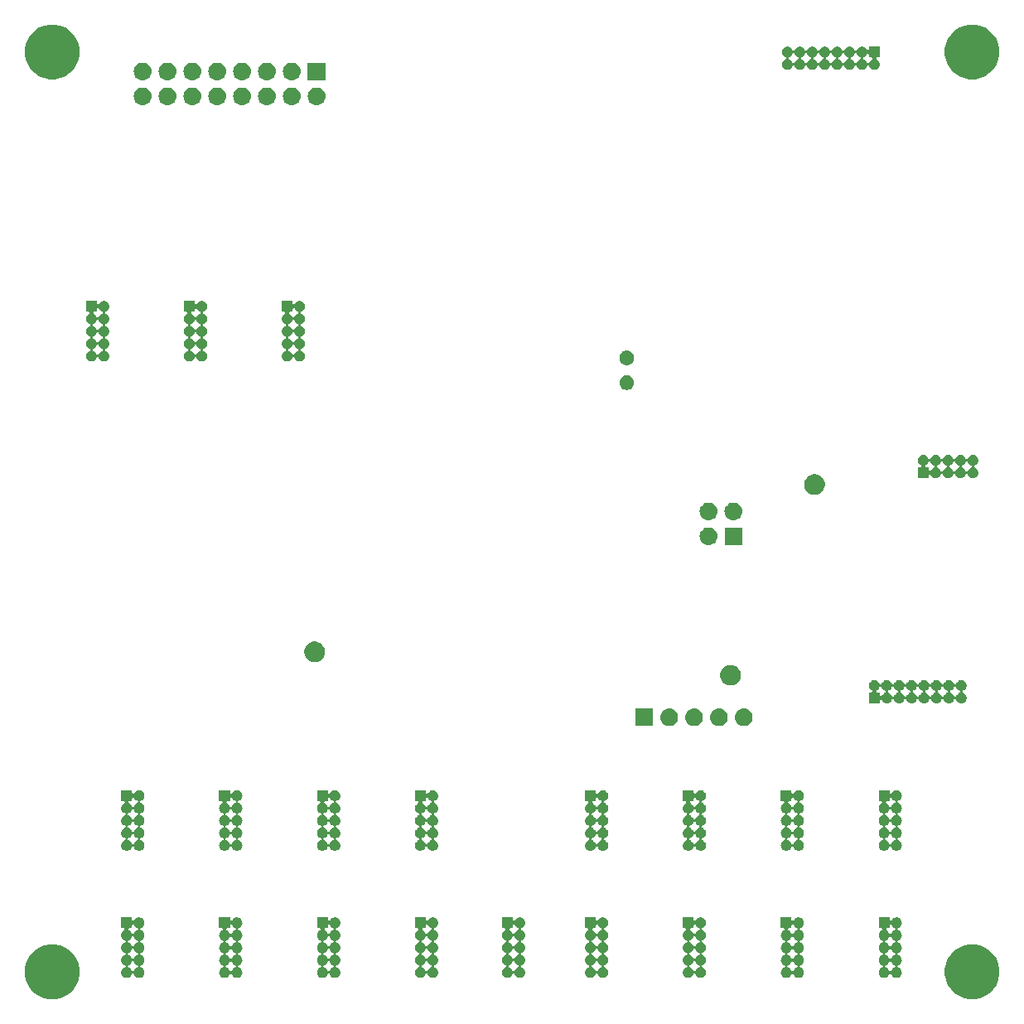
<source format=gbs>
G04 #@! TF.GenerationSoftware,KiCad,Pcbnew,(5.1.4)-1*
G04 #@! TF.CreationDate,2020-02-15T21:13:31+09:00*
G04 #@! TF.ProjectId,main,6d61696e-2e6b-4696-9361-645f70636258,rev?*
G04 #@! TF.SameCoordinates,Original*
G04 #@! TF.FileFunction,Soldermask,Bot*
G04 #@! TF.FilePolarity,Negative*
%FSLAX46Y46*%
G04 Gerber Fmt 4.6, Leading zero omitted, Abs format (unit mm)*
G04 Created by KiCad (PCBNEW (5.1.4)-1) date 2020-02-15 21:13:31*
%MOMM*%
%LPD*%
G04 APERTURE LIST*
%ADD10C,0.100000*%
G04 APERTURE END LIST*
D10*
G36*
X147817021Y-144306640D02*
G01*
X148326769Y-144517785D01*
X148326771Y-144517786D01*
X148785534Y-144824321D01*
X149175679Y-145214466D01*
X149469279Y-145653871D01*
X149482215Y-145673231D01*
X149693360Y-146182979D01*
X149801000Y-146724124D01*
X149801000Y-147275876D01*
X149693360Y-147817021D01*
X149482215Y-148326769D01*
X149482214Y-148326771D01*
X149175679Y-148785534D01*
X148785534Y-149175679D01*
X148326771Y-149482214D01*
X148326770Y-149482215D01*
X148326769Y-149482215D01*
X147817021Y-149693360D01*
X147275876Y-149801000D01*
X146724124Y-149801000D01*
X146182979Y-149693360D01*
X145673231Y-149482215D01*
X145673230Y-149482215D01*
X145673229Y-149482214D01*
X145214466Y-149175679D01*
X144824321Y-148785534D01*
X144517786Y-148326771D01*
X144517785Y-148326769D01*
X144306640Y-147817021D01*
X144199000Y-147275876D01*
X144199000Y-146724124D01*
X144306640Y-146182979D01*
X144517785Y-145673231D01*
X144530721Y-145653871D01*
X144824321Y-145214466D01*
X145214466Y-144824321D01*
X145673229Y-144517786D01*
X145673231Y-144517785D01*
X146182979Y-144306640D01*
X146724124Y-144199000D01*
X147275876Y-144199000D01*
X147817021Y-144306640D01*
X147817021Y-144306640D01*
G37*
G36*
X53817021Y-144306640D02*
G01*
X54326769Y-144517785D01*
X54326771Y-144517786D01*
X54785534Y-144824321D01*
X55175679Y-145214466D01*
X55469279Y-145653871D01*
X55482215Y-145673231D01*
X55693360Y-146182979D01*
X55801000Y-146724124D01*
X55801000Y-147275876D01*
X55693360Y-147817021D01*
X55482215Y-148326769D01*
X55482214Y-148326771D01*
X55175679Y-148785534D01*
X54785534Y-149175679D01*
X54326771Y-149482214D01*
X54326770Y-149482215D01*
X54326769Y-149482215D01*
X53817021Y-149693360D01*
X53275876Y-149801000D01*
X52724124Y-149801000D01*
X52182979Y-149693360D01*
X51673231Y-149482215D01*
X51673230Y-149482215D01*
X51673229Y-149482214D01*
X51214466Y-149175679D01*
X50824321Y-148785534D01*
X50517786Y-148326771D01*
X50517785Y-148326769D01*
X50306640Y-147817021D01*
X50199000Y-147275876D01*
X50199000Y-146724124D01*
X50306640Y-146182979D01*
X50517785Y-145673231D01*
X50530721Y-145653871D01*
X50824321Y-145214466D01*
X51214466Y-144824321D01*
X51673229Y-144517786D01*
X51673231Y-144517785D01*
X52182979Y-144306640D01*
X52724124Y-144199000D01*
X53275876Y-144199000D01*
X53817021Y-144306640D01*
X53817021Y-144306640D01*
G37*
G36*
X118551000Y-141677265D02*
G01*
X118553402Y-141701651D01*
X118560515Y-141725100D01*
X118572066Y-141746711D01*
X118587611Y-141765653D01*
X118606553Y-141781198D01*
X118628164Y-141792749D01*
X118651613Y-141799862D01*
X118675999Y-141802264D01*
X118700385Y-141799862D01*
X118723834Y-141792749D01*
X118745445Y-141781198D01*
X118764387Y-141765653D01*
X118779932Y-141746711D01*
X118786233Y-141736198D01*
X118809644Y-141692400D01*
X118878499Y-141608499D01*
X118962400Y-141539643D01*
X119030945Y-141503005D01*
X119058121Y-141488479D01*
X119161985Y-141456973D01*
X119242933Y-141449000D01*
X119297067Y-141449000D01*
X119378015Y-141456973D01*
X119481879Y-141488479D01*
X119509055Y-141503005D01*
X119577600Y-141539643D01*
X119661501Y-141608499D01*
X119730357Y-141692400D01*
X119766995Y-141760945D01*
X119781521Y-141788121D01*
X119813027Y-141891985D01*
X119823666Y-142000000D01*
X119813027Y-142108015D01*
X119781521Y-142211879D01*
X119781191Y-142212496D01*
X119730357Y-142307600D01*
X119661501Y-142391501D01*
X119577600Y-142460357D01*
X119509055Y-142496995D01*
X119481879Y-142511521D01*
X119469131Y-142515388D01*
X119446504Y-142524760D01*
X119426130Y-142538374D01*
X119408803Y-142555701D01*
X119395189Y-142576075D01*
X119385812Y-142598714D01*
X119381031Y-142622747D01*
X119381031Y-142647251D01*
X119385811Y-142671285D01*
X119395188Y-142693924D01*
X119408802Y-142714298D01*
X119426129Y-142731625D01*
X119446503Y-142745239D01*
X119469131Y-142754612D01*
X119481879Y-142758479D01*
X119508344Y-142772625D01*
X119577600Y-142809643D01*
X119661501Y-142878499D01*
X119730357Y-142962400D01*
X119766995Y-143030945D01*
X119781521Y-143058121D01*
X119813027Y-143161985D01*
X119823666Y-143270000D01*
X119813027Y-143378015D01*
X119781521Y-143481879D01*
X119781519Y-143481882D01*
X119730357Y-143577600D01*
X119661501Y-143661501D01*
X119577600Y-143730357D01*
X119509055Y-143766995D01*
X119481879Y-143781521D01*
X119469131Y-143785388D01*
X119446504Y-143794760D01*
X119426130Y-143808374D01*
X119408803Y-143825701D01*
X119395189Y-143846075D01*
X119385812Y-143868714D01*
X119381031Y-143892747D01*
X119381031Y-143917251D01*
X119385811Y-143941285D01*
X119395188Y-143963924D01*
X119408802Y-143984298D01*
X119426129Y-144001625D01*
X119446503Y-144015239D01*
X119469131Y-144024612D01*
X119481879Y-144028479D01*
X119509055Y-144043005D01*
X119577600Y-144079643D01*
X119661501Y-144148499D01*
X119730357Y-144232400D01*
X119766995Y-144300945D01*
X119781521Y-144328121D01*
X119813027Y-144431985D01*
X119823666Y-144540000D01*
X119813027Y-144648015D01*
X119781521Y-144751879D01*
X119781519Y-144751882D01*
X119730357Y-144847600D01*
X119661501Y-144931501D01*
X119577600Y-145000357D01*
X119509055Y-145036995D01*
X119481879Y-145051521D01*
X119469131Y-145055388D01*
X119446504Y-145064760D01*
X119426130Y-145078374D01*
X119408803Y-145095701D01*
X119395189Y-145116075D01*
X119385812Y-145138714D01*
X119381031Y-145162747D01*
X119381031Y-145187251D01*
X119385811Y-145211285D01*
X119395188Y-145233924D01*
X119408802Y-145254298D01*
X119426129Y-145271625D01*
X119446503Y-145285239D01*
X119469131Y-145294612D01*
X119481879Y-145298479D01*
X119509055Y-145313005D01*
X119577600Y-145349643D01*
X119661501Y-145418499D01*
X119730357Y-145502400D01*
X119766995Y-145570945D01*
X119781521Y-145598121D01*
X119813027Y-145701985D01*
X119823666Y-145810000D01*
X119813027Y-145918015D01*
X119781521Y-146021879D01*
X119781519Y-146021882D01*
X119730357Y-146117600D01*
X119661501Y-146201501D01*
X119577600Y-146270357D01*
X119509055Y-146306995D01*
X119481879Y-146321521D01*
X119469131Y-146325388D01*
X119446504Y-146334760D01*
X119426130Y-146348374D01*
X119408803Y-146365701D01*
X119395189Y-146386075D01*
X119385812Y-146408714D01*
X119381031Y-146432747D01*
X119381031Y-146457251D01*
X119385811Y-146481285D01*
X119395188Y-146503924D01*
X119408802Y-146524298D01*
X119426129Y-146541625D01*
X119446503Y-146555239D01*
X119469131Y-146564612D01*
X119481879Y-146568479D01*
X119509055Y-146583005D01*
X119577600Y-146619643D01*
X119661501Y-146688499D01*
X119730357Y-146772400D01*
X119766995Y-146840945D01*
X119781521Y-146868121D01*
X119813027Y-146971985D01*
X119823666Y-147080000D01*
X119813027Y-147188015D01*
X119781521Y-147291879D01*
X119781519Y-147291882D01*
X119730357Y-147387600D01*
X119661501Y-147471501D01*
X119577600Y-147540357D01*
X119509055Y-147576995D01*
X119481879Y-147591521D01*
X119378015Y-147623027D01*
X119297067Y-147631000D01*
X119242933Y-147631000D01*
X119161985Y-147623027D01*
X119058121Y-147591521D01*
X119030945Y-147576995D01*
X118962400Y-147540357D01*
X118878499Y-147471501D01*
X118809643Y-147387600D01*
X118758481Y-147291882D01*
X118758479Y-147291879D01*
X118754612Y-147279131D01*
X118745240Y-147256504D01*
X118731626Y-147236130D01*
X118714299Y-147218803D01*
X118693925Y-147205189D01*
X118671286Y-147195812D01*
X118647253Y-147191031D01*
X118622749Y-147191031D01*
X118598715Y-147195811D01*
X118576076Y-147205188D01*
X118555702Y-147218802D01*
X118538375Y-147236129D01*
X118524761Y-147256503D01*
X118515388Y-147279131D01*
X118511521Y-147291879D01*
X118511519Y-147291882D01*
X118460357Y-147387600D01*
X118391501Y-147471501D01*
X118307600Y-147540357D01*
X118239055Y-147576995D01*
X118211879Y-147591521D01*
X118108015Y-147623027D01*
X118027067Y-147631000D01*
X117972933Y-147631000D01*
X117891985Y-147623027D01*
X117788121Y-147591521D01*
X117760945Y-147576995D01*
X117692400Y-147540357D01*
X117608499Y-147471501D01*
X117539643Y-147387600D01*
X117488481Y-147291882D01*
X117488479Y-147291879D01*
X117456973Y-147188015D01*
X117446334Y-147080000D01*
X117456973Y-146971985D01*
X117488479Y-146868121D01*
X117503005Y-146840945D01*
X117539643Y-146772400D01*
X117608499Y-146688499D01*
X117692400Y-146619643D01*
X117760945Y-146583005D01*
X117788121Y-146568479D01*
X117800869Y-146564612D01*
X117823496Y-146555240D01*
X117843870Y-146541626D01*
X117861197Y-146524299D01*
X117874811Y-146503925D01*
X117884188Y-146481286D01*
X117888969Y-146457253D01*
X117888969Y-146432749D01*
X117888969Y-146432747D01*
X118111031Y-146432747D01*
X118111031Y-146457251D01*
X118115811Y-146481285D01*
X118125188Y-146503924D01*
X118138802Y-146524298D01*
X118156129Y-146541625D01*
X118176503Y-146555239D01*
X118199131Y-146564612D01*
X118211879Y-146568479D01*
X118239055Y-146583005D01*
X118307600Y-146619643D01*
X118391501Y-146688499D01*
X118460357Y-146772400D01*
X118496995Y-146840945D01*
X118511521Y-146868121D01*
X118515388Y-146880869D01*
X118524760Y-146903496D01*
X118538374Y-146923870D01*
X118555701Y-146941197D01*
X118576075Y-146954811D01*
X118598714Y-146964188D01*
X118622747Y-146968969D01*
X118647251Y-146968969D01*
X118671285Y-146964189D01*
X118693924Y-146954812D01*
X118714298Y-146941198D01*
X118731625Y-146923871D01*
X118745239Y-146903497D01*
X118754612Y-146880869D01*
X118758479Y-146868121D01*
X118773005Y-146840945D01*
X118809643Y-146772400D01*
X118878499Y-146688499D01*
X118962400Y-146619643D01*
X119030945Y-146583005D01*
X119058121Y-146568479D01*
X119070869Y-146564612D01*
X119093496Y-146555240D01*
X119113870Y-146541626D01*
X119131197Y-146524299D01*
X119144811Y-146503925D01*
X119154188Y-146481286D01*
X119158969Y-146457253D01*
X119158969Y-146432749D01*
X119154189Y-146408715D01*
X119144812Y-146386076D01*
X119131198Y-146365702D01*
X119113871Y-146348375D01*
X119093497Y-146334761D01*
X119070869Y-146325388D01*
X119058121Y-146321521D01*
X119030945Y-146306995D01*
X118962400Y-146270357D01*
X118878499Y-146201501D01*
X118809643Y-146117600D01*
X118758481Y-146021882D01*
X118758479Y-146021879D01*
X118754612Y-146009131D01*
X118745240Y-145986504D01*
X118731626Y-145966130D01*
X118714299Y-145948803D01*
X118693925Y-145935189D01*
X118671286Y-145925812D01*
X118647253Y-145921031D01*
X118622749Y-145921031D01*
X118598715Y-145925811D01*
X118576076Y-145935188D01*
X118555702Y-145948802D01*
X118538375Y-145966129D01*
X118524761Y-145986503D01*
X118515388Y-146009131D01*
X118511521Y-146021879D01*
X118511519Y-146021882D01*
X118460357Y-146117600D01*
X118391501Y-146201501D01*
X118307600Y-146270357D01*
X118239055Y-146306995D01*
X118211879Y-146321521D01*
X118199131Y-146325388D01*
X118176504Y-146334760D01*
X118156130Y-146348374D01*
X118138803Y-146365701D01*
X118125189Y-146386075D01*
X118115812Y-146408714D01*
X118111031Y-146432747D01*
X117888969Y-146432747D01*
X117884189Y-146408715D01*
X117874812Y-146386076D01*
X117861198Y-146365702D01*
X117843871Y-146348375D01*
X117823497Y-146334761D01*
X117800869Y-146325388D01*
X117788121Y-146321521D01*
X117760945Y-146306995D01*
X117692400Y-146270357D01*
X117608499Y-146201501D01*
X117539643Y-146117600D01*
X117488481Y-146021882D01*
X117488479Y-146021879D01*
X117456973Y-145918015D01*
X117446334Y-145810000D01*
X117456973Y-145701985D01*
X117488479Y-145598121D01*
X117503005Y-145570945D01*
X117539643Y-145502400D01*
X117608499Y-145418499D01*
X117692400Y-145349643D01*
X117760945Y-145313005D01*
X117788121Y-145298479D01*
X117800869Y-145294612D01*
X117823496Y-145285240D01*
X117843870Y-145271626D01*
X117861197Y-145254299D01*
X117874811Y-145233925D01*
X117884188Y-145211286D01*
X117888969Y-145187253D01*
X117888969Y-145162749D01*
X117888969Y-145162747D01*
X118111031Y-145162747D01*
X118111031Y-145187251D01*
X118115811Y-145211285D01*
X118125188Y-145233924D01*
X118138802Y-145254298D01*
X118156129Y-145271625D01*
X118176503Y-145285239D01*
X118199131Y-145294612D01*
X118211879Y-145298479D01*
X118239055Y-145313005D01*
X118307600Y-145349643D01*
X118391501Y-145418499D01*
X118460357Y-145502400D01*
X118496995Y-145570945D01*
X118511521Y-145598121D01*
X118515388Y-145610869D01*
X118524760Y-145633496D01*
X118538374Y-145653870D01*
X118555701Y-145671197D01*
X118576075Y-145684811D01*
X118598714Y-145694188D01*
X118622747Y-145698969D01*
X118647251Y-145698969D01*
X118671285Y-145694189D01*
X118693924Y-145684812D01*
X118714298Y-145671198D01*
X118731625Y-145653871D01*
X118745239Y-145633497D01*
X118754612Y-145610869D01*
X118758479Y-145598121D01*
X118773005Y-145570945D01*
X118809643Y-145502400D01*
X118878499Y-145418499D01*
X118962400Y-145349643D01*
X119030945Y-145313005D01*
X119058121Y-145298479D01*
X119070869Y-145294612D01*
X119093496Y-145285240D01*
X119113870Y-145271626D01*
X119131197Y-145254299D01*
X119144811Y-145233925D01*
X119154188Y-145211286D01*
X119158969Y-145187253D01*
X119158969Y-145162749D01*
X119154189Y-145138715D01*
X119144812Y-145116076D01*
X119131198Y-145095702D01*
X119113871Y-145078375D01*
X119093497Y-145064761D01*
X119070869Y-145055388D01*
X119058121Y-145051521D01*
X119030945Y-145036995D01*
X118962400Y-145000357D01*
X118878499Y-144931501D01*
X118809643Y-144847600D01*
X118758481Y-144751882D01*
X118758479Y-144751879D01*
X118754612Y-144739131D01*
X118745240Y-144716504D01*
X118731626Y-144696130D01*
X118714299Y-144678803D01*
X118693925Y-144665189D01*
X118671286Y-144655812D01*
X118647253Y-144651031D01*
X118622749Y-144651031D01*
X118598715Y-144655811D01*
X118576076Y-144665188D01*
X118555702Y-144678802D01*
X118538375Y-144696129D01*
X118524761Y-144716503D01*
X118515388Y-144739131D01*
X118511521Y-144751879D01*
X118511519Y-144751882D01*
X118460357Y-144847600D01*
X118391501Y-144931501D01*
X118307600Y-145000357D01*
X118239055Y-145036995D01*
X118211879Y-145051521D01*
X118199131Y-145055388D01*
X118176504Y-145064760D01*
X118156130Y-145078374D01*
X118138803Y-145095701D01*
X118125189Y-145116075D01*
X118115812Y-145138714D01*
X118111031Y-145162747D01*
X117888969Y-145162747D01*
X117884189Y-145138715D01*
X117874812Y-145116076D01*
X117861198Y-145095702D01*
X117843871Y-145078375D01*
X117823497Y-145064761D01*
X117800869Y-145055388D01*
X117788121Y-145051521D01*
X117760945Y-145036995D01*
X117692400Y-145000357D01*
X117608499Y-144931501D01*
X117539643Y-144847600D01*
X117488481Y-144751882D01*
X117488479Y-144751879D01*
X117456973Y-144648015D01*
X117446334Y-144540000D01*
X117456973Y-144431985D01*
X117488479Y-144328121D01*
X117503005Y-144300945D01*
X117539643Y-144232400D01*
X117608499Y-144148499D01*
X117692400Y-144079643D01*
X117760945Y-144043005D01*
X117788121Y-144028479D01*
X117800869Y-144024612D01*
X117823496Y-144015240D01*
X117843870Y-144001626D01*
X117861197Y-143984299D01*
X117874811Y-143963925D01*
X117884188Y-143941286D01*
X117888969Y-143917253D01*
X117888969Y-143892749D01*
X117888969Y-143892747D01*
X118111031Y-143892747D01*
X118111031Y-143917251D01*
X118115811Y-143941285D01*
X118125188Y-143963924D01*
X118138802Y-143984298D01*
X118156129Y-144001625D01*
X118176503Y-144015239D01*
X118199131Y-144024612D01*
X118211879Y-144028479D01*
X118239055Y-144043005D01*
X118307600Y-144079643D01*
X118391501Y-144148499D01*
X118460357Y-144232400D01*
X118496995Y-144300945D01*
X118511521Y-144328121D01*
X118515388Y-144340869D01*
X118524760Y-144363496D01*
X118538374Y-144383870D01*
X118555701Y-144401197D01*
X118576075Y-144414811D01*
X118598714Y-144424188D01*
X118622747Y-144428969D01*
X118647251Y-144428969D01*
X118671285Y-144424189D01*
X118693924Y-144414812D01*
X118714298Y-144401198D01*
X118731625Y-144383871D01*
X118745239Y-144363497D01*
X118754612Y-144340869D01*
X118758479Y-144328121D01*
X118773005Y-144300945D01*
X118809643Y-144232400D01*
X118878499Y-144148499D01*
X118962400Y-144079643D01*
X119030945Y-144043005D01*
X119058121Y-144028479D01*
X119070869Y-144024612D01*
X119093496Y-144015240D01*
X119113870Y-144001626D01*
X119131197Y-143984299D01*
X119144811Y-143963925D01*
X119154188Y-143941286D01*
X119158969Y-143917253D01*
X119158969Y-143892749D01*
X119154189Y-143868715D01*
X119144812Y-143846076D01*
X119131198Y-143825702D01*
X119113871Y-143808375D01*
X119093497Y-143794761D01*
X119070869Y-143785388D01*
X119058121Y-143781521D01*
X119030945Y-143766995D01*
X118962400Y-143730357D01*
X118878499Y-143661501D01*
X118809643Y-143577600D01*
X118758481Y-143481882D01*
X118758479Y-143481879D01*
X118754612Y-143469131D01*
X118745240Y-143446504D01*
X118731626Y-143426130D01*
X118714299Y-143408803D01*
X118693925Y-143395189D01*
X118671286Y-143385812D01*
X118647253Y-143381031D01*
X118622749Y-143381031D01*
X118598715Y-143385811D01*
X118576076Y-143395188D01*
X118555702Y-143408802D01*
X118538375Y-143426129D01*
X118524761Y-143446503D01*
X118515388Y-143469131D01*
X118511521Y-143481879D01*
X118511519Y-143481882D01*
X118460357Y-143577600D01*
X118391501Y-143661501D01*
X118307600Y-143730357D01*
X118239055Y-143766995D01*
X118211879Y-143781521D01*
X118199131Y-143785388D01*
X118176504Y-143794760D01*
X118156130Y-143808374D01*
X118138803Y-143825701D01*
X118125189Y-143846075D01*
X118115812Y-143868714D01*
X118111031Y-143892747D01*
X117888969Y-143892747D01*
X117884189Y-143868715D01*
X117874812Y-143846076D01*
X117861198Y-143825702D01*
X117843871Y-143808375D01*
X117823497Y-143794761D01*
X117800869Y-143785388D01*
X117788121Y-143781521D01*
X117760945Y-143766995D01*
X117692400Y-143730357D01*
X117608499Y-143661501D01*
X117539643Y-143577600D01*
X117488481Y-143481882D01*
X117488479Y-143481879D01*
X117456973Y-143378015D01*
X117446334Y-143270000D01*
X117456973Y-143161985D01*
X117488479Y-143058121D01*
X117503005Y-143030945D01*
X117539643Y-142962400D01*
X117608499Y-142878499D01*
X117692399Y-142809645D01*
X117692398Y-142809645D01*
X117692400Y-142809644D01*
X117736193Y-142786236D01*
X117756563Y-142772625D01*
X117773890Y-142755298D01*
X117787504Y-142734924D01*
X117796881Y-142712285D01*
X117801662Y-142688252D01*
X117801662Y-142675999D01*
X118197736Y-142675999D01*
X118200138Y-142700385D01*
X118207251Y-142723834D01*
X118218802Y-142745445D01*
X118234347Y-142764387D01*
X118253289Y-142779932D01*
X118263802Y-142786233D01*
X118307600Y-142809644D01*
X118307602Y-142809645D01*
X118307601Y-142809645D01*
X118391501Y-142878499D01*
X118460357Y-142962400D01*
X118496995Y-143030945D01*
X118511521Y-143058121D01*
X118515388Y-143070869D01*
X118524760Y-143093496D01*
X118538374Y-143113870D01*
X118555701Y-143131197D01*
X118576075Y-143144811D01*
X118598714Y-143154188D01*
X118622747Y-143158969D01*
X118647251Y-143158969D01*
X118671285Y-143154189D01*
X118693924Y-143144812D01*
X118714298Y-143131198D01*
X118731625Y-143113871D01*
X118745239Y-143093497D01*
X118754612Y-143070869D01*
X118758479Y-143058121D01*
X118773005Y-143030945D01*
X118809643Y-142962400D01*
X118878499Y-142878499D01*
X118962400Y-142809643D01*
X119031656Y-142772625D01*
X119058121Y-142758479D01*
X119070869Y-142754612D01*
X119093496Y-142745240D01*
X119113870Y-142731626D01*
X119131197Y-142714299D01*
X119144811Y-142693925D01*
X119154188Y-142671286D01*
X119158969Y-142647253D01*
X119158969Y-142622749D01*
X119154189Y-142598715D01*
X119144812Y-142576076D01*
X119131198Y-142555702D01*
X119113871Y-142538375D01*
X119093497Y-142524761D01*
X119070869Y-142515388D01*
X119058121Y-142511521D01*
X119030945Y-142496995D01*
X118962400Y-142460357D01*
X118878499Y-142391501D01*
X118809645Y-142307601D01*
X118809644Y-142307600D01*
X118786236Y-142263807D01*
X118772625Y-142243437D01*
X118755298Y-142226110D01*
X118734924Y-142212496D01*
X118712285Y-142203119D01*
X118688252Y-142198338D01*
X118663748Y-142198338D01*
X118639714Y-142203118D01*
X118617076Y-142212495D01*
X118596701Y-142226109D01*
X118579374Y-142243436D01*
X118565760Y-142263810D01*
X118556383Y-142286449D01*
X118551602Y-142310482D01*
X118551000Y-142322735D01*
X118551000Y-142551000D01*
X118322735Y-142551000D01*
X118298349Y-142553402D01*
X118274900Y-142560515D01*
X118253289Y-142572066D01*
X118234347Y-142587611D01*
X118218802Y-142606553D01*
X118207251Y-142628164D01*
X118200138Y-142651613D01*
X118197736Y-142675999D01*
X117801662Y-142675999D01*
X117801662Y-142663748D01*
X117796882Y-142639714D01*
X117787505Y-142617076D01*
X117773891Y-142596701D01*
X117756564Y-142579374D01*
X117736190Y-142565760D01*
X117713551Y-142556383D01*
X117689518Y-142551602D01*
X117677265Y-142551000D01*
X117449000Y-142551000D01*
X117449000Y-141449000D01*
X118551000Y-141449000D01*
X118551000Y-141677265D01*
X118551000Y-141677265D01*
G37*
G36*
X91151000Y-141677265D02*
G01*
X91153402Y-141701651D01*
X91160515Y-141725100D01*
X91172066Y-141746711D01*
X91187611Y-141765653D01*
X91206553Y-141781198D01*
X91228164Y-141792749D01*
X91251613Y-141799862D01*
X91275999Y-141802264D01*
X91300385Y-141799862D01*
X91323834Y-141792749D01*
X91345445Y-141781198D01*
X91364387Y-141765653D01*
X91379932Y-141746711D01*
X91386233Y-141736198D01*
X91409644Y-141692400D01*
X91478499Y-141608499D01*
X91562400Y-141539643D01*
X91630945Y-141503005D01*
X91658121Y-141488479D01*
X91761985Y-141456973D01*
X91842933Y-141449000D01*
X91897067Y-141449000D01*
X91978015Y-141456973D01*
X92081879Y-141488479D01*
X92109055Y-141503005D01*
X92177600Y-141539643D01*
X92261501Y-141608499D01*
X92330357Y-141692400D01*
X92366995Y-141760945D01*
X92381521Y-141788121D01*
X92413027Y-141891985D01*
X92423666Y-142000000D01*
X92413027Y-142108015D01*
X92381521Y-142211879D01*
X92381191Y-142212496D01*
X92330357Y-142307600D01*
X92261501Y-142391501D01*
X92177600Y-142460357D01*
X92109055Y-142496995D01*
X92081879Y-142511521D01*
X92069131Y-142515388D01*
X92046504Y-142524760D01*
X92026130Y-142538374D01*
X92008803Y-142555701D01*
X91995189Y-142576075D01*
X91985812Y-142598714D01*
X91981031Y-142622747D01*
X91981031Y-142647251D01*
X91985811Y-142671285D01*
X91995188Y-142693924D01*
X92008802Y-142714298D01*
X92026129Y-142731625D01*
X92046503Y-142745239D01*
X92069131Y-142754612D01*
X92081879Y-142758479D01*
X92108344Y-142772625D01*
X92177600Y-142809643D01*
X92261501Y-142878499D01*
X92330357Y-142962400D01*
X92366995Y-143030945D01*
X92381521Y-143058121D01*
X92413027Y-143161985D01*
X92423666Y-143270000D01*
X92413027Y-143378015D01*
X92381521Y-143481879D01*
X92381519Y-143481882D01*
X92330357Y-143577600D01*
X92261501Y-143661501D01*
X92177600Y-143730357D01*
X92109055Y-143766995D01*
X92081879Y-143781521D01*
X92069131Y-143785388D01*
X92046504Y-143794760D01*
X92026130Y-143808374D01*
X92008803Y-143825701D01*
X91995189Y-143846075D01*
X91985812Y-143868714D01*
X91981031Y-143892747D01*
X91981031Y-143917251D01*
X91985811Y-143941285D01*
X91995188Y-143963924D01*
X92008802Y-143984298D01*
X92026129Y-144001625D01*
X92046503Y-144015239D01*
X92069131Y-144024612D01*
X92081879Y-144028479D01*
X92109055Y-144043005D01*
X92177600Y-144079643D01*
X92261501Y-144148499D01*
X92330357Y-144232400D01*
X92366995Y-144300945D01*
X92381521Y-144328121D01*
X92413027Y-144431985D01*
X92423666Y-144540000D01*
X92413027Y-144648015D01*
X92381521Y-144751879D01*
X92381519Y-144751882D01*
X92330357Y-144847600D01*
X92261501Y-144931501D01*
X92177600Y-145000357D01*
X92109055Y-145036995D01*
X92081879Y-145051521D01*
X92069131Y-145055388D01*
X92046504Y-145064760D01*
X92026130Y-145078374D01*
X92008803Y-145095701D01*
X91995189Y-145116075D01*
X91985812Y-145138714D01*
X91981031Y-145162747D01*
X91981031Y-145187251D01*
X91985811Y-145211285D01*
X91995188Y-145233924D01*
X92008802Y-145254298D01*
X92026129Y-145271625D01*
X92046503Y-145285239D01*
X92069131Y-145294612D01*
X92081879Y-145298479D01*
X92109055Y-145313005D01*
X92177600Y-145349643D01*
X92261501Y-145418499D01*
X92330357Y-145502400D01*
X92366995Y-145570945D01*
X92381521Y-145598121D01*
X92413027Y-145701985D01*
X92423666Y-145810000D01*
X92413027Y-145918015D01*
X92381521Y-146021879D01*
X92381519Y-146021882D01*
X92330357Y-146117600D01*
X92261501Y-146201501D01*
X92177600Y-146270357D01*
X92109055Y-146306995D01*
X92081879Y-146321521D01*
X92069131Y-146325388D01*
X92046504Y-146334760D01*
X92026130Y-146348374D01*
X92008803Y-146365701D01*
X91995189Y-146386075D01*
X91985812Y-146408714D01*
X91981031Y-146432747D01*
X91981031Y-146457251D01*
X91985811Y-146481285D01*
X91995188Y-146503924D01*
X92008802Y-146524298D01*
X92026129Y-146541625D01*
X92046503Y-146555239D01*
X92069131Y-146564612D01*
X92081879Y-146568479D01*
X92109055Y-146583005D01*
X92177600Y-146619643D01*
X92261501Y-146688499D01*
X92330357Y-146772400D01*
X92366995Y-146840945D01*
X92381521Y-146868121D01*
X92413027Y-146971985D01*
X92423666Y-147080000D01*
X92413027Y-147188015D01*
X92381521Y-147291879D01*
X92381519Y-147291882D01*
X92330357Y-147387600D01*
X92261501Y-147471501D01*
X92177600Y-147540357D01*
X92109055Y-147576995D01*
X92081879Y-147591521D01*
X91978015Y-147623027D01*
X91897067Y-147631000D01*
X91842933Y-147631000D01*
X91761985Y-147623027D01*
X91658121Y-147591521D01*
X91630945Y-147576995D01*
X91562400Y-147540357D01*
X91478499Y-147471501D01*
X91409643Y-147387600D01*
X91358481Y-147291882D01*
X91358479Y-147291879D01*
X91354612Y-147279131D01*
X91345240Y-147256504D01*
X91331626Y-147236130D01*
X91314299Y-147218803D01*
X91293925Y-147205189D01*
X91271286Y-147195812D01*
X91247253Y-147191031D01*
X91222749Y-147191031D01*
X91198715Y-147195811D01*
X91176076Y-147205188D01*
X91155702Y-147218802D01*
X91138375Y-147236129D01*
X91124761Y-147256503D01*
X91115388Y-147279131D01*
X91111521Y-147291879D01*
X91111519Y-147291882D01*
X91060357Y-147387600D01*
X90991501Y-147471501D01*
X90907600Y-147540357D01*
X90839055Y-147576995D01*
X90811879Y-147591521D01*
X90708015Y-147623027D01*
X90627067Y-147631000D01*
X90572933Y-147631000D01*
X90491985Y-147623027D01*
X90388121Y-147591521D01*
X90360945Y-147576995D01*
X90292400Y-147540357D01*
X90208499Y-147471501D01*
X90139643Y-147387600D01*
X90088481Y-147291882D01*
X90088479Y-147291879D01*
X90056973Y-147188015D01*
X90046334Y-147080000D01*
X90056973Y-146971985D01*
X90088479Y-146868121D01*
X90103005Y-146840945D01*
X90139643Y-146772400D01*
X90208499Y-146688499D01*
X90292400Y-146619643D01*
X90360945Y-146583005D01*
X90388121Y-146568479D01*
X90400869Y-146564612D01*
X90423496Y-146555240D01*
X90443870Y-146541626D01*
X90461197Y-146524299D01*
X90474811Y-146503925D01*
X90484188Y-146481286D01*
X90488969Y-146457253D01*
X90488969Y-146432749D01*
X90488969Y-146432747D01*
X90711031Y-146432747D01*
X90711031Y-146457251D01*
X90715811Y-146481285D01*
X90725188Y-146503924D01*
X90738802Y-146524298D01*
X90756129Y-146541625D01*
X90776503Y-146555239D01*
X90799131Y-146564612D01*
X90811879Y-146568479D01*
X90839055Y-146583005D01*
X90907600Y-146619643D01*
X90991501Y-146688499D01*
X91060357Y-146772400D01*
X91096995Y-146840945D01*
X91111521Y-146868121D01*
X91115388Y-146880869D01*
X91124760Y-146903496D01*
X91138374Y-146923870D01*
X91155701Y-146941197D01*
X91176075Y-146954811D01*
X91198714Y-146964188D01*
X91222747Y-146968969D01*
X91247251Y-146968969D01*
X91271285Y-146964189D01*
X91293924Y-146954812D01*
X91314298Y-146941198D01*
X91331625Y-146923871D01*
X91345239Y-146903497D01*
X91354612Y-146880869D01*
X91358479Y-146868121D01*
X91373005Y-146840945D01*
X91409643Y-146772400D01*
X91478499Y-146688499D01*
X91562400Y-146619643D01*
X91630945Y-146583005D01*
X91658121Y-146568479D01*
X91670869Y-146564612D01*
X91693496Y-146555240D01*
X91713870Y-146541626D01*
X91731197Y-146524299D01*
X91744811Y-146503925D01*
X91754188Y-146481286D01*
X91758969Y-146457253D01*
X91758969Y-146432749D01*
X91754189Y-146408715D01*
X91744812Y-146386076D01*
X91731198Y-146365702D01*
X91713871Y-146348375D01*
X91693497Y-146334761D01*
X91670869Y-146325388D01*
X91658121Y-146321521D01*
X91630945Y-146306995D01*
X91562400Y-146270357D01*
X91478499Y-146201501D01*
X91409643Y-146117600D01*
X91358481Y-146021882D01*
X91358479Y-146021879D01*
X91354612Y-146009131D01*
X91345240Y-145986504D01*
X91331626Y-145966130D01*
X91314299Y-145948803D01*
X91293925Y-145935189D01*
X91271286Y-145925812D01*
X91247253Y-145921031D01*
X91222749Y-145921031D01*
X91198715Y-145925811D01*
X91176076Y-145935188D01*
X91155702Y-145948802D01*
X91138375Y-145966129D01*
X91124761Y-145986503D01*
X91115388Y-146009131D01*
X91111521Y-146021879D01*
X91111519Y-146021882D01*
X91060357Y-146117600D01*
X90991501Y-146201501D01*
X90907600Y-146270357D01*
X90839055Y-146306995D01*
X90811879Y-146321521D01*
X90799131Y-146325388D01*
X90776504Y-146334760D01*
X90756130Y-146348374D01*
X90738803Y-146365701D01*
X90725189Y-146386075D01*
X90715812Y-146408714D01*
X90711031Y-146432747D01*
X90488969Y-146432747D01*
X90484189Y-146408715D01*
X90474812Y-146386076D01*
X90461198Y-146365702D01*
X90443871Y-146348375D01*
X90423497Y-146334761D01*
X90400869Y-146325388D01*
X90388121Y-146321521D01*
X90360945Y-146306995D01*
X90292400Y-146270357D01*
X90208499Y-146201501D01*
X90139643Y-146117600D01*
X90088481Y-146021882D01*
X90088479Y-146021879D01*
X90056973Y-145918015D01*
X90046334Y-145810000D01*
X90056973Y-145701985D01*
X90088479Y-145598121D01*
X90103005Y-145570945D01*
X90139643Y-145502400D01*
X90208499Y-145418499D01*
X90292400Y-145349643D01*
X90360945Y-145313005D01*
X90388121Y-145298479D01*
X90400869Y-145294612D01*
X90423496Y-145285240D01*
X90443870Y-145271626D01*
X90461197Y-145254299D01*
X90474811Y-145233925D01*
X90484188Y-145211286D01*
X90488969Y-145187253D01*
X90488969Y-145162749D01*
X90488969Y-145162747D01*
X90711031Y-145162747D01*
X90711031Y-145187251D01*
X90715811Y-145211285D01*
X90725188Y-145233924D01*
X90738802Y-145254298D01*
X90756129Y-145271625D01*
X90776503Y-145285239D01*
X90799131Y-145294612D01*
X90811879Y-145298479D01*
X90839055Y-145313005D01*
X90907600Y-145349643D01*
X90991501Y-145418499D01*
X91060357Y-145502400D01*
X91096995Y-145570945D01*
X91111521Y-145598121D01*
X91115388Y-145610869D01*
X91124760Y-145633496D01*
X91138374Y-145653870D01*
X91155701Y-145671197D01*
X91176075Y-145684811D01*
X91198714Y-145694188D01*
X91222747Y-145698969D01*
X91247251Y-145698969D01*
X91271285Y-145694189D01*
X91293924Y-145684812D01*
X91314298Y-145671198D01*
X91331625Y-145653871D01*
X91345239Y-145633497D01*
X91354612Y-145610869D01*
X91358479Y-145598121D01*
X91373005Y-145570945D01*
X91409643Y-145502400D01*
X91478499Y-145418499D01*
X91562400Y-145349643D01*
X91630945Y-145313005D01*
X91658121Y-145298479D01*
X91670869Y-145294612D01*
X91693496Y-145285240D01*
X91713870Y-145271626D01*
X91731197Y-145254299D01*
X91744811Y-145233925D01*
X91754188Y-145211286D01*
X91758969Y-145187253D01*
X91758969Y-145162749D01*
X91754189Y-145138715D01*
X91744812Y-145116076D01*
X91731198Y-145095702D01*
X91713871Y-145078375D01*
X91693497Y-145064761D01*
X91670869Y-145055388D01*
X91658121Y-145051521D01*
X91630945Y-145036995D01*
X91562400Y-145000357D01*
X91478499Y-144931501D01*
X91409643Y-144847600D01*
X91358481Y-144751882D01*
X91358479Y-144751879D01*
X91354612Y-144739131D01*
X91345240Y-144716504D01*
X91331626Y-144696130D01*
X91314299Y-144678803D01*
X91293925Y-144665189D01*
X91271286Y-144655812D01*
X91247253Y-144651031D01*
X91222749Y-144651031D01*
X91198715Y-144655811D01*
X91176076Y-144665188D01*
X91155702Y-144678802D01*
X91138375Y-144696129D01*
X91124761Y-144716503D01*
X91115388Y-144739131D01*
X91111521Y-144751879D01*
X91111519Y-144751882D01*
X91060357Y-144847600D01*
X90991501Y-144931501D01*
X90907600Y-145000357D01*
X90839055Y-145036995D01*
X90811879Y-145051521D01*
X90799131Y-145055388D01*
X90776504Y-145064760D01*
X90756130Y-145078374D01*
X90738803Y-145095701D01*
X90725189Y-145116075D01*
X90715812Y-145138714D01*
X90711031Y-145162747D01*
X90488969Y-145162747D01*
X90484189Y-145138715D01*
X90474812Y-145116076D01*
X90461198Y-145095702D01*
X90443871Y-145078375D01*
X90423497Y-145064761D01*
X90400869Y-145055388D01*
X90388121Y-145051521D01*
X90360945Y-145036995D01*
X90292400Y-145000357D01*
X90208499Y-144931501D01*
X90139643Y-144847600D01*
X90088481Y-144751882D01*
X90088479Y-144751879D01*
X90056973Y-144648015D01*
X90046334Y-144540000D01*
X90056973Y-144431985D01*
X90088479Y-144328121D01*
X90103005Y-144300945D01*
X90139643Y-144232400D01*
X90208499Y-144148499D01*
X90292400Y-144079643D01*
X90360945Y-144043005D01*
X90388121Y-144028479D01*
X90400869Y-144024612D01*
X90423496Y-144015240D01*
X90443870Y-144001626D01*
X90461197Y-143984299D01*
X90474811Y-143963925D01*
X90484188Y-143941286D01*
X90488969Y-143917253D01*
X90488969Y-143892749D01*
X90488969Y-143892747D01*
X90711031Y-143892747D01*
X90711031Y-143917251D01*
X90715811Y-143941285D01*
X90725188Y-143963924D01*
X90738802Y-143984298D01*
X90756129Y-144001625D01*
X90776503Y-144015239D01*
X90799131Y-144024612D01*
X90811879Y-144028479D01*
X90839055Y-144043005D01*
X90907600Y-144079643D01*
X90991501Y-144148499D01*
X91060357Y-144232400D01*
X91096995Y-144300945D01*
X91111521Y-144328121D01*
X91115388Y-144340869D01*
X91124760Y-144363496D01*
X91138374Y-144383870D01*
X91155701Y-144401197D01*
X91176075Y-144414811D01*
X91198714Y-144424188D01*
X91222747Y-144428969D01*
X91247251Y-144428969D01*
X91271285Y-144424189D01*
X91293924Y-144414812D01*
X91314298Y-144401198D01*
X91331625Y-144383871D01*
X91345239Y-144363497D01*
X91354612Y-144340869D01*
X91358479Y-144328121D01*
X91373005Y-144300945D01*
X91409643Y-144232400D01*
X91478499Y-144148499D01*
X91562400Y-144079643D01*
X91630945Y-144043005D01*
X91658121Y-144028479D01*
X91670869Y-144024612D01*
X91693496Y-144015240D01*
X91713870Y-144001626D01*
X91731197Y-143984299D01*
X91744811Y-143963925D01*
X91754188Y-143941286D01*
X91758969Y-143917253D01*
X91758969Y-143892749D01*
X91754189Y-143868715D01*
X91744812Y-143846076D01*
X91731198Y-143825702D01*
X91713871Y-143808375D01*
X91693497Y-143794761D01*
X91670869Y-143785388D01*
X91658121Y-143781521D01*
X91630945Y-143766995D01*
X91562400Y-143730357D01*
X91478499Y-143661501D01*
X91409643Y-143577600D01*
X91358481Y-143481882D01*
X91358479Y-143481879D01*
X91354612Y-143469131D01*
X91345240Y-143446504D01*
X91331626Y-143426130D01*
X91314299Y-143408803D01*
X91293925Y-143395189D01*
X91271286Y-143385812D01*
X91247253Y-143381031D01*
X91222749Y-143381031D01*
X91198715Y-143385811D01*
X91176076Y-143395188D01*
X91155702Y-143408802D01*
X91138375Y-143426129D01*
X91124761Y-143446503D01*
X91115388Y-143469131D01*
X91111521Y-143481879D01*
X91111519Y-143481882D01*
X91060357Y-143577600D01*
X90991501Y-143661501D01*
X90907600Y-143730357D01*
X90839055Y-143766995D01*
X90811879Y-143781521D01*
X90799131Y-143785388D01*
X90776504Y-143794760D01*
X90756130Y-143808374D01*
X90738803Y-143825701D01*
X90725189Y-143846075D01*
X90715812Y-143868714D01*
X90711031Y-143892747D01*
X90488969Y-143892747D01*
X90484189Y-143868715D01*
X90474812Y-143846076D01*
X90461198Y-143825702D01*
X90443871Y-143808375D01*
X90423497Y-143794761D01*
X90400869Y-143785388D01*
X90388121Y-143781521D01*
X90360945Y-143766995D01*
X90292400Y-143730357D01*
X90208499Y-143661501D01*
X90139643Y-143577600D01*
X90088481Y-143481882D01*
X90088479Y-143481879D01*
X90056973Y-143378015D01*
X90046334Y-143270000D01*
X90056973Y-143161985D01*
X90088479Y-143058121D01*
X90103005Y-143030945D01*
X90139643Y-142962400D01*
X90208499Y-142878499D01*
X90292399Y-142809645D01*
X90292398Y-142809645D01*
X90292400Y-142809644D01*
X90336193Y-142786236D01*
X90356563Y-142772625D01*
X90373890Y-142755298D01*
X90387504Y-142734924D01*
X90396881Y-142712285D01*
X90401662Y-142688252D01*
X90401662Y-142675999D01*
X90797736Y-142675999D01*
X90800138Y-142700385D01*
X90807251Y-142723834D01*
X90818802Y-142745445D01*
X90834347Y-142764387D01*
X90853289Y-142779932D01*
X90863802Y-142786233D01*
X90907600Y-142809644D01*
X90907602Y-142809645D01*
X90907601Y-142809645D01*
X90991501Y-142878499D01*
X91060357Y-142962400D01*
X91096995Y-143030945D01*
X91111521Y-143058121D01*
X91115388Y-143070869D01*
X91124760Y-143093496D01*
X91138374Y-143113870D01*
X91155701Y-143131197D01*
X91176075Y-143144811D01*
X91198714Y-143154188D01*
X91222747Y-143158969D01*
X91247251Y-143158969D01*
X91271285Y-143154189D01*
X91293924Y-143144812D01*
X91314298Y-143131198D01*
X91331625Y-143113871D01*
X91345239Y-143093497D01*
X91354612Y-143070869D01*
X91358479Y-143058121D01*
X91373005Y-143030945D01*
X91409643Y-142962400D01*
X91478499Y-142878499D01*
X91562400Y-142809643D01*
X91631656Y-142772625D01*
X91658121Y-142758479D01*
X91670869Y-142754612D01*
X91693496Y-142745240D01*
X91713870Y-142731626D01*
X91731197Y-142714299D01*
X91744811Y-142693925D01*
X91754188Y-142671286D01*
X91758969Y-142647253D01*
X91758969Y-142622749D01*
X91754189Y-142598715D01*
X91744812Y-142576076D01*
X91731198Y-142555702D01*
X91713871Y-142538375D01*
X91693497Y-142524761D01*
X91670869Y-142515388D01*
X91658121Y-142511521D01*
X91630945Y-142496995D01*
X91562400Y-142460357D01*
X91478499Y-142391501D01*
X91409645Y-142307601D01*
X91409644Y-142307600D01*
X91386236Y-142263807D01*
X91372625Y-142243437D01*
X91355298Y-142226110D01*
X91334924Y-142212496D01*
X91312285Y-142203119D01*
X91288252Y-142198338D01*
X91263748Y-142198338D01*
X91239714Y-142203118D01*
X91217076Y-142212495D01*
X91196701Y-142226109D01*
X91179374Y-142243436D01*
X91165760Y-142263810D01*
X91156383Y-142286449D01*
X91151602Y-142310482D01*
X91151000Y-142322735D01*
X91151000Y-142551000D01*
X90922735Y-142551000D01*
X90898349Y-142553402D01*
X90874900Y-142560515D01*
X90853289Y-142572066D01*
X90834347Y-142587611D01*
X90818802Y-142606553D01*
X90807251Y-142628164D01*
X90800138Y-142651613D01*
X90797736Y-142675999D01*
X90401662Y-142675999D01*
X90401662Y-142663748D01*
X90396882Y-142639714D01*
X90387505Y-142617076D01*
X90373891Y-142596701D01*
X90356564Y-142579374D01*
X90336190Y-142565760D01*
X90313551Y-142556383D01*
X90289518Y-142551602D01*
X90277265Y-142551000D01*
X90049000Y-142551000D01*
X90049000Y-141449000D01*
X91151000Y-141449000D01*
X91151000Y-141677265D01*
X91151000Y-141677265D01*
G37*
G36*
X61151000Y-141677265D02*
G01*
X61153402Y-141701651D01*
X61160515Y-141725100D01*
X61172066Y-141746711D01*
X61187611Y-141765653D01*
X61206553Y-141781198D01*
X61228164Y-141792749D01*
X61251613Y-141799862D01*
X61275999Y-141802264D01*
X61300385Y-141799862D01*
X61323834Y-141792749D01*
X61345445Y-141781198D01*
X61364387Y-141765653D01*
X61379932Y-141746711D01*
X61386233Y-141736198D01*
X61409644Y-141692400D01*
X61478499Y-141608499D01*
X61562400Y-141539643D01*
X61630945Y-141503005D01*
X61658121Y-141488479D01*
X61761985Y-141456973D01*
X61842933Y-141449000D01*
X61897067Y-141449000D01*
X61978015Y-141456973D01*
X62081879Y-141488479D01*
X62109055Y-141503005D01*
X62177600Y-141539643D01*
X62261501Y-141608499D01*
X62330357Y-141692400D01*
X62366995Y-141760945D01*
X62381521Y-141788121D01*
X62413027Y-141891985D01*
X62423666Y-142000000D01*
X62413027Y-142108015D01*
X62381521Y-142211879D01*
X62381191Y-142212496D01*
X62330357Y-142307600D01*
X62261501Y-142391501D01*
X62177600Y-142460357D01*
X62109055Y-142496995D01*
X62081879Y-142511521D01*
X62069131Y-142515388D01*
X62046504Y-142524760D01*
X62026130Y-142538374D01*
X62008803Y-142555701D01*
X61995189Y-142576075D01*
X61985812Y-142598714D01*
X61981031Y-142622747D01*
X61981031Y-142647251D01*
X61985811Y-142671285D01*
X61995188Y-142693924D01*
X62008802Y-142714298D01*
X62026129Y-142731625D01*
X62046503Y-142745239D01*
X62069131Y-142754612D01*
X62081879Y-142758479D01*
X62108344Y-142772625D01*
X62177600Y-142809643D01*
X62261501Y-142878499D01*
X62330357Y-142962400D01*
X62366995Y-143030945D01*
X62381521Y-143058121D01*
X62413027Y-143161985D01*
X62423666Y-143270000D01*
X62413027Y-143378015D01*
X62381521Y-143481879D01*
X62381519Y-143481882D01*
X62330357Y-143577600D01*
X62261501Y-143661501D01*
X62177600Y-143730357D01*
X62109055Y-143766995D01*
X62081879Y-143781521D01*
X62069131Y-143785388D01*
X62046504Y-143794760D01*
X62026130Y-143808374D01*
X62008803Y-143825701D01*
X61995189Y-143846075D01*
X61985812Y-143868714D01*
X61981031Y-143892747D01*
X61981031Y-143917251D01*
X61985811Y-143941285D01*
X61995188Y-143963924D01*
X62008802Y-143984298D01*
X62026129Y-144001625D01*
X62046503Y-144015239D01*
X62069131Y-144024612D01*
X62081879Y-144028479D01*
X62109055Y-144043005D01*
X62177600Y-144079643D01*
X62261501Y-144148499D01*
X62330357Y-144232400D01*
X62366995Y-144300945D01*
X62381521Y-144328121D01*
X62413027Y-144431985D01*
X62423666Y-144540000D01*
X62413027Y-144648015D01*
X62381521Y-144751879D01*
X62381519Y-144751882D01*
X62330357Y-144847600D01*
X62261501Y-144931501D01*
X62177600Y-145000357D01*
X62109055Y-145036995D01*
X62081879Y-145051521D01*
X62069131Y-145055388D01*
X62046504Y-145064760D01*
X62026130Y-145078374D01*
X62008803Y-145095701D01*
X61995189Y-145116075D01*
X61985812Y-145138714D01*
X61981031Y-145162747D01*
X61981031Y-145187251D01*
X61985811Y-145211285D01*
X61995188Y-145233924D01*
X62008802Y-145254298D01*
X62026129Y-145271625D01*
X62046503Y-145285239D01*
X62069131Y-145294612D01*
X62081879Y-145298479D01*
X62109055Y-145313005D01*
X62177600Y-145349643D01*
X62261501Y-145418499D01*
X62330357Y-145502400D01*
X62366995Y-145570945D01*
X62381521Y-145598121D01*
X62413027Y-145701985D01*
X62423666Y-145810000D01*
X62413027Y-145918015D01*
X62381521Y-146021879D01*
X62381519Y-146021882D01*
X62330357Y-146117600D01*
X62261501Y-146201501D01*
X62177600Y-146270357D01*
X62109055Y-146306995D01*
X62081879Y-146321521D01*
X62069131Y-146325388D01*
X62046504Y-146334760D01*
X62026130Y-146348374D01*
X62008803Y-146365701D01*
X61995189Y-146386075D01*
X61985812Y-146408714D01*
X61981031Y-146432747D01*
X61981031Y-146457251D01*
X61985811Y-146481285D01*
X61995188Y-146503924D01*
X62008802Y-146524298D01*
X62026129Y-146541625D01*
X62046503Y-146555239D01*
X62069131Y-146564612D01*
X62081879Y-146568479D01*
X62109055Y-146583005D01*
X62177600Y-146619643D01*
X62261501Y-146688499D01*
X62330357Y-146772400D01*
X62366995Y-146840945D01*
X62381521Y-146868121D01*
X62413027Y-146971985D01*
X62423666Y-147080000D01*
X62413027Y-147188015D01*
X62381521Y-147291879D01*
X62381519Y-147291882D01*
X62330357Y-147387600D01*
X62261501Y-147471501D01*
X62177600Y-147540357D01*
X62109055Y-147576995D01*
X62081879Y-147591521D01*
X61978015Y-147623027D01*
X61897067Y-147631000D01*
X61842933Y-147631000D01*
X61761985Y-147623027D01*
X61658121Y-147591521D01*
X61630945Y-147576995D01*
X61562400Y-147540357D01*
X61478499Y-147471501D01*
X61409643Y-147387600D01*
X61358481Y-147291882D01*
X61358479Y-147291879D01*
X61354612Y-147279131D01*
X61345240Y-147256504D01*
X61331626Y-147236130D01*
X61314299Y-147218803D01*
X61293925Y-147205189D01*
X61271286Y-147195812D01*
X61247253Y-147191031D01*
X61222749Y-147191031D01*
X61198715Y-147195811D01*
X61176076Y-147205188D01*
X61155702Y-147218802D01*
X61138375Y-147236129D01*
X61124761Y-147256503D01*
X61115388Y-147279131D01*
X61111521Y-147291879D01*
X61111519Y-147291882D01*
X61060357Y-147387600D01*
X60991501Y-147471501D01*
X60907600Y-147540357D01*
X60839055Y-147576995D01*
X60811879Y-147591521D01*
X60708015Y-147623027D01*
X60627067Y-147631000D01*
X60572933Y-147631000D01*
X60491985Y-147623027D01*
X60388121Y-147591521D01*
X60360945Y-147576995D01*
X60292400Y-147540357D01*
X60208499Y-147471501D01*
X60139643Y-147387600D01*
X60088481Y-147291882D01*
X60088479Y-147291879D01*
X60056973Y-147188015D01*
X60046334Y-147080000D01*
X60056973Y-146971985D01*
X60088479Y-146868121D01*
X60103005Y-146840945D01*
X60139643Y-146772400D01*
X60208499Y-146688499D01*
X60292400Y-146619643D01*
X60360945Y-146583005D01*
X60388121Y-146568479D01*
X60400869Y-146564612D01*
X60423496Y-146555240D01*
X60443870Y-146541626D01*
X60461197Y-146524299D01*
X60474811Y-146503925D01*
X60484188Y-146481286D01*
X60488969Y-146457253D01*
X60488969Y-146432749D01*
X60488969Y-146432747D01*
X60711031Y-146432747D01*
X60711031Y-146457251D01*
X60715811Y-146481285D01*
X60725188Y-146503924D01*
X60738802Y-146524298D01*
X60756129Y-146541625D01*
X60776503Y-146555239D01*
X60799131Y-146564612D01*
X60811879Y-146568479D01*
X60839055Y-146583005D01*
X60907600Y-146619643D01*
X60991501Y-146688499D01*
X61060357Y-146772400D01*
X61096995Y-146840945D01*
X61111521Y-146868121D01*
X61115388Y-146880869D01*
X61124760Y-146903496D01*
X61138374Y-146923870D01*
X61155701Y-146941197D01*
X61176075Y-146954811D01*
X61198714Y-146964188D01*
X61222747Y-146968969D01*
X61247251Y-146968969D01*
X61271285Y-146964189D01*
X61293924Y-146954812D01*
X61314298Y-146941198D01*
X61331625Y-146923871D01*
X61345239Y-146903497D01*
X61354612Y-146880869D01*
X61358479Y-146868121D01*
X61373005Y-146840945D01*
X61409643Y-146772400D01*
X61478499Y-146688499D01*
X61562400Y-146619643D01*
X61630945Y-146583005D01*
X61658121Y-146568479D01*
X61670869Y-146564612D01*
X61693496Y-146555240D01*
X61713870Y-146541626D01*
X61731197Y-146524299D01*
X61744811Y-146503925D01*
X61754188Y-146481286D01*
X61758969Y-146457253D01*
X61758969Y-146432749D01*
X61754189Y-146408715D01*
X61744812Y-146386076D01*
X61731198Y-146365702D01*
X61713871Y-146348375D01*
X61693497Y-146334761D01*
X61670869Y-146325388D01*
X61658121Y-146321521D01*
X61630945Y-146306995D01*
X61562400Y-146270357D01*
X61478499Y-146201501D01*
X61409643Y-146117600D01*
X61358481Y-146021882D01*
X61358479Y-146021879D01*
X61354612Y-146009131D01*
X61345240Y-145986504D01*
X61331626Y-145966130D01*
X61314299Y-145948803D01*
X61293925Y-145935189D01*
X61271286Y-145925812D01*
X61247253Y-145921031D01*
X61222749Y-145921031D01*
X61198715Y-145925811D01*
X61176076Y-145935188D01*
X61155702Y-145948802D01*
X61138375Y-145966129D01*
X61124761Y-145986503D01*
X61115388Y-146009131D01*
X61111521Y-146021879D01*
X61111519Y-146021882D01*
X61060357Y-146117600D01*
X60991501Y-146201501D01*
X60907600Y-146270357D01*
X60839055Y-146306995D01*
X60811879Y-146321521D01*
X60799131Y-146325388D01*
X60776504Y-146334760D01*
X60756130Y-146348374D01*
X60738803Y-146365701D01*
X60725189Y-146386075D01*
X60715812Y-146408714D01*
X60711031Y-146432747D01*
X60488969Y-146432747D01*
X60484189Y-146408715D01*
X60474812Y-146386076D01*
X60461198Y-146365702D01*
X60443871Y-146348375D01*
X60423497Y-146334761D01*
X60400869Y-146325388D01*
X60388121Y-146321521D01*
X60360945Y-146306995D01*
X60292400Y-146270357D01*
X60208499Y-146201501D01*
X60139643Y-146117600D01*
X60088481Y-146021882D01*
X60088479Y-146021879D01*
X60056973Y-145918015D01*
X60046334Y-145810000D01*
X60056973Y-145701985D01*
X60088479Y-145598121D01*
X60103005Y-145570945D01*
X60139643Y-145502400D01*
X60208499Y-145418499D01*
X60292400Y-145349643D01*
X60360945Y-145313005D01*
X60388121Y-145298479D01*
X60400869Y-145294612D01*
X60423496Y-145285240D01*
X60443870Y-145271626D01*
X60461197Y-145254299D01*
X60474811Y-145233925D01*
X60484188Y-145211286D01*
X60488969Y-145187253D01*
X60488969Y-145162749D01*
X60488969Y-145162747D01*
X60711031Y-145162747D01*
X60711031Y-145187251D01*
X60715811Y-145211285D01*
X60725188Y-145233924D01*
X60738802Y-145254298D01*
X60756129Y-145271625D01*
X60776503Y-145285239D01*
X60799131Y-145294612D01*
X60811879Y-145298479D01*
X60839055Y-145313005D01*
X60907600Y-145349643D01*
X60991501Y-145418499D01*
X61060357Y-145502400D01*
X61096995Y-145570945D01*
X61111521Y-145598121D01*
X61115388Y-145610869D01*
X61124760Y-145633496D01*
X61138374Y-145653870D01*
X61155701Y-145671197D01*
X61176075Y-145684811D01*
X61198714Y-145694188D01*
X61222747Y-145698969D01*
X61247251Y-145698969D01*
X61271285Y-145694189D01*
X61293924Y-145684812D01*
X61314298Y-145671198D01*
X61331625Y-145653871D01*
X61345239Y-145633497D01*
X61354612Y-145610869D01*
X61358479Y-145598121D01*
X61373005Y-145570945D01*
X61409643Y-145502400D01*
X61478499Y-145418499D01*
X61562400Y-145349643D01*
X61630945Y-145313005D01*
X61658121Y-145298479D01*
X61670869Y-145294612D01*
X61693496Y-145285240D01*
X61713870Y-145271626D01*
X61731197Y-145254299D01*
X61744811Y-145233925D01*
X61754188Y-145211286D01*
X61758969Y-145187253D01*
X61758969Y-145162749D01*
X61754189Y-145138715D01*
X61744812Y-145116076D01*
X61731198Y-145095702D01*
X61713871Y-145078375D01*
X61693497Y-145064761D01*
X61670869Y-145055388D01*
X61658121Y-145051521D01*
X61630945Y-145036995D01*
X61562400Y-145000357D01*
X61478499Y-144931501D01*
X61409643Y-144847600D01*
X61358481Y-144751882D01*
X61358479Y-144751879D01*
X61354612Y-144739131D01*
X61345240Y-144716504D01*
X61331626Y-144696130D01*
X61314299Y-144678803D01*
X61293925Y-144665189D01*
X61271286Y-144655812D01*
X61247253Y-144651031D01*
X61222749Y-144651031D01*
X61198715Y-144655811D01*
X61176076Y-144665188D01*
X61155702Y-144678802D01*
X61138375Y-144696129D01*
X61124761Y-144716503D01*
X61115388Y-144739131D01*
X61111521Y-144751879D01*
X61111519Y-144751882D01*
X61060357Y-144847600D01*
X60991501Y-144931501D01*
X60907600Y-145000357D01*
X60839055Y-145036995D01*
X60811879Y-145051521D01*
X60799131Y-145055388D01*
X60776504Y-145064760D01*
X60756130Y-145078374D01*
X60738803Y-145095701D01*
X60725189Y-145116075D01*
X60715812Y-145138714D01*
X60711031Y-145162747D01*
X60488969Y-145162747D01*
X60484189Y-145138715D01*
X60474812Y-145116076D01*
X60461198Y-145095702D01*
X60443871Y-145078375D01*
X60423497Y-145064761D01*
X60400869Y-145055388D01*
X60388121Y-145051521D01*
X60360945Y-145036995D01*
X60292400Y-145000357D01*
X60208499Y-144931501D01*
X60139643Y-144847600D01*
X60088481Y-144751882D01*
X60088479Y-144751879D01*
X60056973Y-144648015D01*
X60046334Y-144540000D01*
X60056973Y-144431985D01*
X60088479Y-144328121D01*
X60103005Y-144300945D01*
X60139643Y-144232400D01*
X60208499Y-144148499D01*
X60292400Y-144079643D01*
X60360945Y-144043005D01*
X60388121Y-144028479D01*
X60400869Y-144024612D01*
X60423496Y-144015240D01*
X60443870Y-144001626D01*
X60461197Y-143984299D01*
X60474811Y-143963925D01*
X60484188Y-143941286D01*
X60488969Y-143917253D01*
X60488969Y-143892749D01*
X60488969Y-143892747D01*
X60711031Y-143892747D01*
X60711031Y-143917251D01*
X60715811Y-143941285D01*
X60725188Y-143963924D01*
X60738802Y-143984298D01*
X60756129Y-144001625D01*
X60776503Y-144015239D01*
X60799131Y-144024612D01*
X60811879Y-144028479D01*
X60839055Y-144043005D01*
X60907600Y-144079643D01*
X60991501Y-144148499D01*
X61060357Y-144232400D01*
X61096995Y-144300945D01*
X61111521Y-144328121D01*
X61115388Y-144340869D01*
X61124760Y-144363496D01*
X61138374Y-144383870D01*
X61155701Y-144401197D01*
X61176075Y-144414811D01*
X61198714Y-144424188D01*
X61222747Y-144428969D01*
X61247251Y-144428969D01*
X61271285Y-144424189D01*
X61293924Y-144414812D01*
X61314298Y-144401198D01*
X61331625Y-144383871D01*
X61345239Y-144363497D01*
X61354612Y-144340869D01*
X61358479Y-144328121D01*
X61373005Y-144300945D01*
X61409643Y-144232400D01*
X61478499Y-144148499D01*
X61562400Y-144079643D01*
X61630945Y-144043005D01*
X61658121Y-144028479D01*
X61670869Y-144024612D01*
X61693496Y-144015240D01*
X61713870Y-144001626D01*
X61731197Y-143984299D01*
X61744811Y-143963925D01*
X61754188Y-143941286D01*
X61758969Y-143917253D01*
X61758969Y-143892749D01*
X61754189Y-143868715D01*
X61744812Y-143846076D01*
X61731198Y-143825702D01*
X61713871Y-143808375D01*
X61693497Y-143794761D01*
X61670869Y-143785388D01*
X61658121Y-143781521D01*
X61630945Y-143766995D01*
X61562400Y-143730357D01*
X61478499Y-143661501D01*
X61409643Y-143577600D01*
X61358481Y-143481882D01*
X61358479Y-143481879D01*
X61354612Y-143469131D01*
X61345240Y-143446504D01*
X61331626Y-143426130D01*
X61314299Y-143408803D01*
X61293925Y-143395189D01*
X61271286Y-143385812D01*
X61247253Y-143381031D01*
X61222749Y-143381031D01*
X61198715Y-143385811D01*
X61176076Y-143395188D01*
X61155702Y-143408802D01*
X61138375Y-143426129D01*
X61124761Y-143446503D01*
X61115388Y-143469131D01*
X61111521Y-143481879D01*
X61111519Y-143481882D01*
X61060357Y-143577600D01*
X60991501Y-143661501D01*
X60907600Y-143730357D01*
X60839055Y-143766995D01*
X60811879Y-143781521D01*
X60799131Y-143785388D01*
X60776504Y-143794760D01*
X60756130Y-143808374D01*
X60738803Y-143825701D01*
X60725189Y-143846075D01*
X60715812Y-143868714D01*
X60711031Y-143892747D01*
X60488969Y-143892747D01*
X60484189Y-143868715D01*
X60474812Y-143846076D01*
X60461198Y-143825702D01*
X60443871Y-143808375D01*
X60423497Y-143794761D01*
X60400869Y-143785388D01*
X60388121Y-143781521D01*
X60360945Y-143766995D01*
X60292400Y-143730357D01*
X60208499Y-143661501D01*
X60139643Y-143577600D01*
X60088481Y-143481882D01*
X60088479Y-143481879D01*
X60056973Y-143378015D01*
X60046334Y-143270000D01*
X60056973Y-143161985D01*
X60088479Y-143058121D01*
X60103005Y-143030945D01*
X60139643Y-142962400D01*
X60208499Y-142878499D01*
X60292399Y-142809645D01*
X60292398Y-142809645D01*
X60292400Y-142809644D01*
X60336193Y-142786236D01*
X60356563Y-142772625D01*
X60373890Y-142755298D01*
X60387504Y-142734924D01*
X60396881Y-142712285D01*
X60401662Y-142688252D01*
X60401662Y-142675999D01*
X60797736Y-142675999D01*
X60800138Y-142700385D01*
X60807251Y-142723834D01*
X60818802Y-142745445D01*
X60834347Y-142764387D01*
X60853289Y-142779932D01*
X60863802Y-142786233D01*
X60907600Y-142809644D01*
X60907602Y-142809645D01*
X60907601Y-142809645D01*
X60991501Y-142878499D01*
X61060357Y-142962400D01*
X61096995Y-143030945D01*
X61111521Y-143058121D01*
X61115388Y-143070869D01*
X61124760Y-143093496D01*
X61138374Y-143113870D01*
X61155701Y-143131197D01*
X61176075Y-143144811D01*
X61198714Y-143154188D01*
X61222747Y-143158969D01*
X61247251Y-143158969D01*
X61271285Y-143154189D01*
X61293924Y-143144812D01*
X61314298Y-143131198D01*
X61331625Y-143113871D01*
X61345239Y-143093497D01*
X61354612Y-143070869D01*
X61358479Y-143058121D01*
X61373005Y-143030945D01*
X61409643Y-142962400D01*
X61478499Y-142878499D01*
X61562400Y-142809643D01*
X61631656Y-142772625D01*
X61658121Y-142758479D01*
X61670869Y-142754612D01*
X61693496Y-142745240D01*
X61713870Y-142731626D01*
X61731197Y-142714299D01*
X61744811Y-142693925D01*
X61754188Y-142671286D01*
X61758969Y-142647253D01*
X61758969Y-142622749D01*
X61754189Y-142598715D01*
X61744812Y-142576076D01*
X61731198Y-142555702D01*
X61713871Y-142538375D01*
X61693497Y-142524761D01*
X61670869Y-142515388D01*
X61658121Y-142511521D01*
X61630945Y-142496995D01*
X61562400Y-142460357D01*
X61478499Y-142391501D01*
X61409645Y-142307601D01*
X61409644Y-142307600D01*
X61386236Y-142263807D01*
X61372625Y-142243437D01*
X61355298Y-142226110D01*
X61334924Y-142212496D01*
X61312285Y-142203119D01*
X61288252Y-142198338D01*
X61263748Y-142198338D01*
X61239714Y-142203118D01*
X61217076Y-142212495D01*
X61196701Y-142226109D01*
X61179374Y-142243436D01*
X61165760Y-142263810D01*
X61156383Y-142286449D01*
X61151602Y-142310482D01*
X61151000Y-142322735D01*
X61151000Y-142551000D01*
X60922735Y-142551000D01*
X60898349Y-142553402D01*
X60874900Y-142560515D01*
X60853289Y-142572066D01*
X60834347Y-142587611D01*
X60818802Y-142606553D01*
X60807251Y-142628164D01*
X60800138Y-142651613D01*
X60797736Y-142675999D01*
X60401662Y-142675999D01*
X60401662Y-142663748D01*
X60396882Y-142639714D01*
X60387505Y-142617076D01*
X60373891Y-142596701D01*
X60356564Y-142579374D01*
X60336190Y-142565760D01*
X60313551Y-142556383D01*
X60289518Y-142551602D01*
X60277265Y-142551000D01*
X60049000Y-142551000D01*
X60049000Y-141449000D01*
X61151000Y-141449000D01*
X61151000Y-141677265D01*
X61151000Y-141677265D01*
G37*
G36*
X108551000Y-141677265D02*
G01*
X108553402Y-141701651D01*
X108560515Y-141725100D01*
X108572066Y-141746711D01*
X108587611Y-141765653D01*
X108606553Y-141781198D01*
X108628164Y-141792749D01*
X108651613Y-141799862D01*
X108675999Y-141802264D01*
X108700385Y-141799862D01*
X108723834Y-141792749D01*
X108745445Y-141781198D01*
X108764387Y-141765653D01*
X108779932Y-141746711D01*
X108786233Y-141736198D01*
X108809644Y-141692400D01*
X108878499Y-141608499D01*
X108962400Y-141539643D01*
X109030945Y-141503005D01*
X109058121Y-141488479D01*
X109161985Y-141456973D01*
X109242933Y-141449000D01*
X109297067Y-141449000D01*
X109378015Y-141456973D01*
X109481879Y-141488479D01*
X109509055Y-141503005D01*
X109577600Y-141539643D01*
X109661501Y-141608499D01*
X109730357Y-141692400D01*
X109766995Y-141760945D01*
X109781521Y-141788121D01*
X109813027Y-141891985D01*
X109823666Y-142000000D01*
X109813027Y-142108015D01*
X109781521Y-142211879D01*
X109781191Y-142212496D01*
X109730357Y-142307600D01*
X109661501Y-142391501D01*
X109577600Y-142460357D01*
X109509055Y-142496995D01*
X109481879Y-142511521D01*
X109469131Y-142515388D01*
X109446504Y-142524760D01*
X109426130Y-142538374D01*
X109408803Y-142555701D01*
X109395189Y-142576075D01*
X109385812Y-142598714D01*
X109381031Y-142622747D01*
X109381031Y-142647251D01*
X109385811Y-142671285D01*
X109395188Y-142693924D01*
X109408802Y-142714298D01*
X109426129Y-142731625D01*
X109446503Y-142745239D01*
X109469131Y-142754612D01*
X109481879Y-142758479D01*
X109508344Y-142772625D01*
X109577600Y-142809643D01*
X109661501Y-142878499D01*
X109730357Y-142962400D01*
X109766995Y-143030945D01*
X109781521Y-143058121D01*
X109813027Y-143161985D01*
X109823666Y-143270000D01*
X109813027Y-143378015D01*
X109781521Y-143481879D01*
X109781519Y-143481882D01*
X109730357Y-143577600D01*
X109661501Y-143661501D01*
X109577600Y-143730357D01*
X109509055Y-143766995D01*
X109481879Y-143781521D01*
X109469131Y-143785388D01*
X109446504Y-143794760D01*
X109426130Y-143808374D01*
X109408803Y-143825701D01*
X109395189Y-143846075D01*
X109385812Y-143868714D01*
X109381031Y-143892747D01*
X109381031Y-143917251D01*
X109385811Y-143941285D01*
X109395188Y-143963924D01*
X109408802Y-143984298D01*
X109426129Y-144001625D01*
X109446503Y-144015239D01*
X109469131Y-144024612D01*
X109481879Y-144028479D01*
X109509055Y-144043005D01*
X109577600Y-144079643D01*
X109661501Y-144148499D01*
X109730357Y-144232400D01*
X109766995Y-144300945D01*
X109781521Y-144328121D01*
X109813027Y-144431985D01*
X109823666Y-144540000D01*
X109813027Y-144648015D01*
X109781521Y-144751879D01*
X109781519Y-144751882D01*
X109730357Y-144847600D01*
X109661501Y-144931501D01*
X109577600Y-145000357D01*
X109509055Y-145036995D01*
X109481879Y-145051521D01*
X109469131Y-145055388D01*
X109446504Y-145064760D01*
X109426130Y-145078374D01*
X109408803Y-145095701D01*
X109395189Y-145116075D01*
X109385812Y-145138714D01*
X109381031Y-145162747D01*
X109381031Y-145187251D01*
X109385811Y-145211285D01*
X109395188Y-145233924D01*
X109408802Y-145254298D01*
X109426129Y-145271625D01*
X109446503Y-145285239D01*
X109469131Y-145294612D01*
X109481879Y-145298479D01*
X109509055Y-145313005D01*
X109577600Y-145349643D01*
X109661501Y-145418499D01*
X109730357Y-145502400D01*
X109766995Y-145570945D01*
X109781521Y-145598121D01*
X109813027Y-145701985D01*
X109823666Y-145810000D01*
X109813027Y-145918015D01*
X109781521Y-146021879D01*
X109781519Y-146021882D01*
X109730357Y-146117600D01*
X109661501Y-146201501D01*
X109577600Y-146270357D01*
X109509055Y-146306995D01*
X109481879Y-146321521D01*
X109469131Y-146325388D01*
X109446504Y-146334760D01*
X109426130Y-146348374D01*
X109408803Y-146365701D01*
X109395189Y-146386075D01*
X109385812Y-146408714D01*
X109381031Y-146432747D01*
X109381031Y-146457251D01*
X109385811Y-146481285D01*
X109395188Y-146503924D01*
X109408802Y-146524298D01*
X109426129Y-146541625D01*
X109446503Y-146555239D01*
X109469131Y-146564612D01*
X109481879Y-146568479D01*
X109509055Y-146583005D01*
X109577600Y-146619643D01*
X109661501Y-146688499D01*
X109730357Y-146772400D01*
X109766995Y-146840945D01*
X109781521Y-146868121D01*
X109813027Y-146971985D01*
X109823666Y-147080000D01*
X109813027Y-147188015D01*
X109781521Y-147291879D01*
X109781519Y-147291882D01*
X109730357Y-147387600D01*
X109661501Y-147471501D01*
X109577600Y-147540357D01*
X109509055Y-147576995D01*
X109481879Y-147591521D01*
X109378015Y-147623027D01*
X109297067Y-147631000D01*
X109242933Y-147631000D01*
X109161985Y-147623027D01*
X109058121Y-147591521D01*
X109030945Y-147576995D01*
X108962400Y-147540357D01*
X108878499Y-147471501D01*
X108809643Y-147387600D01*
X108758481Y-147291882D01*
X108758479Y-147291879D01*
X108754612Y-147279131D01*
X108745240Y-147256504D01*
X108731626Y-147236130D01*
X108714299Y-147218803D01*
X108693925Y-147205189D01*
X108671286Y-147195812D01*
X108647253Y-147191031D01*
X108622749Y-147191031D01*
X108598715Y-147195811D01*
X108576076Y-147205188D01*
X108555702Y-147218802D01*
X108538375Y-147236129D01*
X108524761Y-147256503D01*
X108515388Y-147279131D01*
X108511521Y-147291879D01*
X108511519Y-147291882D01*
X108460357Y-147387600D01*
X108391501Y-147471501D01*
X108307600Y-147540357D01*
X108239055Y-147576995D01*
X108211879Y-147591521D01*
X108108015Y-147623027D01*
X108027067Y-147631000D01*
X107972933Y-147631000D01*
X107891985Y-147623027D01*
X107788121Y-147591521D01*
X107760945Y-147576995D01*
X107692400Y-147540357D01*
X107608499Y-147471501D01*
X107539643Y-147387600D01*
X107488481Y-147291882D01*
X107488479Y-147291879D01*
X107456973Y-147188015D01*
X107446334Y-147080000D01*
X107456973Y-146971985D01*
X107488479Y-146868121D01*
X107503005Y-146840945D01*
X107539643Y-146772400D01*
X107608499Y-146688499D01*
X107692400Y-146619643D01*
X107760945Y-146583005D01*
X107788121Y-146568479D01*
X107800869Y-146564612D01*
X107823496Y-146555240D01*
X107843870Y-146541626D01*
X107861197Y-146524299D01*
X107874811Y-146503925D01*
X107884188Y-146481286D01*
X107888969Y-146457253D01*
X107888969Y-146432749D01*
X107888969Y-146432747D01*
X108111031Y-146432747D01*
X108111031Y-146457251D01*
X108115811Y-146481285D01*
X108125188Y-146503924D01*
X108138802Y-146524298D01*
X108156129Y-146541625D01*
X108176503Y-146555239D01*
X108199131Y-146564612D01*
X108211879Y-146568479D01*
X108239055Y-146583005D01*
X108307600Y-146619643D01*
X108391501Y-146688499D01*
X108460357Y-146772400D01*
X108496995Y-146840945D01*
X108511521Y-146868121D01*
X108515388Y-146880869D01*
X108524760Y-146903496D01*
X108538374Y-146923870D01*
X108555701Y-146941197D01*
X108576075Y-146954811D01*
X108598714Y-146964188D01*
X108622747Y-146968969D01*
X108647251Y-146968969D01*
X108671285Y-146964189D01*
X108693924Y-146954812D01*
X108714298Y-146941198D01*
X108731625Y-146923871D01*
X108745239Y-146903497D01*
X108754612Y-146880869D01*
X108758479Y-146868121D01*
X108773005Y-146840945D01*
X108809643Y-146772400D01*
X108878499Y-146688499D01*
X108962400Y-146619643D01*
X109030945Y-146583005D01*
X109058121Y-146568479D01*
X109070869Y-146564612D01*
X109093496Y-146555240D01*
X109113870Y-146541626D01*
X109131197Y-146524299D01*
X109144811Y-146503925D01*
X109154188Y-146481286D01*
X109158969Y-146457253D01*
X109158969Y-146432749D01*
X109154189Y-146408715D01*
X109144812Y-146386076D01*
X109131198Y-146365702D01*
X109113871Y-146348375D01*
X109093497Y-146334761D01*
X109070869Y-146325388D01*
X109058121Y-146321521D01*
X109030945Y-146306995D01*
X108962400Y-146270357D01*
X108878499Y-146201501D01*
X108809643Y-146117600D01*
X108758481Y-146021882D01*
X108758479Y-146021879D01*
X108754612Y-146009131D01*
X108745240Y-145986504D01*
X108731626Y-145966130D01*
X108714299Y-145948803D01*
X108693925Y-145935189D01*
X108671286Y-145925812D01*
X108647253Y-145921031D01*
X108622749Y-145921031D01*
X108598715Y-145925811D01*
X108576076Y-145935188D01*
X108555702Y-145948802D01*
X108538375Y-145966129D01*
X108524761Y-145986503D01*
X108515388Y-146009131D01*
X108511521Y-146021879D01*
X108511519Y-146021882D01*
X108460357Y-146117600D01*
X108391501Y-146201501D01*
X108307600Y-146270357D01*
X108239055Y-146306995D01*
X108211879Y-146321521D01*
X108199131Y-146325388D01*
X108176504Y-146334760D01*
X108156130Y-146348374D01*
X108138803Y-146365701D01*
X108125189Y-146386075D01*
X108115812Y-146408714D01*
X108111031Y-146432747D01*
X107888969Y-146432747D01*
X107884189Y-146408715D01*
X107874812Y-146386076D01*
X107861198Y-146365702D01*
X107843871Y-146348375D01*
X107823497Y-146334761D01*
X107800869Y-146325388D01*
X107788121Y-146321521D01*
X107760945Y-146306995D01*
X107692400Y-146270357D01*
X107608499Y-146201501D01*
X107539643Y-146117600D01*
X107488481Y-146021882D01*
X107488479Y-146021879D01*
X107456973Y-145918015D01*
X107446334Y-145810000D01*
X107456973Y-145701985D01*
X107488479Y-145598121D01*
X107503005Y-145570945D01*
X107539643Y-145502400D01*
X107608499Y-145418499D01*
X107692400Y-145349643D01*
X107760945Y-145313005D01*
X107788121Y-145298479D01*
X107800869Y-145294612D01*
X107823496Y-145285240D01*
X107843870Y-145271626D01*
X107861197Y-145254299D01*
X107874811Y-145233925D01*
X107884188Y-145211286D01*
X107888969Y-145187253D01*
X107888969Y-145162749D01*
X107888969Y-145162747D01*
X108111031Y-145162747D01*
X108111031Y-145187251D01*
X108115811Y-145211285D01*
X108125188Y-145233924D01*
X108138802Y-145254298D01*
X108156129Y-145271625D01*
X108176503Y-145285239D01*
X108199131Y-145294612D01*
X108211879Y-145298479D01*
X108239055Y-145313005D01*
X108307600Y-145349643D01*
X108391501Y-145418499D01*
X108460357Y-145502400D01*
X108496995Y-145570945D01*
X108511521Y-145598121D01*
X108515388Y-145610869D01*
X108524760Y-145633496D01*
X108538374Y-145653870D01*
X108555701Y-145671197D01*
X108576075Y-145684811D01*
X108598714Y-145694188D01*
X108622747Y-145698969D01*
X108647251Y-145698969D01*
X108671285Y-145694189D01*
X108693924Y-145684812D01*
X108714298Y-145671198D01*
X108731625Y-145653871D01*
X108745239Y-145633497D01*
X108754612Y-145610869D01*
X108758479Y-145598121D01*
X108773005Y-145570945D01*
X108809643Y-145502400D01*
X108878499Y-145418499D01*
X108962400Y-145349643D01*
X109030945Y-145313005D01*
X109058121Y-145298479D01*
X109070869Y-145294612D01*
X109093496Y-145285240D01*
X109113870Y-145271626D01*
X109131197Y-145254299D01*
X109144811Y-145233925D01*
X109154188Y-145211286D01*
X109158969Y-145187253D01*
X109158969Y-145162749D01*
X109154189Y-145138715D01*
X109144812Y-145116076D01*
X109131198Y-145095702D01*
X109113871Y-145078375D01*
X109093497Y-145064761D01*
X109070869Y-145055388D01*
X109058121Y-145051521D01*
X109030945Y-145036995D01*
X108962400Y-145000357D01*
X108878499Y-144931501D01*
X108809643Y-144847600D01*
X108758481Y-144751882D01*
X108758479Y-144751879D01*
X108754612Y-144739131D01*
X108745240Y-144716504D01*
X108731626Y-144696130D01*
X108714299Y-144678803D01*
X108693925Y-144665189D01*
X108671286Y-144655812D01*
X108647253Y-144651031D01*
X108622749Y-144651031D01*
X108598715Y-144655811D01*
X108576076Y-144665188D01*
X108555702Y-144678802D01*
X108538375Y-144696129D01*
X108524761Y-144716503D01*
X108515388Y-144739131D01*
X108511521Y-144751879D01*
X108511519Y-144751882D01*
X108460357Y-144847600D01*
X108391501Y-144931501D01*
X108307600Y-145000357D01*
X108239055Y-145036995D01*
X108211879Y-145051521D01*
X108199131Y-145055388D01*
X108176504Y-145064760D01*
X108156130Y-145078374D01*
X108138803Y-145095701D01*
X108125189Y-145116075D01*
X108115812Y-145138714D01*
X108111031Y-145162747D01*
X107888969Y-145162747D01*
X107884189Y-145138715D01*
X107874812Y-145116076D01*
X107861198Y-145095702D01*
X107843871Y-145078375D01*
X107823497Y-145064761D01*
X107800869Y-145055388D01*
X107788121Y-145051521D01*
X107760945Y-145036995D01*
X107692400Y-145000357D01*
X107608499Y-144931501D01*
X107539643Y-144847600D01*
X107488481Y-144751882D01*
X107488479Y-144751879D01*
X107456973Y-144648015D01*
X107446334Y-144540000D01*
X107456973Y-144431985D01*
X107488479Y-144328121D01*
X107503005Y-144300945D01*
X107539643Y-144232400D01*
X107608499Y-144148499D01*
X107692400Y-144079643D01*
X107760945Y-144043005D01*
X107788121Y-144028479D01*
X107800869Y-144024612D01*
X107823496Y-144015240D01*
X107843870Y-144001626D01*
X107861197Y-143984299D01*
X107874811Y-143963925D01*
X107884188Y-143941286D01*
X107888969Y-143917253D01*
X107888969Y-143892749D01*
X107888969Y-143892747D01*
X108111031Y-143892747D01*
X108111031Y-143917251D01*
X108115811Y-143941285D01*
X108125188Y-143963924D01*
X108138802Y-143984298D01*
X108156129Y-144001625D01*
X108176503Y-144015239D01*
X108199131Y-144024612D01*
X108211879Y-144028479D01*
X108239055Y-144043005D01*
X108307600Y-144079643D01*
X108391501Y-144148499D01*
X108460357Y-144232400D01*
X108496995Y-144300945D01*
X108511521Y-144328121D01*
X108515388Y-144340869D01*
X108524760Y-144363496D01*
X108538374Y-144383870D01*
X108555701Y-144401197D01*
X108576075Y-144414811D01*
X108598714Y-144424188D01*
X108622747Y-144428969D01*
X108647251Y-144428969D01*
X108671285Y-144424189D01*
X108693924Y-144414812D01*
X108714298Y-144401198D01*
X108731625Y-144383871D01*
X108745239Y-144363497D01*
X108754612Y-144340869D01*
X108758479Y-144328121D01*
X108773005Y-144300945D01*
X108809643Y-144232400D01*
X108878499Y-144148499D01*
X108962400Y-144079643D01*
X109030945Y-144043005D01*
X109058121Y-144028479D01*
X109070869Y-144024612D01*
X109093496Y-144015240D01*
X109113870Y-144001626D01*
X109131197Y-143984299D01*
X109144811Y-143963925D01*
X109154188Y-143941286D01*
X109158969Y-143917253D01*
X109158969Y-143892749D01*
X109154189Y-143868715D01*
X109144812Y-143846076D01*
X109131198Y-143825702D01*
X109113871Y-143808375D01*
X109093497Y-143794761D01*
X109070869Y-143785388D01*
X109058121Y-143781521D01*
X109030945Y-143766995D01*
X108962400Y-143730357D01*
X108878499Y-143661501D01*
X108809643Y-143577600D01*
X108758481Y-143481882D01*
X108758479Y-143481879D01*
X108754612Y-143469131D01*
X108745240Y-143446504D01*
X108731626Y-143426130D01*
X108714299Y-143408803D01*
X108693925Y-143395189D01*
X108671286Y-143385812D01*
X108647253Y-143381031D01*
X108622749Y-143381031D01*
X108598715Y-143385811D01*
X108576076Y-143395188D01*
X108555702Y-143408802D01*
X108538375Y-143426129D01*
X108524761Y-143446503D01*
X108515388Y-143469131D01*
X108511521Y-143481879D01*
X108511519Y-143481882D01*
X108460357Y-143577600D01*
X108391501Y-143661501D01*
X108307600Y-143730357D01*
X108239055Y-143766995D01*
X108211879Y-143781521D01*
X108199131Y-143785388D01*
X108176504Y-143794760D01*
X108156130Y-143808374D01*
X108138803Y-143825701D01*
X108125189Y-143846075D01*
X108115812Y-143868714D01*
X108111031Y-143892747D01*
X107888969Y-143892747D01*
X107884189Y-143868715D01*
X107874812Y-143846076D01*
X107861198Y-143825702D01*
X107843871Y-143808375D01*
X107823497Y-143794761D01*
X107800869Y-143785388D01*
X107788121Y-143781521D01*
X107760945Y-143766995D01*
X107692400Y-143730357D01*
X107608499Y-143661501D01*
X107539643Y-143577600D01*
X107488481Y-143481882D01*
X107488479Y-143481879D01*
X107456973Y-143378015D01*
X107446334Y-143270000D01*
X107456973Y-143161985D01*
X107488479Y-143058121D01*
X107503005Y-143030945D01*
X107539643Y-142962400D01*
X107608499Y-142878499D01*
X107692399Y-142809645D01*
X107692398Y-142809645D01*
X107692400Y-142809644D01*
X107736193Y-142786236D01*
X107756563Y-142772625D01*
X107773890Y-142755298D01*
X107787504Y-142734924D01*
X107796881Y-142712285D01*
X107801662Y-142688252D01*
X107801662Y-142675999D01*
X108197736Y-142675999D01*
X108200138Y-142700385D01*
X108207251Y-142723834D01*
X108218802Y-142745445D01*
X108234347Y-142764387D01*
X108253289Y-142779932D01*
X108263802Y-142786233D01*
X108307600Y-142809644D01*
X108307602Y-142809645D01*
X108307601Y-142809645D01*
X108391501Y-142878499D01*
X108460357Y-142962400D01*
X108496995Y-143030945D01*
X108511521Y-143058121D01*
X108515388Y-143070869D01*
X108524760Y-143093496D01*
X108538374Y-143113870D01*
X108555701Y-143131197D01*
X108576075Y-143144811D01*
X108598714Y-143154188D01*
X108622747Y-143158969D01*
X108647251Y-143158969D01*
X108671285Y-143154189D01*
X108693924Y-143144812D01*
X108714298Y-143131198D01*
X108731625Y-143113871D01*
X108745239Y-143093497D01*
X108754612Y-143070869D01*
X108758479Y-143058121D01*
X108773005Y-143030945D01*
X108809643Y-142962400D01*
X108878499Y-142878499D01*
X108962400Y-142809643D01*
X109031656Y-142772625D01*
X109058121Y-142758479D01*
X109070869Y-142754612D01*
X109093496Y-142745240D01*
X109113870Y-142731626D01*
X109131197Y-142714299D01*
X109144811Y-142693925D01*
X109154188Y-142671286D01*
X109158969Y-142647253D01*
X109158969Y-142622749D01*
X109154189Y-142598715D01*
X109144812Y-142576076D01*
X109131198Y-142555702D01*
X109113871Y-142538375D01*
X109093497Y-142524761D01*
X109070869Y-142515388D01*
X109058121Y-142511521D01*
X109030945Y-142496995D01*
X108962400Y-142460357D01*
X108878499Y-142391501D01*
X108809645Y-142307601D01*
X108809644Y-142307600D01*
X108786236Y-142263807D01*
X108772625Y-142243437D01*
X108755298Y-142226110D01*
X108734924Y-142212496D01*
X108712285Y-142203119D01*
X108688252Y-142198338D01*
X108663748Y-142198338D01*
X108639714Y-142203118D01*
X108617076Y-142212495D01*
X108596701Y-142226109D01*
X108579374Y-142243436D01*
X108565760Y-142263810D01*
X108556383Y-142286449D01*
X108551602Y-142310482D01*
X108551000Y-142322735D01*
X108551000Y-142551000D01*
X108322735Y-142551000D01*
X108298349Y-142553402D01*
X108274900Y-142560515D01*
X108253289Y-142572066D01*
X108234347Y-142587611D01*
X108218802Y-142606553D01*
X108207251Y-142628164D01*
X108200138Y-142651613D01*
X108197736Y-142675999D01*
X107801662Y-142675999D01*
X107801662Y-142663748D01*
X107796882Y-142639714D01*
X107787505Y-142617076D01*
X107773891Y-142596701D01*
X107756564Y-142579374D01*
X107736190Y-142565760D01*
X107713551Y-142556383D01*
X107689518Y-142551602D01*
X107677265Y-142551000D01*
X107449000Y-142551000D01*
X107449000Y-141449000D01*
X108551000Y-141449000D01*
X108551000Y-141677265D01*
X108551000Y-141677265D01*
G37*
G36*
X138551000Y-141677265D02*
G01*
X138553402Y-141701651D01*
X138560515Y-141725100D01*
X138572066Y-141746711D01*
X138587611Y-141765653D01*
X138606553Y-141781198D01*
X138628164Y-141792749D01*
X138651613Y-141799862D01*
X138675999Y-141802264D01*
X138700385Y-141799862D01*
X138723834Y-141792749D01*
X138745445Y-141781198D01*
X138764387Y-141765653D01*
X138779932Y-141746711D01*
X138786233Y-141736198D01*
X138809644Y-141692400D01*
X138878499Y-141608499D01*
X138962400Y-141539643D01*
X139030945Y-141503005D01*
X139058121Y-141488479D01*
X139161985Y-141456973D01*
X139242933Y-141449000D01*
X139297067Y-141449000D01*
X139378015Y-141456973D01*
X139481879Y-141488479D01*
X139509055Y-141503005D01*
X139577600Y-141539643D01*
X139661501Y-141608499D01*
X139730357Y-141692400D01*
X139766995Y-141760945D01*
X139781521Y-141788121D01*
X139813027Y-141891985D01*
X139823666Y-142000000D01*
X139813027Y-142108015D01*
X139781521Y-142211879D01*
X139781191Y-142212496D01*
X139730357Y-142307600D01*
X139661501Y-142391501D01*
X139577600Y-142460357D01*
X139509055Y-142496995D01*
X139481879Y-142511521D01*
X139469131Y-142515388D01*
X139446504Y-142524760D01*
X139426130Y-142538374D01*
X139408803Y-142555701D01*
X139395189Y-142576075D01*
X139385812Y-142598714D01*
X139381031Y-142622747D01*
X139381031Y-142647251D01*
X139385811Y-142671285D01*
X139395188Y-142693924D01*
X139408802Y-142714298D01*
X139426129Y-142731625D01*
X139446503Y-142745239D01*
X139469131Y-142754612D01*
X139481879Y-142758479D01*
X139508344Y-142772625D01*
X139577600Y-142809643D01*
X139661501Y-142878499D01*
X139730357Y-142962400D01*
X139766995Y-143030945D01*
X139781521Y-143058121D01*
X139813027Y-143161985D01*
X139823666Y-143270000D01*
X139813027Y-143378015D01*
X139781521Y-143481879D01*
X139781519Y-143481882D01*
X139730357Y-143577600D01*
X139661501Y-143661501D01*
X139577600Y-143730357D01*
X139509055Y-143766995D01*
X139481879Y-143781521D01*
X139469131Y-143785388D01*
X139446504Y-143794760D01*
X139426130Y-143808374D01*
X139408803Y-143825701D01*
X139395189Y-143846075D01*
X139385812Y-143868714D01*
X139381031Y-143892747D01*
X139381031Y-143917251D01*
X139385811Y-143941285D01*
X139395188Y-143963924D01*
X139408802Y-143984298D01*
X139426129Y-144001625D01*
X139446503Y-144015239D01*
X139469131Y-144024612D01*
X139481879Y-144028479D01*
X139509055Y-144043005D01*
X139577600Y-144079643D01*
X139661501Y-144148499D01*
X139730357Y-144232400D01*
X139766995Y-144300945D01*
X139781521Y-144328121D01*
X139813027Y-144431985D01*
X139823666Y-144540000D01*
X139813027Y-144648015D01*
X139781521Y-144751879D01*
X139781519Y-144751882D01*
X139730357Y-144847600D01*
X139661501Y-144931501D01*
X139577600Y-145000357D01*
X139509055Y-145036995D01*
X139481879Y-145051521D01*
X139469131Y-145055388D01*
X139446504Y-145064760D01*
X139426130Y-145078374D01*
X139408803Y-145095701D01*
X139395189Y-145116075D01*
X139385812Y-145138714D01*
X139381031Y-145162747D01*
X139381031Y-145187251D01*
X139385811Y-145211285D01*
X139395188Y-145233924D01*
X139408802Y-145254298D01*
X139426129Y-145271625D01*
X139446503Y-145285239D01*
X139469131Y-145294612D01*
X139481879Y-145298479D01*
X139509055Y-145313005D01*
X139577600Y-145349643D01*
X139661501Y-145418499D01*
X139730357Y-145502400D01*
X139766995Y-145570945D01*
X139781521Y-145598121D01*
X139813027Y-145701985D01*
X139823666Y-145810000D01*
X139813027Y-145918015D01*
X139781521Y-146021879D01*
X139781519Y-146021882D01*
X139730357Y-146117600D01*
X139661501Y-146201501D01*
X139577600Y-146270357D01*
X139509055Y-146306995D01*
X139481879Y-146321521D01*
X139469131Y-146325388D01*
X139446504Y-146334760D01*
X139426130Y-146348374D01*
X139408803Y-146365701D01*
X139395189Y-146386075D01*
X139385812Y-146408714D01*
X139381031Y-146432747D01*
X139381031Y-146457251D01*
X139385811Y-146481285D01*
X139395188Y-146503924D01*
X139408802Y-146524298D01*
X139426129Y-146541625D01*
X139446503Y-146555239D01*
X139469131Y-146564612D01*
X139481879Y-146568479D01*
X139509055Y-146583005D01*
X139577600Y-146619643D01*
X139661501Y-146688499D01*
X139730357Y-146772400D01*
X139766995Y-146840945D01*
X139781521Y-146868121D01*
X139813027Y-146971985D01*
X139823666Y-147080000D01*
X139813027Y-147188015D01*
X139781521Y-147291879D01*
X139781519Y-147291882D01*
X139730357Y-147387600D01*
X139661501Y-147471501D01*
X139577600Y-147540357D01*
X139509055Y-147576995D01*
X139481879Y-147591521D01*
X139378015Y-147623027D01*
X139297067Y-147631000D01*
X139242933Y-147631000D01*
X139161985Y-147623027D01*
X139058121Y-147591521D01*
X139030945Y-147576995D01*
X138962400Y-147540357D01*
X138878499Y-147471501D01*
X138809643Y-147387600D01*
X138758481Y-147291882D01*
X138758479Y-147291879D01*
X138754612Y-147279131D01*
X138745240Y-147256504D01*
X138731626Y-147236130D01*
X138714299Y-147218803D01*
X138693925Y-147205189D01*
X138671286Y-147195812D01*
X138647253Y-147191031D01*
X138622749Y-147191031D01*
X138598715Y-147195811D01*
X138576076Y-147205188D01*
X138555702Y-147218802D01*
X138538375Y-147236129D01*
X138524761Y-147256503D01*
X138515388Y-147279131D01*
X138511521Y-147291879D01*
X138511519Y-147291882D01*
X138460357Y-147387600D01*
X138391501Y-147471501D01*
X138307600Y-147540357D01*
X138239055Y-147576995D01*
X138211879Y-147591521D01*
X138108015Y-147623027D01*
X138027067Y-147631000D01*
X137972933Y-147631000D01*
X137891985Y-147623027D01*
X137788121Y-147591521D01*
X137760945Y-147576995D01*
X137692400Y-147540357D01*
X137608499Y-147471501D01*
X137539643Y-147387600D01*
X137488481Y-147291882D01*
X137488479Y-147291879D01*
X137456973Y-147188015D01*
X137446334Y-147080000D01*
X137456973Y-146971985D01*
X137488479Y-146868121D01*
X137503005Y-146840945D01*
X137539643Y-146772400D01*
X137608499Y-146688499D01*
X137692400Y-146619643D01*
X137760945Y-146583005D01*
X137788121Y-146568479D01*
X137800869Y-146564612D01*
X137823496Y-146555240D01*
X137843870Y-146541626D01*
X137861197Y-146524299D01*
X137874811Y-146503925D01*
X137884188Y-146481286D01*
X137888969Y-146457253D01*
X137888969Y-146432749D01*
X137888969Y-146432747D01*
X138111031Y-146432747D01*
X138111031Y-146457251D01*
X138115811Y-146481285D01*
X138125188Y-146503924D01*
X138138802Y-146524298D01*
X138156129Y-146541625D01*
X138176503Y-146555239D01*
X138199131Y-146564612D01*
X138211879Y-146568479D01*
X138239055Y-146583005D01*
X138307600Y-146619643D01*
X138391501Y-146688499D01*
X138460357Y-146772400D01*
X138496995Y-146840945D01*
X138511521Y-146868121D01*
X138515388Y-146880869D01*
X138524760Y-146903496D01*
X138538374Y-146923870D01*
X138555701Y-146941197D01*
X138576075Y-146954811D01*
X138598714Y-146964188D01*
X138622747Y-146968969D01*
X138647251Y-146968969D01*
X138671285Y-146964189D01*
X138693924Y-146954812D01*
X138714298Y-146941198D01*
X138731625Y-146923871D01*
X138745239Y-146903497D01*
X138754612Y-146880869D01*
X138758479Y-146868121D01*
X138773005Y-146840945D01*
X138809643Y-146772400D01*
X138878499Y-146688499D01*
X138962400Y-146619643D01*
X139030945Y-146583005D01*
X139058121Y-146568479D01*
X139070869Y-146564612D01*
X139093496Y-146555240D01*
X139113870Y-146541626D01*
X139131197Y-146524299D01*
X139144811Y-146503925D01*
X139154188Y-146481286D01*
X139158969Y-146457253D01*
X139158969Y-146432749D01*
X139154189Y-146408715D01*
X139144812Y-146386076D01*
X139131198Y-146365702D01*
X139113871Y-146348375D01*
X139093497Y-146334761D01*
X139070869Y-146325388D01*
X139058121Y-146321521D01*
X139030945Y-146306995D01*
X138962400Y-146270357D01*
X138878499Y-146201501D01*
X138809643Y-146117600D01*
X138758481Y-146021882D01*
X138758479Y-146021879D01*
X138754612Y-146009131D01*
X138745240Y-145986504D01*
X138731626Y-145966130D01*
X138714299Y-145948803D01*
X138693925Y-145935189D01*
X138671286Y-145925812D01*
X138647253Y-145921031D01*
X138622749Y-145921031D01*
X138598715Y-145925811D01*
X138576076Y-145935188D01*
X138555702Y-145948802D01*
X138538375Y-145966129D01*
X138524761Y-145986503D01*
X138515388Y-146009131D01*
X138511521Y-146021879D01*
X138511519Y-146021882D01*
X138460357Y-146117600D01*
X138391501Y-146201501D01*
X138307600Y-146270357D01*
X138239055Y-146306995D01*
X138211879Y-146321521D01*
X138199131Y-146325388D01*
X138176504Y-146334760D01*
X138156130Y-146348374D01*
X138138803Y-146365701D01*
X138125189Y-146386075D01*
X138115812Y-146408714D01*
X138111031Y-146432747D01*
X137888969Y-146432747D01*
X137884189Y-146408715D01*
X137874812Y-146386076D01*
X137861198Y-146365702D01*
X137843871Y-146348375D01*
X137823497Y-146334761D01*
X137800869Y-146325388D01*
X137788121Y-146321521D01*
X137760945Y-146306995D01*
X137692400Y-146270357D01*
X137608499Y-146201501D01*
X137539643Y-146117600D01*
X137488481Y-146021882D01*
X137488479Y-146021879D01*
X137456973Y-145918015D01*
X137446334Y-145810000D01*
X137456973Y-145701985D01*
X137488479Y-145598121D01*
X137503005Y-145570945D01*
X137539643Y-145502400D01*
X137608499Y-145418499D01*
X137692400Y-145349643D01*
X137760945Y-145313005D01*
X137788121Y-145298479D01*
X137800869Y-145294612D01*
X137823496Y-145285240D01*
X137843870Y-145271626D01*
X137861197Y-145254299D01*
X137874811Y-145233925D01*
X137884188Y-145211286D01*
X137888969Y-145187253D01*
X137888969Y-145162749D01*
X137888969Y-145162747D01*
X138111031Y-145162747D01*
X138111031Y-145187251D01*
X138115811Y-145211285D01*
X138125188Y-145233924D01*
X138138802Y-145254298D01*
X138156129Y-145271625D01*
X138176503Y-145285239D01*
X138199131Y-145294612D01*
X138211879Y-145298479D01*
X138239055Y-145313005D01*
X138307600Y-145349643D01*
X138391501Y-145418499D01*
X138460357Y-145502400D01*
X138496995Y-145570945D01*
X138511521Y-145598121D01*
X138515388Y-145610869D01*
X138524760Y-145633496D01*
X138538374Y-145653870D01*
X138555701Y-145671197D01*
X138576075Y-145684811D01*
X138598714Y-145694188D01*
X138622747Y-145698969D01*
X138647251Y-145698969D01*
X138671285Y-145694189D01*
X138693924Y-145684812D01*
X138714298Y-145671198D01*
X138731625Y-145653871D01*
X138745239Y-145633497D01*
X138754612Y-145610869D01*
X138758479Y-145598121D01*
X138773005Y-145570945D01*
X138809643Y-145502400D01*
X138878499Y-145418499D01*
X138962400Y-145349643D01*
X139030945Y-145313005D01*
X139058121Y-145298479D01*
X139070869Y-145294612D01*
X139093496Y-145285240D01*
X139113870Y-145271626D01*
X139131197Y-145254299D01*
X139144811Y-145233925D01*
X139154188Y-145211286D01*
X139158969Y-145187253D01*
X139158969Y-145162749D01*
X139154189Y-145138715D01*
X139144812Y-145116076D01*
X139131198Y-145095702D01*
X139113871Y-145078375D01*
X139093497Y-145064761D01*
X139070869Y-145055388D01*
X139058121Y-145051521D01*
X139030945Y-145036995D01*
X138962400Y-145000357D01*
X138878499Y-144931501D01*
X138809643Y-144847600D01*
X138758481Y-144751882D01*
X138758479Y-144751879D01*
X138754612Y-144739131D01*
X138745240Y-144716504D01*
X138731626Y-144696130D01*
X138714299Y-144678803D01*
X138693925Y-144665189D01*
X138671286Y-144655812D01*
X138647253Y-144651031D01*
X138622749Y-144651031D01*
X138598715Y-144655811D01*
X138576076Y-144665188D01*
X138555702Y-144678802D01*
X138538375Y-144696129D01*
X138524761Y-144716503D01*
X138515388Y-144739131D01*
X138511521Y-144751879D01*
X138511519Y-144751882D01*
X138460357Y-144847600D01*
X138391501Y-144931501D01*
X138307600Y-145000357D01*
X138239055Y-145036995D01*
X138211879Y-145051521D01*
X138199131Y-145055388D01*
X138176504Y-145064760D01*
X138156130Y-145078374D01*
X138138803Y-145095701D01*
X138125189Y-145116075D01*
X138115812Y-145138714D01*
X138111031Y-145162747D01*
X137888969Y-145162747D01*
X137884189Y-145138715D01*
X137874812Y-145116076D01*
X137861198Y-145095702D01*
X137843871Y-145078375D01*
X137823497Y-145064761D01*
X137800869Y-145055388D01*
X137788121Y-145051521D01*
X137760945Y-145036995D01*
X137692400Y-145000357D01*
X137608499Y-144931501D01*
X137539643Y-144847600D01*
X137488481Y-144751882D01*
X137488479Y-144751879D01*
X137456973Y-144648015D01*
X137446334Y-144540000D01*
X137456973Y-144431985D01*
X137488479Y-144328121D01*
X137503005Y-144300945D01*
X137539643Y-144232400D01*
X137608499Y-144148499D01*
X137692400Y-144079643D01*
X137760945Y-144043005D01*
X137788121Y-144028479D01*
X137800869Y-144024612D01*
X137823496Y-144015240D01*
X137843870Y-144001626D01*
X137861197Y-143984299D01*
X137874811Y-143963925D01*
X137884188Y-143941286D01*
X137888969Y-143917253D01*
X137888969Y-143892749D01*
X137888969Y-143892747D01*
X138111031Y-143892747D01*
X138111031Y-143917251D01*
X138115811Y-143941285D01*
X138125188Y-143963924D01*
X138138802Y-143984298D01*
X138156129Y-144001625D01*
X138176503Y-144015239D01*
X138199131Y-144024612D01*
X138211879Y-144028479D01*
X138239055Y-144043005D01*
X138307600Y-144079643D01*
X138391501Y-144148499D01*
X138460357Y-144232400D01*
X138496995Y-144300945D01*
X138511521Y-144328121D01*
X138515388Y-144340869D01*
X138524760Y-144363496D01*
X138538374Y-144383870D01*
X138555701Y-144401197D01*
X138576075Y-144414811D01*
X138598714Y-144424188D01*
X138622747Y-144428969D01*
X138647251Y-144428969D01*
X138671285Y-144424189D01*
X138693924Y-144414812D01*
X138714298Y-144401198D01*
X138731625Y-144383871D01*
X138745239Y-144363497D01*
X138754612Y-144340869D01*
X138758479Y-144328121D01*
X138773005Y-144300945D01*
X138809643Y-144232400D01*
X138878499Y-144148499D01*
X138962400Y-144079643D01*
X139030945Y-144043005D01*
X139058121Y-144028479D01*
X139070869Y-144024612D01*
X139093496Y-144015240D01*
X139113870Y-144001626D01*
X139131197Y-143984299D01*
X139144811Y-143963925D01*
X139154188Y-143941286D01*
X139158969Y-143917253D01*
X139158969Y-143892749D01*
X139154189Y-143868715D01*
X139144812Y-143846076D01*
X139131198Y-143825702D01*
X139113871Y-143808375D01*
X139093497Y-143794761D01*
X139070869Y-143785388D01*
X139058121Y-143781521D01*
X139030945Y-143766995D01*
X138962400Y-143730357D01*
X138878499Y-143661501D01*
X138809643Y-143577600D01*
X138758481Y-143481882D01*
X138758479Y-143481879D01*
X138754612Y-143469131D01*
X138745240Y-143446504D01*
X138731626Y-143426130D01*
X138714299Y-143408803D01*
X138693925Y-143395189D01*
X138671286Y-143385812D01*
X138647253Y-143381031D01*
X138622749Y-143381031D01*
X138598715Y-143385811D01*
X138576076Y-143395188D01*
X138555702Y-143408802D01*
X138538375Y-143426129D01*
X138524761Y-143446503D01*
X138515388Y-143469131D01*
X138511521Y-143481879D01*
X138511519Y-143481882D01*
X138460357Y-143577600D01*
X138391501Y-143661501D01*
X138307600Y-143730357D01*
X138239055Y-143766995D01*
X138211879Y-143781521D01*
X138199131Y-143785388D01*
X138176504Y-143794760D01*
X138156130Y-143808374D01*
X138138803Y-143825701D01*
X138125189Y-143846075D01*
X138115812Y-143868714D01*
X138111031Y-143892747D01*
X137888969Y-143892747D01*
X137884189Y-143868715D01*
X137874812Y-143846076D01*
X137861198Y-143825702D01*
X137843871Y-143808375D01*
X137823497Y-143794761D01*
X137800869Y-143785388D01*
X137788121Y-143781521D01*
X137760945Y-143766995D01*
X137692400Y-143730357D01*
X137608499Y-143661501D01*
X137539643Y-143577600D01*
X137488481Y-143481882D01*
X137488479Y-143481879D01*
X137456973Y-143378015D01*
X137446334Y-143270000D01*
X137456973Y-143161985D01*
X137488479Y-143058121D01*
X137503005Y-143030945D01*
X137539643Y-142962400D01*
X137608499Y-142878499D01*
X137692399Y-142809645D01*
X137692398Y-142809645D01*
X137692400Y-142809644D01*
X137736193Y-142786236D01*
X137756563Y-142772625D01*
X137773890Y-142755298D01*
X137787504Y-142734924D01*
X137796881Y-142712285D01*
X137801662Y-142688252D01*
X137801662Y-142675999D01*
X138197736Y-142675999D01*
X138200138Y-142700385D01*
X138207251Y-142723834D01*
X138218802Y-142745445D01*
X138234347Y-142764387D01*
X138253289Y-142779932D01*
X138263802Y-142786233D01*
X138307600Y-142809644D01*
X138307602Y-142809645D01*
X138307601Y-142809645D01*
X138391501Y-142878499D01*
X138460357Y-142962400D01*
X138496995Y-143030945D01*
X138511521Y-143058121D01*
X138515388Y-143070869D01*
X138524760Y-143093496D01*
X138538374Y-143113870D01*
X138555701Y-143131197D01*
X138576075Y-143144811D01*
X138598714Y-143154188D01*
X138622747Y-143158969D01*
X138647251Y-143158969D01*
X138671285Y-143154189D01*
X138693924Y-143144812D01*
X138714298Y-143131198D01*
X138731625Y-143113871D01*
X138745239Y-143093497D01*
X138754612Y-143070869D01*
X138758479Y-143058121D01*
X138773005Y-143030945D01*
X138809643Y-142962400D01*
X138878499Y-142878499D01*
X138962400Y-142809643D01*
X139031656Y-142772625D01*
X139058121Y-142758479D01*
X139070869Y-142754612D01*
X139093496Y-142745240D01*
X139113870Y-142731626D01*
X139131197Y-142714299D01*
X139144811Y-142693925D01*
X139154188Y-142671286D01*
X139158969Y-142647253D01*
X139158969Y-142622749D01*
X139154189Y-142598715D01*
X139144812Y-142576076D01*
X139131198Y-142555702D01*
X139113871Y-142538375D01*
X139093497Y-142524761D01*
X139070869Y-142515388D01*
X139058121Y-142511521D01*
X139030945Y-142496995D01*
X138962400Y-142460357D01*
X138878499Y-142391501D01*
X138809645Y-142307601D01*
X138809644Y-142307600D01*
X138786236Y-142263807D01*
X138772625Y-142243437D01*
X138755298Y-142226110D01*
X138734924Y-142212496D01*
X138712285Y-142203119D01*
X138688252Y-142198338D01*
X138663748Y-142198338D01*
X138639714Y-142203118D01*
X138617076Y-142212495D01*
X138596701Y-142226109D01*
X138579374Y-142243436D01*
X138565760Y-142263810D01*
X138556383Y-142286449D01*
X138551602Y-142310482D01*
X138551000Y-142322735D01*
X138551000Y-142551000D01*
X138322735Y-142551000D01*
X138298349Y-142553402D01*
X138274900Y-142560515D01*
X138253289Y-142572066D01*
X138234347Y-142587611D01*
X138218802Y-142606553D01*
X138207251Y-142628164D01*
X138200138Y-142651613D01*
X138197736Y-142675999D01*
X137801662Y-142675999D01*
X137801662Y-142663748D01*
X137796882Y-142639714D01*
X137787505Y-142617076D01*
X137773891Y-142596701D01*
X137756564Y-142579374D01*
X137736190Y-142565760D01*
X137713551Y-142556383D01*
X137689518Y-142551602D01*
X137677265Y-142551000D01*
X137449000Y-142551000D01*
X137449000Y-141449000D01*
X138551000Y-141449000D01*
X138551000Y-141677265D01*
X138551000Y-141677265D01*
G37*
G36*
X71151000Y-141677265D02*
G01*
X71153402Y-141701651D01*
X71160515Y-141725100D01*
X71172066Y-141746711D01*
X71187611Y-141765653D01*
X71206553Y-141781198D01*
X71228164Y-141792749D01*
X71251613Y-141799862D01*
X71275999Y-141802264D01*
X71300385Y-141799862D01*
X71323834Y-141792749D01*
X71345445Y-141781198D01*
X71364387Y-141765653D01*
X71379932Y-141746711D01*
X71386233Y-141736198D01*
X71409644Y-141692400D01*
X71478499Y-141608499D01*
X71562400Y-141539643D01*
X71630945Y-141503005D01*
X71658121Y-141488479D01*
X71761985Y-141456973D01*
X71842933Y-141449000D01*
X71897067Y-141449000D01*
X71978015Y-141456973D01*
X72081879Y-141488479D01*
X72109055Y-141503005D01*
X72177600Y-141539643D01*
X72261501Y-141608499D01*
X72330357Y-141692400D01*
X72366995Y-141760945D01*
X72381521Y-141788121D01*
X72413027Y-141891985D01*
X72423666Y-142000000D01*
X72413027Y-142108015D01*
X72381521Y-142211879D01*
X72381191Y-142212496D01*
X72330357Y-142307600D01*
X72261501Y-142391501D01*
X72177600Y-142460357D01*
X72109055Y-142496995D01*
X72081879Y-142511521D01*
X72069131Y-142515388D01*
X72046504Y-142524760D01*
X72026130Y-142538374D01*
X72008803Y-142555701D01*
X71995189Y-142576075D01*
X71985812Y-142598714D01*
X71981031Y-142622747D01*
X71981031Y-142647251D01*
X71985811Y-142671285D01*
X71995188Y-142693924D01*
X72008802Y-142714298D01*
X72026129Y-142731625D01*
X72046503Y-142745239D01*
X72069131Y-142754612D01*
X72081879Y-142758479D01*
X72108344Y-142772625D01*
X72177600Y-142809643D01*
X72261501Y-142878499D01*
X72330357Y-142962400D01*
X72366995Y-143030945D01*
X72381521Y-143058121D01*
X72413027Y-143161985D01*
X72423666Y-143270000D01*
X72413027Y-143378015D01*
X72381521Y-143481879D01*
X72381519Y-143481882D01*
X72330357Y-143577600D01*
X72261501Y-143661501D01*
X72177600Y-143730357D01*
X72109055Y-143766995D01*
X72081879Y-143781521D01*
X72069131Y-143785388D01*
X72046504Y-143794760D01*
X72026130Y-143808374D01*
X72008803Y-143825701D01*
X71995189Y-143846075D01*
X71985812Y-143868714D01*
X71981031Y-143892747D01*
X71981031Y-143917251D01*
X71985811Y-143941285D01*
X71995188Y-143963924D01*
X72008802Y-143984298D01*
X72026129Y-144001625D01*
X72046503Y-144015239D01*
X72069131Y-144024612D01*
X72081879Y-144028479D01*
X72109055Y-144043005D01*
X72177600Y-144079643D01*
X72261501Y-144148499D01*
X72330357Y-144232400D01*
X72366995Y-144300945D01*
X72381521Y-144328121D01*
X72413027Y-144431985D01*
X72423666Y-144540000D01*
X72413027Y-144648015D01*
X72381521Y-144751879D01*
X72381519Y-144751882D01*
X72330357Y-144847600D01*
X72261501Y-144931501D01*
X72177600Y-145000357D01*
X72109055Y-145036995D01*
X72081879Y-145051521D01*
X72069131Y-145055388D01*
X72046504Y-145064760D01*
X72026130Y-145078374D01*
X72008803Y-145095701D01*
X71995189Y-145116075D01*
X71985812Y-145138714D01*
X71981031Y-145162747D01*
X71981031Y-145187251D01*
X71985811Y-145211285D01*
X71995188Y-145233924D01*
X72008802Y-145254298D01*
X72026129Y-145271625D01*
X72046503Y-145285239D01*
X72069131Y-145294612D01*
X72081879Y-145298479D01*
X72109055Y-145313005D01*
X72177600Y-145349643D01*
X72261501Y-145418499D01*
X72330357Y-145502400D01*
X72366995Y-145570945D01*
X72381521Y-145598121D01*
X72413027Y-145701985D01*
X72423666Y-145810000D01*
X72413027Y-145918015D01*
X72381521Y-146021879D01*
X72381519Y-146021882D01*
X72330357Y-146117600D01*
X72261501Y-146201501D01*
X72177600Y-146270357D01*
X72109055Y-146306995D01*
X72081879Y-146321521D01*
X72069131Y-146325388D01*
X72046504Y-146334760D01*
X72026130Y-146348374D01*
X72008803Y-146365701D01*
X71995189Y-146386075D01*
X71985812Y-146408714D01*
X71981031Y-146432747D01*
X71981031Y-146457251D01*
X71985811Y-146481285D01*
X71995188Y-146503924D01*
X72008802Y-146524298D01*
X72026129Y-146541625D01*
X72046503Y-146555239D01*
X72069131Y-146564612D01*
X72081879Y-146568479D01*
X72109055Y-146583005D01*
X72177600Y-146619643D01*
X72261501Y-146688499D01*
X72330357Y-146772400D01*
X72366995Y-146840945D01*
X72381521Y-146868121D01*
X72413027Y-146971985D01*
X72423666Y-147080000D01*
X72413027Y-147188015D01*
X72381521Y-147291879D01*
X72381519Y-147291882D01*
X72330357Y-147387600D01*
X72261501Y-147471501D01*
X72177600Y-147540357D01*
X72109055Y-147576995D01*
X72081879Y-147591521D01*
X71978015Y-147623027D01*
X71897067Y-147631000D01*
X71842933Y-147631000D01*
X71761985Y-147623027D01*
X71658121Y-147591521D01*
X71630945Y-147576995D01*
X71562400Y-147540357D01*
X71478499Y-147471501D01*
X71409643Y-147387600D01*
X71358481Y-147291882D01*
X71358479Y-147291879D01*
X71354612Y-147279131D01*
X71345240Y-147256504D01*
X71331626Y-147236130D01*
X71314299Y-147218803D01*
X71293925Y-147205189D01*
X71271286Y-147195812D01*
X71247253Y-147191031D01*
X71222749Y-147191031D01*
X71198715Y-147195811D01*
X71176076Y-147205188D01*
X71155702Y-147218802D01*
X71138375Y-147236129D01*
X71124761Y-147256503D01*
X71115388Y-147279131D01*
X71111521Y-147291879D01*
X71111519Y-147291882D01*
X71060357Y-147387600D01*
X70991501Y-147471501D01*
X70907600Y-147540357D01*
X70839055Y-147576995D01*
X70811879Y-147591521D01*
X70708015Y-147623027D01*
X70627067Y-147631000D01*
X70572933Y-147631000D01*
X70491985Y-147623027D01*
X70388121Y-147591521D01*
X70360945Y-147576995D01*
X70292400Y-147540357D01*
X70208499Y-147471501D01*
X70139643Y-147387600D01*
X70088481Y-147291882D01*
X70088479Y-147291879D01*
X70056973Y-147188015D01*
X70046334Y-147080000D01*
X70056973Y-146971985D01*
X70088479Y-146868121D01*
X70103005Y-146840945D01*
X70139643Y-146772400D01*
X70208499Y-146688499D01*
X70292400Y-146619643D01*
X70360945Y-146583005D01*
X70388121Y-146568479D01*
X70400869Y-146564612D01*
X70423496Y-146555240D01*
X70443870Y-146541626D01*
X70461197Y-146524299D01*
X70474811Y-146503925D01*
X70484188Y-146481286D01*
X70488969Y-146457253D01*
X70488969Y-146432749D01*
X70488969Y-146432747D01*
X70711031Y-146432747D01*
X70711031Y-146457251D01*
X70715811Y-146481285D01*
X70725188Y-146503924D01*
X70738802Y-146524298D01*
X70756129Y-146541625D01*
X70776503Y-146555239D01*
X70799131Y-146564612D01*
X70811879Y-146568479D01*
X70839055Y-146583005D01*
X70907600Y-146619643D01*
X70991501Y-146688499D01*
X71060357Y-146772400D01*
X71096995Y-146840945D01*
X71111521Y-146868121D01*
X71115388Y-146880869D01*
X71124760Y-146903496D01*
X71138374Y-146923870D01*
X71155701Y-146941197D01*
X71176075Y-146954811D01*
X71198714Y-146964188D01*
X71222747Y-146968969D01*
X71247251Y-146968969D01*
X71271285Y-146964189D01*
X71293924Y-146954812D01*
X71314298Y-146941198D01*
X71331625Y-146923871D01*
X71345239Y-146903497D01*
X71354612Y-146880869D01*
X71358479Y-146868121D01*
X71373005Y-146840945D01*
X71409643Y-146772400D01*
X71478499Y-146688499D01*
X71562400Y-146619643D01*
X71630945Y-146583005D01*
X71658121Y-146568479D01*
X71670869Y-146564612D01*
X71693496Y-146555240D01*
X71713870Y-146541626D01*
X71731197Y-146524299D01*
X71744811Y-146503925D01*
X71754188Y-146481286D01*
X71758969Y-146457253D01*
X71758969Y-146432749D01*
X71754189Y-146408715D01*
X71744812Y-146386076D01*
X71731198Y-146365702D01*
X71713871Y-146348375D01*
X71693497Y-146334761D01*
X71670869Y-146325388D01*
X71658121Y-146321521D01*
X71630945Y-146306995D01*
X71562400Y-146270357D01*
X71478499Y-146201501D01*
X71409643Y-146117600D01*
X71358481Y-146021882D01*
X71358479Y-146021879D01*
X71354612Y-146009131D01*
X71345240Y-145986504D01*
X71331626Y-145966130D01*
X71314299Y-145948803D01*
X71293925Y-145935189D01*
X71271286Y-145925812D01*
X71247253Y-145921031D01*
X71222749Y-145921031D01*
X71198715Y-145925811D01*
X71176076Y-145935188D01*
X71155702Y-145948802D01*
X71138375Y-145966129D01*
X71124761Y-145986503D01*
X71115388Y-146009131D01*
X71111521Y-146021879D01*
X71111519Y-146021882D01*
X71060357Y-146117600D01*
X70991501Y-146201501D01*
X70907600Y-146270357D01*
X70839055Y-146306995D01*
X70811879Y-146321521D01*
X70799131Y-146325388D01*
X70776504Y-146334760D01*
X70756130Y-146348374D01*
X70738803Y-146365701D01*
X70725189Y-146386075D01*
X70715812Y-146408714D01*
X70711031Y-146432747D01*
X70488969Y-146432747D01*
X70484189Y-146408715D01*
X70474812Y-146386076D01*
X70461198Y-146365702D01*
X70443871Y-146348375D01*
X70423497Y-146334761D01*
X70400869Y-146325388D01*
X70388121Y-146321521D01*
X70360945Y-146306995D01*
X70292400Y-146270357D01*
X70208499Y-146201501D01*
X70139643Y-146117600D01*
X70088481Y-146021882D01*
X70088479Y-146021879D01*
X70056973Y-145918015D01*
X70046334Y-145810000D01*
X70056973Y-145701985D01*
X70088479Y-145598121D01*
X70103005Y-145570945D01*
X70139643Y-145502400D01*
X70208499Y-145418499D01*
X70292400Y-145349643D01*
X70360945Y-145313005D01*
X70388121Y-145298479D01*
X70400869Y-145294612D01*
X70423496Y-145285240D01*
X70443870Y-145271626D01*
X70461197Y-145254299D01*
X70474811Y-145233925D01*
X70484188Y-145211286D01*
X70488969Y-145187253D01*
X70488969Y-145162749D01*
X70488969Y-145162747D01*
X70711031Y-145162747D01*
X70711031Y-145187251D01*
X70715811Y-145211285D01*
X70725188Y-145233924D01*
X70738802Y-145254298D01*
X70756129Y-145271625D01*
X70776503Y-145285239D01*
X70799131Y-145294612D01*
X70811879Y-145298479D01*
X70839055Y-145313005D01*
X70907600Y-145349643D01*
X70991501Y-145418499D01*
X71060357Y-145502400D01*
X71096995Y-145570945D01*
X71111521Y-145598121D01*
X71115388Y-145610869D01*
X71124760Y-145633496D01*
X71138374Y-145653870D01*
X71155701Y-145671197D01*
X71176075Y-145684811D01*
X71198714Y-145694188D01*
X71222747Y-145698969D01*
X71247251Y-145698969D01*
X71271285Y-145694189D01*
X71293924Y-145684812D01*
X71314298Y-145671198D01*
X71331625Y-145653871D01*
X71345239Y-145633497D01*
X71354612Y-145610869D01*
X71358479Y-145598121D01*
X71373005Y-145570945D01*
X71409643Y-145502400D01*
X71478499Y-145418499D01*
X71562400Y-145349643D01*
X71630945Y-145313005D01*
X71658121Y-145298479D01*
X71670869Y-145294612D01*
X71693496Y-145285240D01*
X71713870Y-145271626D01*
X71731197Y-145254299D01*
X71744811Y-145233925D01*
X71754188Y-145211286D01*
X71758969Y-145187253D01*
X71758969Y-145162749D01*
X71754189Y-145138715D01*
X71744812Y-145116076D01*
X71731198Y-145095702D01*
X71713871Y-145078375D01*
X71693497Y-145064761D01*
X71670869Y-145055388D01*
X71658121Y-145051521D01*
X71630945Y-145036995D01*
X71562400Y-145000357D01*
X71478499Y-144931501D01*
X71409643Y-144847600D01*
X71358481Y-144751882D01*
X71358479Y-144751879D01*
X71354612Y-144739131D01*
X71345240Y-144716504D01*
X71331626Y-144696130D01*
X71314299Y-144678803D01*
X71293925Y-144665189D01*
X71271286Y-144655812D01*
X71247253Y-144651031D01*
X71222749Y-144651031D01*
X71198715Y-144655811D01*
X71176076Y-144665188D01*
X71155702Y-144678802D01*
X71138375Y-144696129D01*
X71124761Y-144716503D01*
X71115388Y-144739131D01*
X71111521Y-144751879D01*
X71111519Y-144751882D01*
X71060357Y-144847600D01*
X70991501Y-144931501D01*
X70907600Y-145000357D01*
X70839055Y-145036995D01*
X70811879Y-145051521D01*
X70799131Y-145055388D01*
X70776504Y-145064760D01*
X70756130Y-145078374D01*
X70738803Y-145095701D01*
X70725189Y-145116075D01*
X70715812Y-145138714D01*
X70711031Y-145162747D01*
X70488969Y-145162747D01*
X70484189Y-145138715D01*
X70474812Y-145116076D01*
X70461198Y-145095702D01*
X70443871Y-145078375D01*
X70423497Y-145064761D01*
X70400869Y-145055388D01*
X70388121Y-145051521D01*
X70360945Y-145036995D01*
X70292400Y-145000357D01*
X70208499Y-144931501D01*
X70139643Y-144847600D01*
X70088481Y-144751882D01*
X70088479Y-144751879D01*
X70056973Y-144648015D01*
X70046334Y-144540000D01*
X70056973Y-144431985D01*
X70088479Y-144328121D01*
X70103005Y-144300945D01*
X70139643Y-144232400D01*
X70208499Y-144148499D01*
X70292400Y-144079643D01*
X70360945Y-144043005D01*
X70388121Y-144028479D01*
X70400869Y-144024612D01*
X70423496Y-144015240D01*
X70443870Y-144001626D01*
X70461197Y-143984299D01*
X70474811Y-143963925D01*
X70484188Y-143941286D01*
X70488969Y-143917253D01*
X70488969Y-143892749D01*
X70488969Y-143892747D01*
X70711031Y-143892747D01*
X70711031Y-143917251D01*
X70715811Y-143941285D01*
X70725188Y-143963924D01*
X70738802Y-143984298D01*
X70756129Y-144001625D01*
X70776503Y-144015239D01*
X70799131Y-144024612D01*
X70811879Y-144028479D01*
X70839055Y-144043005D01*
X70907600Y-144079643D01*
X70991501Y-144148499D01*
X71060357Y-144232400D01*
X71096995Y-144300945D01*
X71111521Y-144328121D01*
X71115388Y-144340869D01*
X71124760Y-144363496D01*
X71138374Y-144383870D01*
X71155701Y-144401197D01*
X71176075Y-144414811D01*
X71198714Y-144424188D01*
X71222747Y-144428969D01*
X71247251Y-144428969D01*
X71271285Y-144424189D01*
X71293924Y-144414812D01*
X71314298Y-144401198D01*
X71331625Y-144383871D01*
X71345239Y-144363497D01*
X71354612Y-144340869D01*
X71358479Y-144328121D01*
X71373005Y-144300945D01*
X71409643Y-144232400D01*
X71478499Y-144148499D01*
X71562400Y-144079643D01*
X71630945Y-144043005D01*
X71658121Y-144028479D01*
X71670869Y-144024612D01*
X71693496Y-144015240D01*
X71713870Y-144001626D01*
X71731197Y-143984299D01*
X71744811Y-143963925D01*
X71754188Y-143941286D01*
X71758969Y-143917253D01*
X71758969Y-143892749D01*
X71754189Y-143868715D01*
X71744812Y-143846076D01*
X71731198Y-143825702D01*
X71713871Y-143808375D01*
X71693497Y-143794761D01*
X71670869Y-143785388D01*
X71658121Y-143781521D01*
X71630945Y-143766995D01*
X71562400Y-143730357D01*
X71478499Y-143661501D01*
X71409643Y-143577600D01*
X71358481Y-143481882D01*
X71358479Y-143481879D01*
X71354612Y-143469131D01*
X71345240Y-143446504D01*
X71331626Y-143426130D01*
X71314299Y-143408803D01*
X71293925Y-143395189D01*
X71271286Y-143385812D01*
X71247253Y-143381031D01*
X71222749Y-143381031D01*
X71198715Y-143385811D01*
X71176076Y-143395188D01*
X71155702Y-143408802D01*
X71138375Y-143426129D01*
X71124761Y-143446503D01*
X71115388Y-143469131D01*
X71111521Y-143481879D01*
X71111519Y-143481882D01*
X71060357Y-143577600D01*
X70991501Y-143661501D01*
X70907600Y-143730357D01*
X70839055Y-143766995D01*
X70811879Y-143781521D01*
X70799131Y-143785388D01*
X70776504Y-143794760D01*
X70756130Y-143808374D01*
X70738803Y-143825701D01*
X70725189Y-143846075D01*
X70715812Y-143868714D01*
X70711031Y-143892747D01*
X70488969Y-143892747D01*
X70484189Y-143868715D01*
X70474812Y-143846076D01*
X70461198Y-143825702D01*
X70443871Y-143808375D01*
X70423497Y-143794761D01*
X70400869Y-143785388D01*
X70388121Y-143781521D01*
X70360945Y-143766995D01*
X70292400Y-143730357D01*
X70208499Y-143661501D01*
X70139643Y-143577600D01*
X70088481Y-143481882D01*
X70088479Y-143481879D01*
X70056973Y-143378015D01*
X70046334Y-143270000D01*
X70056973Y-143161985D01*
X70088479Y-143058121D01*
X70103005Y-143030945D01*
X70139643Y-142962400D01*
X70208499Y-142878499D01*
X70292399Y-142809645D01*
X70292398Y-142809645D01*
X70292400Y-142809644D01*
X70336193Y-142786236D01*
X70356563Y-142772625D01*
X70373890Y-142755298D01*
X70387504Y-142734924D01*
X70396881Y-142712285D01*
X70401662Y-142688252D01*
X70401662Y-142675999D01*
X70797736Y-142675999D01*
X70800138Y-142700385D01*
X70807251Y-142723834D01*
X70818802Y-142745445D01*
X70834347Y-142764387D01*
X70853289Y-142779932D01*
X70863802Y-142786233D01*
X70907600Y-142809644D01*
X70907602Y-142809645D01*
X70907601Y-142809645D01*
X70991501Y-142878499D01*
X71060357Y-142962400D01*
X71096995Y-143030945D01*
X71111521Y-143058121D01*
X71115388Y-143070869D01*
X71124760Y-143093496D01*
X71138374Y-143113870D01*
X71155701Y-143131197D01*
X71176075Y-143144811D01*
X71198714Y-143154188D01*
X71222747Y-143158969D01*
X71247251Y-143158969D01*
X71271285Y-143154189D01*
X71293924Y-143144812D01*
X71314298Y-143131198D01*
X71331625Y-143113871D01*
X71345239Y-143093497D01*
X71354612Y-143070869D01*
X71358479Y-143058121D01*
X71373005Y-143030945D01*
X71409643Y-142962400D01*
X71478499Y-142878499D01*
X71562400Y-142809643D01*
X71631656Y-142772625D01*
X71658121Y-142758479D01*
X71670869Y-142754612D01*
X71693496Y-142745240D01*
X71713870Y-142731626D01*
X71731197Y-142714299D01*
X71744811Y-142693925D01*
X71754188Y-142671286D01*
X71758969Y-142647253D01*
X71758969Y-142622749D01*
X71754189Y-142598715D01*
X71744812Y-142576076D01*
X71731198Y-142555702D01*
X71713871Y-142538375D01*
X71693497Y-142524761D01*
X71670869Y-142515388D01*
X71658121Y-142511521D01*
X71630945Y-142496995D01*
X71562400Y-142460357D01*
X71478499Y-142391501D01*
X71409645Y-142307601D01*
X71409644Y-142307600D01*
X71386236Y-142263807D01*
X71372625Y-142243437D01*
X71355298Y-142226110D01*
X71334924Y-142212496D01*
X71312285Y-142203119D01*
X71288252Y-142198338D01*
X71263748Y-142198338D01*
X71239714Y-142203118D01*
X71217076Y-142212495D01*
X71196701Y-142226109D01*
X71179374Y-142243436D01*
X71165760Y-142263810D01*
X71156383Y-142286449D01*
X71151602Y-142310482D01*
X71151000Y-142322735D01*
X71151000Y-142551000D01*
X70922735Y-142551000D01*
X70898349Y-142553402D01*
X70874900Y-142560515D01*
X70853289Y-142572066D01*
X70834347Y-142587611D01*
X70818802Y-142606553D01*
X70807251Y-142628164D01*
X70800138Y-142651613D01*
X70797736Y-142675999D01*
X70401662Y-142675999D01*
X70401662Y-142663748D01*
X70396882Y-142639714D01*
X70387505Y-142617076D01*
X70373891Y-142596701D01*
X70356564Y-142579374D01*
X70336190Y-142565760D01*
X70313551Y-142556383D01*
X70289518Y-142551602D01*
X70277265Y-142551000D01*
X70049000Y-142551000D01*
X70049000Y-141449000D01*
X71151000Y-141449000D01*
X71151000Y-141677265D01*
X71151000Y-141677265D01*
G37*
G36*
X100051000Y-141677265D02*
G01*
X100053402Y-141701651D01*
X100060515Y-141725100D01*
X100072066Y-141746711D01*
X100087611Y-141765653D01*
X100106553Y-141781198D01*
X100128164Y-141792749D01*
X100151613Y-141799862D01*
X100175999Y-141802264D01*
X100200385Y-141799862D01*
X100223834Y-141792749D01*
X100245445Y-141781198D01*
X100264387Y-141765653D01*
X100279932Y-141746711D01*
X100286233Y-141736198D01*
X100309644Y-141692400D01*
X100378499Y-141608499D01*
X100462400Y-141539643D01*
X100530945Y-141503005D01*
X100558121Y-141488479D01*
X100661985Y-141456973D01*
X100742933Y-141449000D01*
X100797067Y-141449000D01*
X100878015Y-141456973D01*
X100981879Y-141488479D01*
X101009055Y-141503005D01*
X101077600Y-141539643D01*
X101161501Y-141608499D01*
X101230357Y-141692400D01*
X101266995Y-141760945D01*
X101281521Y-141788121D01*
X101313027Y-141891985D01*
X101323666Y-142000000D01*
X101313027Y-142108015D01*
X101281521Y-142211879D01*
X101281191Y-142212496D01*
X101230357Y-142307600D01*
X101161501Y-142391501D01*
X101077600Y-142460357D01*
X101009055Y-142496995D01*
X100981879Y-142511521D01*
X100969131Y-142515388D01*
X100946504Y-142524760D01*
X100926130Y-142538374D01*
X100908803Y-142555701D01*
X100895189Y-142576075D01*
X100885812Y-142598714D01*
X100881031Y-142622747D01*
X100881031Y-142647251D01*
X100885811Y-142671285D01*
X100895188Y-142693924D01*
X100908802Y-142714298D01*
X100926129Y-142731625D01*
X100946503Y-142745239D01*
X100969131Y-142754612D01*
X100981879Y-142758479D01*
X101008344Y-142772625D01*
X101077600Y-142809643D01*
X101161501Y-142878499D01*
X101230357Y-142962400D01*
X101266995Y-143030945D01*
X101281521Y-143058121D01*
X101313027Y-143161985D01*
X101323666Y-143270000D01*
X101313027Y-143378015D01*
X101281521Y-143481879D01*
X101281519Y-143481882D01*
X101230357Y-143577600D01*
X101161501Y-143661501D01*
X101077600Y-143730357D01*
X101009055Y-143766995D01*
X100981879Y-143781521D01*
X100969131Y-143785388D01*
X100946504Y-143794760D01*
X100926130Y-143808374D01*
X100908803Y-143825701D01*
X100895189Y-143846075D01*
X100885812Y-143868714D01*
X100881031Y-143892747D01*
X100881031Y-143917251D01*
X100885811Y-143941285D01*
X100895188Y-143963924D01*
X100908802Y-143984298D01*
X100926129Y-144001625D01*
X100946503Y-144015239D01*
X100969131Y-144024612D01*
X100981879Y-144028479D01*
X101009055Y-144043005D01*
X101077600Y-144079643D01*
X101161501Y-144148499D01*
X101230357Y-144232400D01*
X101266995Y-144300945D01*
X101281521Y-144328121D01*
X101313027Y-144431985D01*
X101323666Y-144540000D01*
X101313027Y-144648015D01*
X101281521Y-144751879D01*
X101281519Y-144751882D01*
X101230357Y-144847600D01*
X101161501Y-144931501D01*
X101077600Y-145000357D01*
X101009055Y-145036995D01*
X100981879Y-145051521D01*
X100969131Y-145055388D01*
X100946504Y-145064760D01*
X100926130Y-145078374D01*
X100908803Y-145095701D01*
X100895189Y-145116075D01*
X100885812Y-145138714D01*
X100881031Y-145162747D01*
X100881031Y-145187251D01*
X100885811Y-145211285D01*
X100895188Y-145233924D01*
X100908802Y-145254298D01*
X100926129Y-145271625D01*
X100946503Y-145285239D01*
X100969131Y-145294612D01*
X100981879Y-145298479D01*
X101009055Y-145313005D01*
X101077600Y-145349643D01*
X101161501Y-145418499D01*
X101230357Y-145502400D01*
X101266995Y-145570945D01*
X101281521Y-145598121D01*
X101313027Y-145701985D01*
X101323666Y-145810000D01*
X101313027Y-145918015D01*
X101281521Y-146021879D01*
X101281519Y-146021882D01*
X101230357Y-146117600D01*
X101161501Y-146201501D01*
X101077600Y-146270357D01*
X101009055Y-146306995D01*
X100981879Y-146321521D01*
X100969131Y-146325388D01*
X100946504Y-146334760D01*
X100926130Y-146348374D01*
X100908803Y-146365701D01*
X100895189Y-146386075D01*
X100885812Y-146408714D01*
X100881031Y-146432747D01*
X100881031Y-146457251D01*
X100885811Y-146481285D01*
X100895188Y-146503924D01*
X100908802Y-146524298D01*
X100926129Y-146541625D01*
X100946503Y-146555239D01*
X100969131Y-146564612D01*
X100981879Y-146568479D01*
X101009055Y-146583005D01*
X101077600Y-146619643D01*
X101161501Y-146688499D01*
X101230357Y-146772400D01*
X101266995Y-146840945D01*
X101281521Y-146868121D01*
X101313027Y-146971985D01*
X101323666Y-147080000D01*
X101313027Y-147188015D01*
X101281521Y-147291879D01*
X101281519Y-147291882D01*
X101230357Y-147387600D01*
X101161501Y-147471501D01*
X101077600Y-147540357D01*
X101009055Y-147576995D01*
X100981879Y-147591521D01*
X100878015Y-147623027D01*
X100797067Y-147631000D01*
X100742933Y-147631000D01*
X100661985Y-147623027D01*
X100558121Y-147591521D01*
X100530945Y-147576995D01*
X100462400Y-147540357D01*
X100378499Y-147471501D01*
X100309643Y-147387600D01*
X100258481Y-147291882D01*
X100258479Y-147291879D01*
X100254612Y-147279131D01*
X100245240Y-147256504D01*
X100231626Y-147236130D01*
X100214299Y-147218803D01*
X100193925Y-147205189D01*
X100171286Y-147195812D01*
X100147253Y-147191031D01*
X100122749Y-147191031D01*
X100098715Y-147195811D01*
X100076076Y-147205188D01*
X100055702Y-147218802D01*
X100038375Y-147236129D01*
X100024761Y-147256503D01*
X100015388Y-147279131D01*
X100011521Y-147291879D01*
X100011519Y-147291882D01*
X99960357Y-147387600D01*
X99891501Y-147471501D01*
X99807600Y-147540357D01*
X99739055Y-147576995D01*
X99711879Y-147591521D01*
X99608015Y-147623027D01*
X99527067Y-147631000D01*
X99472933Y-147631000D01*
X99391985Y-147623027D01*
X99288121Y-147591521D01*
X99260945Y-147576995D01*
X99192400Y-147540357D01*
X99108499Y-147471501D01*
X99039643Y-147387600D01*
X98988481Y-147291882D01*
X98988479Y-147291879D01*
X98956973Y-147188015D01*
X98946334Y-147080000D01*
X98956973Y-146971985D01*
X98988479Y-146868121D01*
X99003005Y-146840945D01*
X99039643Y-146772400D01*
X99108499Y-146688499D01*
X99192400Y-146619643D01*
X99260945Y-146583005D01*
X99288121Y-146568479D01*
X99300869Y-146564612D01*
X99323496Y-146555240D01*
X99343870Y-146541626D01*
X99361197Y-146524299D01*
X99374811Y-146503925D01*
X99384188Y-146481286D01*
X99388969Y-146457253D01*
X99388969Y-146432749D01*
X99388969Y-146432747D01*
X99611031Y-146432747D01*
X99611031Y-146457251D01*
X99615811Y-146481285D01*
X99625188Y-146503924D01*
X99638802Y-146524298D01*
X99656129Y-146541625D01*
X99676503Y-146555239D01*
X99699131Y-146564612D01*
X99711879Y-146568479D01*
X99739055Y-146583005D01*
X99807600Y-146619643D01*
X99891501Y-146688499D01*
X99960357Y-146772400D01*
X99996995Y-146840945D01*
X100011521Y-146868121D01*
X100015388Y-146880869D01*
X100024760Y-146903496D01*
X100038374Y-146923870D01*
X100055701Y-146941197D01*
X100076075Y-146954811D01*
X100098714Y-146964188D01*
X100122747Y-146968969D01*
X100147251Y-146968969D01*
X100171285Y-146964189D01*
X100193924Y-146954812D01*
X100214298Y-146941198D01*
X100231625Y-146923871D01*
X100245239Y-146903497D01*
X100254612Y-146880869D01*
X100258479Y-146868121D01*
X100273005Y-146840945D01*
X100309643Y-146772400D01*
X100378499Y-146688499D01*
X100462400Y-146619643D01*
X100530945Y-146583005D01*
X100558121Y-146568479D01*
X100570869Y-146564612D01*
X100593496Y-146555240D01*
X100613870Y-146541626D01*
X100631197Y-146524299D01*
X100644811Y-146503925D01*
X100654188Y-146481286D01*
X100658969Y-146457253D01*
X100658969Y-146432749D01*
X100654189Y-146408715D01*
X100644812Y-146386076D01*
X100631198Y-146365702D01*
X100613871Y-146348375D01*
X100593497Y-146334761D01*
X100570869Y-146325388D01*
X100558121Y-146321521D01*
X100530945Y-146306995D01*
X100462400Y-146270357D01*
X100378499Y-146201501D01*
X100309643Y-146117600D01*
X100258481Y-146021882D01*
X100258479Y-146021879D01*
X100254612Y-146009131D01*
X100245240Y-145986504D01*
X100231626Y-145966130D01*
X100214299Y-145948803D01*
X100193925Y-145935189D01*
X100171286Y-145925812D01*
X100147253Y-145921031D01*
X100122749Y-145921031D01*
X100098715Y-145925811D01*
X100076076Y-145935188D01*
X100055702Y-145948802D01*
X100038375Y-145966129D01*
X100024761Y-145986503D01*
X100015388Y-146009131D01*
X100011521Y-146021879D01*
X100011519Y-146021882D01*
X99960357Y-146117600D01*
X99891501Y-146201501D01*
X99807600Y-146270357D01*
X99739055Y-146306995D01*
X99711879Y-146321521D01*
X99699131Y-146325388D01*
X99676504Y-146334760D01*
X99656130Y-146348374D01*
X99638803Y-146365701D01*
X99625189Y-146386075D01*
X99615812Y-146408714D01*
X99611031Y-146432747D01*
X99388969Y-146432747D01*
X99384189Y-146408715D01*
X99374812Y-146386076D01*
X99361198Y-146365702D01*
X99343871Y-146348375D01*
X99323497Y-146334761D01*
X99300869Y-146325388D01*
X99288121Y-146321521D01*
X99260945Y-146306995D01*
X99192400Y-146270357D01*
X99108499Y-146201501D01*
X99039643Y-146117600D01*
X98988481Y-146021882D01*
X98988479Y-146021879D01*
X98956973Y-145918015D01*
X98946334Y-145810000D01*
X98956973Y-145701985D01*
X98988479Y-145598121D01*
X99003005Y-145570945D01*
X99039643Y-145502400D01*
X99108499Y-145418499D01*
X99192400Y-145349643D01*
X99260945Y-145313005D01*
X99288121Y-145298479D01*
X99300869Y-145294612D01*
X99323496Y-145285240D01*
X99343870Y-145271626D01*
X99361197Y-145254299D01*
X99374811Y-145233925D01*
X99384188Y-145211286D01*
X99388969Y-145187253D01*
X99388969Y-145162749D01*
X99388969Y-145162747D01*
X99611031Y-145162747D01*
X99611031Y-145187251D01*
X99615811Y-145211285D01*
X99625188Y-145233924D01*
X99638802Y-145254298D01*
X99656129Y-145271625D01*
X99676503Y-145285239D01*
X99699131Y-145294612D01*
X99711879Y-145298479D01*
X99739055Y-145313005D01*
X99807600Y-145349643D01*
X99891501Y-145418499D01*
X99960357Y-145502400D01*
X99996995Y-145570945D01*
X100011521Y-145598121D01*
X100015388Y-145610869D01*
X100024760Y-145633496D01*
X100038374Y-145653870D01*
X100055701Y-145671197D01*
X100076075Y-145684811D01*
X100098714Y-145694188D01*
X100122747Y-145698969D01*
X100147251Y-145698969D01*
X100171285Y-145694189D01*
X100193924Y-145684812D01*
X100214298Y-145671198D01*
X100231625Y-145653871D01*
X100245239Y-145633497D01*
X100254612Y-145610869D01*
X100258479Y-145598121D01*
X100273005Y-145570945D01*
X100309643Y-145502400D01*
X100378499Y-145418499D01*
X100462400Y-145349643D01*
X100530945Y-145313005D01*
X100558121Y-145298479D01*
X100570869Y-145294612D01*
X100593496Y-145285240D01*
X100613870Y-145271626D01*
X100631197Y-145254299D01*
X100644811Y-145233925D01*
X100654188Y-145211286D01*
X100658969Y-145187253D01*
X100658969Y-145162749D01*
X100654189Y-145138715D01*
X100644812Y-145116076D01*
X100631198Y-145095702D01*
X100613871Y-145078375D01*
X100593497Y-145064761D01*
X100570869Y-145055388D01*
X100558121Y-145051521D01*
X100530945Y-145036995D01*
X100462400Y-145000357D01*
X100378499Y-144931501D01*
X100309643Y-144847600D01*
X100258481Y-144751882D01*
X100258479Y-144751879D01*
X100254612Y-144739131D01*
X100245240Y-144716504D01*
X100231626Y-144696130D01*
X100214299Y-144678803D01*
X100193925Y-144665189D01*
X100171286Y-144655812D01*
X100147253Y-144651031D01*
X100122749Y-144651031D01*
X100098715Y-144655811D01*
X100076076Y-144665188D01*
X100055702Y-144678802D01*
X100038375Y-144696129D01*
X100024761Y-144716503D01*
X100015388Y-144739131D01*
X100011521Y-144751879D01*
X100011519Y-144751882D01*
X99960357Y-144847600D01*
X99891501Y-144931501D01*
X99807600Y-145000357D01*
X99739055Y-145036995D01*
X99711879Y-145051521D01*
X99699131Y-145055388D01*
X99676504Y-145064760D01*
X99656130Y-145078374D01*
X99638803Y-145095701D01*
X99625189Y-145116075D01*
X99615812Y-145138714D01*
X99611031Y-145162747D01*
X99388969Y-145162747D01*
X99384189Y-145138715D01*
X99374812Y-145116076D01*
X99361198Y-145095702D01*
X99343871Y-145078375D01*
X99323497Y-145064761D01*
X99300869Y-145055388D01*
X99288121Y-145051521D01*
X99260945Y-145036995D01*
X99192400Y-145000357D01*
X99108499Y-144931501D01*
X99039643Y-144847600D01*
X98988481Y-144751882D01*
X98988479Y-144751879D01*
X98956973Y-144648015D01*
X98946334Y-144540000D01*
X98956973Y-144431985D01*
X98988479Y-144328121D01*
X99003005Y-144300945D01*
X99039643Y-144232400D01*
X99108499Y-144148499D01*
X99192400Y-144079643D01*
X99260945Y-144043005D01*
X99288121Y-144028479D01*
X99300869Y-144024612D01*
X99323496Y-144015240D01*
X99343870Y-144001626D01*
X99361197Y-143984299D01*
X99374811Y-143963925D01*
X99384188Y-143941286D01*
X99388969Y-143917253D01*
X99388969Y-143892749D01*
X99388969Y-143892747D01*
X99611031Y-143892747D01*
X99611031Y-143917251D01*
X99615811Y-143941285D01*
X99625188Y-143963924D01*
X99638802Y-143984298D01*
X99656129Y-144001625D01*
X99676503Y-144015239D01*
X99699131Y-144024612D01*
X99711879Y-144028479D01*
X99739055Y-144043005D01*
X99807600Y-144079643D01*
X99891501Y-144148499D01*
X99960357Y-144232400D01*
X99996995Y-144300945D01*
X100011521Y-144328121D01*
X100015388Y-144340869D01*
X100024760Y-144363496D01*
X100038374Y-144383870D01*
X100055701Y-144401197D01*
X100076075Y-144414811D01*
X100098714Y-144424188D01*
X100122747Y-144428969D01*
X100147251Y-144428969D01*
X100171285Y-144424189D01*
X100193924Y-144414812D01*
X100214298Y-144401198D01*
X100231625Y-144383871D01*
X100245239Y-144363497D01*
X100254612Y-144340869D01*
X100258479Y-144328121D01*
X100273005Y-144300945D01*
X100309643Y-144232400D01*
X100378499Y-144148499D01*
X100462400Y-144079643D01*
X100530945Y-144043005D01*
X100558121Y-144028479D01*
X100570869Y-144024612D01*
X100593496Y-144015240D01*
X100613870Y-144001626D01*
X100631197Y-143984299D01*
X100644811Y-143963925D01*
X100654188Y-143941286D01*
X100658969Y-143917253D01*
X100658969Y-143892749D01*
X100654189Y-143868715D01*
X100644812Y-143846076D01*
X100631198Y-143825702D01*
X100613871Y-143808375D01*
X100593497Y-143794761D01*
X100570869Y-143785388D01*
X100558121Y-143781521D01*
X100530945Y-143766995D01*
X100462400Y-143730357D01*
X100378499Y-143661501D01*
X100309643Y-143577600D01*
X100258481Y-143481882D01*
X100258479Y-143481879D01*
X100254612Y-143469131D01*
X100245240Y-143446504D01*
X100231626Y-143426130D01*
X100214299Y-143408803D01*
X100193925Y-143395189D01*
X100171286Y-143385812D01*
X100147253Y-143381031D01*
X100122749Y-143381031D01*
X100098715Y-143385811D01*
X100076076Y-143395188D01*
X100055702Y-143408802D01*
X100038375Y-143426129D01*
X100024761Y-143446503D01*
X100015388Y-143469131D01*
X100011521Y-143481879D01*
X100011519Y-143481882D01*
X99960357Y-143577600D01*
X99891501Y-143661501D01*
X99807600Y-143730357D01*
X99739055Y-143766995D01*
X99711879Y-143781521D01*
X99699131Y-143785388D01*
X99676504Y-143794760D01*
X99656130Y-143808374D01*
X99638803Y-143825701D01*
X99625189Y-143846075D01*
X99615812Y-143868714D01*
X99611031Y-143892747D01*
X99388969Y-143892747D01*
X99384189Y-143868715D01*
X99374812Y-143846076D01*
X99361198Y-143825702D01*
X99343871Y-143808375D01*
X99323497Y-143794761D01*
X99300869Y-143785388D01*
X99288121Y-143781521D01*
X99260945Y-143766995D01*
X99192400Y-143730357D01*
X99108499Y-143661501D01*
X99039643Y-143577600D01*
X98988481Y-143481882D01*
X98988479Y-143481879D01*
X98956973Y-143378015D01*
X98946334Y-143270000D01*
X98956973Y-143161985D01*
X98988479Y-143058121D01*
X99003005Y-143030945D01*
X99039643Y-142962400D01*
X99108499Y-142878499D01*
X99192399Y-142809645D01*
X99192398Y-142809645D01*
X99192400Y-142809644D01*
X99236193Y-142786236D01*
X99256563Y-142772625D01*
X99273890Y-142755298D01*
X99287504Y-142734924D01*
X99296881Y-142712285D01*
X99301662Y-142688252D01*
X99301662Y-142675999D01*
X99697736Y-142675999D01*
X99700138Y-142700385D01*
X99707251Y-142723834D01*
X99718802Y-142745445D01*
X99734347Y-142764387D01*
X99753289Y-142779932D01*
X99763802Y-142786233D01*
X99807600Y-142809644D01*
X99807602Y-142809645D01*
X99807601Y-142809645D01*
X99891501Y-142878499D01*
X99960357Y-142962400D01*
X99996995Y-143030945D01*
X100011521Y-143058121D01*
X100015388Y-143070869D01*
X100024760Y-143093496D01*
X100038374Y-143113870D01*
X100055701Y-143131197D01*
X100076075Y-143144811D01*
X100098714Y-143154188D01*
X100122747Y-143158969D01*
X100147251Y-143158969D01*
X100171285Y-143154189D01*
X100193924Y-143144812D01*
X100214298Y-143131198D01*
X100231625Y-143113871D01*
X100245239Y-143093497D01*
X100254612Y-143070869D01*
X100258479Y-143058121D01*
X100273005Y-143030945D01*
X100309643Y-142962400D01*
X100378499Y-142878499D01*
X100462400Y-142809643D01*
X100531656Y-142772625D01*
X100558121Y-142758479D01*
X100570869Y-142754612D01*
X100593496Y-142745240D01*
X100613870Y-142731626D01*
X100631197Y-142714299D01*
X100644811Y-142693925D01*
X100654188Y-142671286D01*
X100658969Y-142647253D01*
X100658969Y-142622749D01*
X100654189Y-142598715D01*
X100644812Y-142576076D01*
X100631198Y-142555702D01*
X100613871Y-142538375D01*
X100593497Y-142524761D01*
X100570869Y-142515388D01*
X100558121Y-142511521D01*
X100530945Y-142496995D01*
X100462400Y-142460357D01*
X100378499Y-142391501D01*
X100309645Y-142307601D01*
X100309644Y-142307600D01*
X100286236Y-142263807D01*
X100272625Y-142243437D01*
X100255298Y-142226110D01*
X100234924Y-142212496D01*
X100212285Y-142203119D01*
X100188252Y-142198338D01*
X100163748Y-142198338D01*
X100139714Y-142203118D01*
X100117076Y-142212495D01*
X100096701Y-142226109D01*
X100079374Y-142243436D01*
X100065760Y-142263810D01*
X100056383Y-142286449D01*
X100051602Y-142310482D01*
X100051000Y-142322735D01*
X100051000Y-142551000D01*
X99822735Y-142551000D01*
X99798349Y-142553402D01*
X99774900Y-142560515D01*
X99753289Y-142572066D01*
X99734347Y-142587611D01*
X99718802Y-142606553D01*
X99707251Y-142628164D01*
X99700138Y-142651613D01*
X99697736Y-142675999D01*
X99301662Y-142675999D01*
X99301662Y-142663748D01*
X99296882Y-142639714D01*
X99287505Y-142617076D01*
X99273891Y-142596701D01*
X99256564Y-142579374D01*
X99236190Y-142565760D01*
X99213551Y-142556383D01*
X99189518Y-142551602D01*
X99177265Y-142551000D01*
X98949000Y-142551000D01*
X98949000Y-141449000D01*
X100051000Y-141449000D01*
X100051000Y-141677265D01*
X100051000Y-141677265D01*
G37*
G36*
X81151000Y-141677265D02*
G01*
X81153402Y-141701651D01*
X81160515Y-141725100D01*
X81172066Y-141746711D01*
X81187611Y-141765653D01*
X81206553Y-141781198D01*
X81228164Y-141792749D01*
X81251613Y-141799862D01*
X81275999Y-141802264D01*
X81300385Y-141799862D01*
X81323834Y-141792749D01*
X81345445Y-141781198D01*
X81364387Y-141765653D01*
X81379932Y-141746711D01*
X81386233Y-141736198D01*
X81409644Y-141692400D01*
X81478499Y-141608499D01*
X81562400Y-141539643D01*
X81630945Y-141503005D01*
X81658121Y-141488479D01*
X81761985Y-141456973D01*
X81842933Y-141449000D01*
X81897067Y-141449000D01*
X81978015Y-141456973D01*
X82081879Y-141488479D01*
X82109055Y-141503005D01*
X82177600Y-141539643D01*
X82261501Y-141608499D01*
X82330357Y-141692400D01*
X82366995Y-141760945D01*
X82381521Y-141788121D01*
X82413027Y-141891985D01*
X82423666Y-142000000D01*
X82413027Y-142108015D01*
X82381521Y-142211879D01*
X82381191Y-142212496D01*
X82330357Y-142307600D01*
X82261501Y-142391501D01*
X82177600Y-142460357D01*
X82109055Y-142496995D01*
X82081879Y-142511521D01*
X82069131Y-142515388D01*
X82046504Y-142524760D01*
X82026130Y-142538374D01*
X82008803Y-142555701D01*
X81995189Y-142576075D01*
X81985812Y-142598714D01*
X81981031Y-142622747D01*
X81981031Y-142647251D01*
X81985811Y-142671285D01*
X81995188Y-142693924D01*
X82008802Y-142714298D01*
X82026129Y-142731625D01*
X82046503Y-142745239D01*
X82069131Y-142754612D01*
X82081879Y-142758479D01*
X82108344Y-142772625D01*
X82177600Y-142809643D01*
X82261501Y-142878499D01*
X82330357Y-142962400D01*
X82366995Y-143030945D01*
X82381521Y-143058121D01*
X82413027Y-143161985D01*
X82423666Y-143270000D01*
X82413027Y-143378015D01*
X82381521Y-143481879D01*
X82381519Y-143481882D01*
X82330357Y-143577600D01*
X82261501Y-143661501D01*
X82177600Y-143730357D01*
X82109055Y-143766995D01*
X82081879Y-143781521D01*
X82069131Y-143785388D01*
X82046504Y-143794760D01*
X82026130Y-143808374D01*
X82008803Y-143825701D01*
X81995189Y-143846075D01*
X81985812Y-143868714D01*
X81981031Y-143892747D01*
X81981031Y-143917251D01*
X81985811Y-143941285D01*
X81995188Y-143963924D01*
X82008802Y-143984298D01*
X82026129Y-144001625D01*
X82046503Y-144015239D01*
X82069131Y-144024612D01*
X82081879Y-144028479D01*
X82109055Y-144043005D01*
X82177600Y-144079643D01*
X82261501Y-144148499D01*
X82330357Y-144232400D01*
X82366995Y-144300945D01*
X82381521Y-144328121D01*
X82413027Y-144431985D01*
X82423666Y-144540000D01*
X82413027Y-144648015D01*
X82381521Y-144751879D01*
X82381519Y-144751882D01*
X82330357Y-144847600D01*
X82261501Y-144931501D01*
X82177600Y-145000357D01*
X82109055Y-145036995D01*
X82081879Y-145051521D01*
X82069131Y-145055388D01*
X82046504Y-145064760D01*
X82026130Y-145078374D01*
X82008803Y-145095701D01*
X81995189Y-145116075D01*
X81985812Y-145138714D01*
X81981031Y-145162747D01*
X81981031Y-145187251D01*
X81985811Y-145211285D01*
X81995188Y-145233924D01*
X82008802Y-145254298D01*
X82026129Y-145271625D01*
X82046503Y-145285239D01*
X82069131Y-145294612D01*
X82081879Y-145298479D01*
X82109055Y-145313005D01*
X82177600Y-145349643D01*
X82261501Y-145418499D01*
X82330357Y-145502400D01*
X82366995Y-145570945D01*
X82381521Y-145598121D01*
X82413027Y-145701985D01*
X82423666Y-145810000D01*
X82413027Y-145918015D01*
X82381521Y-146021879D01*
X82381519Y-146021882D01*
X82330357Y-146117600D01*
X82261501Y-146201501D01*
X82177600Y-146270357D01*
X82109055Y-146306995D01*
X82081879Y-146321521D01*
X82069131Y-146325388D01*
X82046504Y-146334760D01*
X82026130Y-146348374D01*
X82008803Y-146365701D01*
X81995189Y-146386075D01*
X81985812Y-146408714D01*
X81981031Y-146432747D01*
X81981031Y-146457251D01*
X81985811Y-146481285D01*
X81995188Y-146503924D01*
X82008802Y-146524298D01*
X82026129Y-146541625D01*
X82046503Y-146555239D01*
X82069131Y-146564612D01*
X82081879Y-146568479D01*
X82109055Y-146583005D01*
X82177600Y-146619643D01*
X82261501Y-146688499D01*
X82330357Y-146772400D01*
X82366995Y-146840945D01*
X82381521Y-146868121D01*
X82413027Y-146971985D01*
X82423666Y-147080000D01*
X82413027Y-147188015D01*
X82381521Y-147291879D01*
X82381519Y-147291882D01*
X82330357Y-147387600D01*
X82261501Y-147471501D01*
X82177600Y-147540357D01*
X82109055Y-147576995D01*
X82081879Y-147591521D01*
X81978015Y-147623027D01*
X81897067Y-147631000D01*
X81842933Y-147631000D01*
X81761985Y-147623027D01*
X81658121Y-147591521D01*
X81630945Y-147576995D01*
X81562400Y-147540357D01*
X81478499Y-147471501D01*
X81409643Y-147387600D01*
X81358481Y-147291882D01*
X81358479Y-147291879D01*
X81354612Y-147279131D01*
X81345240Y-147256504D01*
X81331626Y-147236130D01*
X81314299Y-147218803D01*
X81293925Y-147205189D01*
X81271286Y-147195812D01*
X81247253Y-147191031D01*
X81222749Y-147191031D01*
X81198715Y-147195811D01*
X81176076Y-147205188D01*
X81155702Y-147218802D01*
X81138375Y-147236129D01*
X81124761Y-147256503D01*
X81115388Y-147279131D01*
X81111521Y-147291879D01*
X81111519Y-147291882D01*
X81060357Y-147387600D01*
X80991501Y-147471501D01*
X80907600Y-147540357D01*
X80839055Y-147576995D01*
X80811879Y-147591521D01*
X80708015Y-147623027D01*
X80627067Y-147631000D01*
X80572933Y-147631000D01*
X80491985Y-147623027D01*
X80388121Y-147591521D01*
X80360945Y-147576995D01*
X80292400Y-147540357D01*
X80208499Y-147471501D01*
X80139643Y-147387600D01*
X80088481Y-147291882D01*
X80088479Y-147291879D01*
X80056973Y-147188015D01*
X80046334Y-147080000D01*
X80056973Y-146971985D01*
X80088479Y-146868121D01*
X80103005Y-146840945D01*
X80139643Y-146772400D01*
X80208499Y-146688499D01*
X80292400Y-146619643D01*
X80360945Y-146583005D01*
X80388121Y-146568479D01*
X80400869Y-146564612D01*
X80423496Y-146555240D01*
X80443870Y-146541626D01*
X80461197Y-146524299D01*
X80474811Y-146503925D01*
X80484188Y-146481286D01*
X80488969Y-146457253D01*
X80488969Y-146432749D01*
X80488969Y-146432747D01*
X80711031Y-146432747D01*
X80711031Y-146457251D01*
X80715811Y-146481285D01*
X80725188Y-146503924D01*
X80738802Y-146524298D01*
X80756129Y-146541625D01*
X80776503Y-146555239D01*
X80799131Y-146564612D01*
X80811879Y-146568479D01*
X80839055Y-146583005D01*
X80907600Y-146619643D01*
X80991501Y-146688499D01*
X81060357Y-146772400D01*
X81096995Y-146840945D01*
X81111521Y-146868121D01*
X81115388Y-146880869D01*
X81124760Y-146903496D01*
X81138374Y-146923870D01*
X81155701Y-146941197D01*
X81176075Y-146954811D01*
X81198714Y-146964188D01*
X81222747Y-146968969D01*
X81247251Y-146968969D01*
X81271285Y-146964189D01*
X81293924Y-146954812D01*
X81314298Y-146941198D01*
X81331625Y-146923871D01*
X81345239Y-146903497D01*
X81354612Y-146880869D01*
X81358479Y-146868121D01*
X81373005Y-146840945D01*
X81409643Y-146772400D01*
X81478499Y-146688499D01*
X81562400Y-146619643D01*
X81630945Y-146583005D01*
X81658121Y-146568479D01*
X81670869Y-146564612D01*
X81693496Y-146555240D01*
X81713870Y-146541626D01*
X81731197Y-146524299D01*
X81744811Y-146503925D01*
X81754188Y-146481286D01*
X81758969Y-146457253D01*
X81758969Y-146432749D01*
X81754189Y-146408715D01*
X81744812Y-146386076D01*
X81731198Y-146365702D01*
X81713871Y-146348375D01*
X81693497Y-146334761D01*
X81670869Y-146325388D01*
X81658121Y-146321521D01*
X81630945Y-146306995D01*
X81562400Y-146270357D01*
X81478499Y-146201501D01*
X81409643Y-146117600D01*
X81358481Y-146021882D01*
X81358479Y-146021879D01*
X81354612Y-146009131D01*
X81345240Y-145986504D01*
X81331626Y-145966130D01*
X81314299Y-145948803D01*
X81293925Y-145935189D01*
X81271286Y-145925812D01*
X81247253Y-145921031D01*
X81222749Y-145921031D01*
X81198715Y-145925811D01*
X81176076Y-145935188D01*
X81155702Y-145948802D01*
X81138375Y-145966129D01*
X81124761Y-145986503D01*
X81115388Y-146009131D01*
X81111521Y-146021879D01*
X81111519Y-146021882D01*
X81060357Y-146117600D01*
X80991501Y-146201501D01*
X80907600Y-146270357D01*
X80839055Y-146306995D01*
X80811879Y-146321521D01*
X80799131Y-146325388D01*
X80776504Y-146334760D01*
X80756130Y-146348374D01*
X80738803Y-146365701D01*
X80725189Y-146386075D01*
X80715812Y-146408714D01*
X80711031Y-146432747D01*
X80488969Y-146432747D01*
X80484189Y-146408715D01*
X80474812Y-146386076D01*
X80461198Y-146365702D01*
X80443871Y-146348375D01*
X80423497Y-146334761D01*
X80400869Y-146325388D01*
X80388121Y-146321521D01*
X80360945Y-146306995D01*
X80292400Y-146270357D01*
X80208499Y-146201501D01*
X80139643Y-146117600D01*
X80088481Y-146021882D01*
X80088479Y-146021879D01*
X80056973Y-145918015D01*
X80046334Y-145810000D01*
X80056973Y-145701985D01*
X80088479Y-145598121D01*
X80103005Y-145570945D01*
X80139643Y-145502400D01*
X80208499Y-145418499D01*
X80292400Y-145349643D01*
X80360945Y-145313005D01*
X80388121Y-145298479D01*
X80400869Y-145294612D01*
X80423496Y-145285240D01*
X80443870Y-145271626D01*
X80461197Y-145254299D01*
X80474811Y-145233925D01*
X80484188Y-145211286D01*
X80488969Y-145187253D01*
X80488969Y-145162749D01*
X80488969Y-145162747D01*
X80711031Y-145162747D01*
X80711031Y-145187251D01*
X80715811Y-145211285D01*
X80725188Y-145233924D01*
X80738802Y-145254298D01*
X80756129Y-145271625D01*
X80776503Y-145285239D01*
X80799131Y-145294612D01*
X80811879Y-145298479D01*
X80839055Y-145313005D01*
X80907600Y-145349643D01*
X80991501Y-145418499D01*
X81060357Y-145502400D01*
X81096995Y-145570945D01*
X81111521Y-145598121D01*
X81115388Y-145610869D01*
X81124760Y-145633496D01*
X81138374Y-145653870D01*
X81155701Y-145671197D01*
X81176075Y-145684811D01*
X81198714Y-145694188D01*
X81222747Y-145698969D01*
X81247251Y-145698969D01*
X81271285Y-145694189D01*
X81293924Y-145684812D01*
X81314298Y-145671198D01*
X81331625Y-145653871D01*
X81345239Y-145633497D01*
X81354612Y-145610869D01*
X81358479Y-145598121D01*
X81373005Y-145570945D01*
X81409643Y-145502400D01*
X81478499Y-145418499D01*
X81562400Y-145349643D01*
X81630945Y-145313005D01*
X81658121Y-145298479D01*
X81670869Y-145294612D01*
X81693496Y-145285240D01*
X81713870Y-145271626D01*
X81731197Y-145254299D01*
X81744811Y-145233925D01*
X81754188Y-145211286D01*
X81758969Y-145187253D01*
X81758969Y-145162749D01*
X81754189Y-145138715D01*
X81744812Y-145116076D01*
X81731198Y-145095702D01*
X81713871Y-145078375D01*
X81693497Y-145064761D01*
X81670869Y-145055388D01*
X81658121Y-145051521D01*
X81630945Y-145036995D01*
X81562400Y-145000357D01*
X81478499Y-144931501D01*
X81409643Y-144847600D01*
X81358481Y-144751882D01*
X81358479Y-144751879D01*
X81354612Y-144739131D01*
X81345240Y-144716504D01*
X81331626Y-144696130D01*
X81314299Y-144678803D01*
X81293925Y-144665189D01*
X81271286Y-144655812D01*
X81247253Y-144651031D01*
X81222749Y-144651031D01*
X81198715Y-144655811D01*
X81176076Y-144665188D01*
X81155702Y-144678802D01*
X81138375Y-144696129D01*
X81124761Y-144716503D01*
X81115388Y-144739131D01*
X81111521Y-144751879D01*
X81111519Y-144751882D01*
X81060357Y-144847600D01*
X80991501Y-144931501D01*
X80907600Y-145000357D01*
X80839055Y-145036995D01*
X80811879Y-145051521D01*
X80799131Y-145055388D01*
X80776504Y-145064760D01*
X80756130Y-145078374D01*
X80738803Y-145095701D01*
X80725189Y-145116075D01*
X80715812Y-145138714D01*
X80711031Y-145162747D01*
X80488969Y-145162747D01*
X80484189Y-145138715D01*
X80474812Y-145116076D01*
X80461198Y-145095702D01*
X80443871Y-145078375D01*
X80423497Y-145064761D01*
X80400869Y-145055388D01*
X80388121Y-145051521D01*
X80360945Y-145036995D01*
X80292400Y-145000357D01*
X80208499Y-144931501D01*
X80139643Y-144847600D01*
X80088481Y-144751882D01*
X80088479Y-144751879D01*
X80056973Y-144648015D01*
X80046334Y-144540000D01*
X80056973Y-144431985D01*
X80088479Y-144328121D01*
X80103005Y-144300945D01*
X80139643Y-144232400D01*
X80208499Y-144148499D01*
X80292400Y-144079643D01*
X80360945Y-144043005D01*
X80388121Y-144028479D01*
X80400869Y-144024612D01*
X80423496Y-144015240D01*
X80443870Y-144001626D01*
X80461197Y-143984299D01*
X80474811Y-143963925D01*
X80484188Y-143941286D01*
X80488969Y-143917253D01*
X80488969Y-143892749D01*
X80488969Y-143892747D01*
X80711031Y-143892747D01*
X80711031Y-143917251D01*
X80715811Y-143941285D01*
X80725188Y-143963924D01*
X80738802Y-143984298D01*
X80756129Y-144001625D01*
X80776503Y-144015239D01*
X80799131Y-144024612D01*
X80811879Y-144028479D01*
X80839055Y-144043005D01*
X80907600Y-144079643D01*
X80991501Y-144148499D01*
X81060357Y-144232400D01*
X81096995Y-144300945D01*
X81111521Y-144328121D01*
X81115388Y-144340869D01*
X81124760Y-144363496D01*
X81138374Y-144383870D01*
X81155701Y-144401197D01*
X81176075Y-144414811D01*
X81198714Y-144424188D01*
X81222747Y-144428969D01*
X81247251Y-144428969D01*
X81271285Y-144424189D01*
X81293924Y-144414812D01*
X81314298Y-144401198D01*
X81331625Y-144383871D01*
X81345239Y-144363497D01*
X81354612Y-144340869D01*
X81358479Y-144328121D01*
X81373005Y-144300945D01*
X81409643Y-144232400D01*
X81478499Y-144148499D01*
X81562400Y-144079643D01*
X81630945Y-144043005D01*
X81658121Y-144028479D01*
X81670869Y-144024612D01*
X81693496Y-144015240D01*
X81713870Y-144001626D01*
X81731197Y-143984299D01*
X81744811Y-143963925D01*
X81754188Y-143941286D01*
X81758969Y-143917253D01*
X81758969Y-143892749D01*
X81754189Y-143868715D01*
X81744812Y-143846076D01*
X81731198Y-143825702D01*
X81713871Y-143808375D01*
X81693497Y-143794761D01*
X81670869Y-143785388D01*
X81658121Y-143781521D01*
X81630945Y-143766995D01*
X81562400Y-143730357D01*
X81478499Y-143661501D01*
X81409643Y-143577600D01*
X81358481Y-143481882D01*
X81358479Y-143481879D01*
X81354612Y-143469131D01*
X81345240Y-143446504D01*
X81331626Y-143426130D01*
X81314299Y-143408803D01*
X81293925Y-143395189D01*
X81271286Y-143385812D01*
X81247253Y-143381031D01*
X81222749Y-143381031D01*
X81198715Y-143385811D01*
X81176076Y-143395188D01*
X81155702Y-143408802D01*
X81138375Y-143426129D01*
X81124761Y-143446503D01*
X81115388Y-143469131D01*
X81111521Y-143481879D01*
X81111519Y-143481882D01*
X81060357Y-143577600D01*
X80991501Y-143661501D01*
X80907600Y-143730357D01*
X80839055Y-143766995D01*
X80811879Y-143781521D01*
X80799131Y-143785388D01*
X80776504Y-143794760D01*
X80756130Y-143808374D01*
X80738803Y-143825701D01*
X80725189Y-143846075D01*
X80715812Y-143868714D01*
X80711031Y-143892747D01*
X80488969Y-143892747D01*
X80484189Y-143868715D01*
X80474812Y-143846076D01*
X80461198Y-143825702D01*
X80443871Y-143808375D01*
X80423497Y-143794761D01*
X80400869Y-143785388D01*
X80388121Y-143781521D01*
X80360945Y-143766995D01*
X80292400Y-143730357D01*
X80208499Y-143661501D01*
X80139643Y-143577600D01*
X80088481Y-143481882D01*
X80088479Y-143481879D01*
X80056973Y-143378015D01*
X80046334Y-143270000D01*
X80056973Y-143161985D01*
X80088479Y-143058121D01*
X80103005Y-143030945D01*
X80139643Y-142962400D01*
X80208499Y-142878499D01*
X80292399Y-142809645D01*
X80292398Y-142809645D01*
X80292400Y-142809644D01*
X80336193Y-142786236D01*
X80356563Y-142772625D01*
X80373890Y-142755298D01*
X80387504Y-142734924D01*
X80396881Y-142712285D01*
X80401662Y-142688252D01*
X80401662Y-142675999D01*
X80797736Y-142675999D01*
X80800138Y-142700385D01*
X80807251Y-142723834D01*
X80818802Y-142745445D01*
X80834347Y-142764387D01*
X80853289Y-142779932D01*
X80863802Y-142786233D01*
X80907600Y-142809644D01*
X80907602Y-142809645D01*
X80907601Y-142809645D01*
X80991501Y-142878499D01*
X81060357Y-142962400D01*
X81096995Y-143030945D01*
X81111521Y-143058121D01*
X81115388Y-143070869D01*
X81124760Y-143093496D01*
X81138374Y-143113870D01*
X81155701Y-143131197D01*
X81176075Y-143144811D01*
X81198714Y-143154188D01*
X81222747Y-143158969D01*
X81247251Y-143158969D01*
X81271285Y-143154189D01*
X81293924Y-143144812D01*
X81314298Y-143131198D01*
X81331625Y-143113871D01*
X81345239Y-143093497D01*
X81354612Y-143070869D01*
X81358479Y-143058121D01*
X81373005Y-143030945D01*
X81409643Y-142962400D01*
X81478499Y-142878499D01*
X81562400Y-142809643D01*
X81631656Y-142772625D01*
X81658121Y-142758479D01*
X81670869Y-142754612D01*
X81693496Y-142745240D01*
X81713870Y-142731626D01*
X81731197Y-142714299D01*
X81744811Y-142693925D01*
X81754188Y-142671286D01*
X81758969Y-142647253D01*
X81758969Y-142622749D01*
X81754189Y-142598715D01*
X81744812Y-142576076D01*
X81731198Y-142555702D01*
X81713871Y-142538375D01*
X81693497Y-142524761D01*
X81670869Y-142515388D01*
X81658121Y-142511521D01*
X81630945Y-142496995D01*
X81562400Y-142460357D01*
X81478499Y-142391501D01*
X81409645Y-142307601D01*
X81409644Y-142307600D01*
X81386236Y-142263807D01*
X81372625Y-142243437D01*
X81355298Y-142226110D01*
X81334924Y-142212496D01*
X81312285Y-142203119D01*
X81288252Y-142198338D01*
X81263748Y-142198338D01*
X81239714Y-142203118D01*
X81217076Y-142212495D01*
X81196701Y-142226109D01*
X81179374Y-142243436D01*
X81165760Y-142263810D01*
X81156383Y-142286449D01*
X81151602Y-142310482D01*
X81151000Y-142322735D01*
X81151000Y-142551000D01*
X80922735Y-142551000D01*
X80898349Y-142553402D01*
X80874900Y-142560515D01*
X80853289Y-142572066D01*
X80834347Y-142587611D01*
X80818802Y-142606553D01*
X80807251Y-142628164D01*
X80800138Y-142651613D01*
X80797736Y-142675999D01*
X80401662Y-142675999D01*
X80401662Y-142663748D01*
X80396882Y-142639714D01*
X80387505Y-142617076D01*
X80373891Y-142596701D01*
X80356564Y-142579374D01*
X80336190Y-142565760D01*
X80313551Y-142556383D01*
X80289518Y-142551602D01*
X80277265Y-142551000D01*
X80049000Y-142551000D01*
X80049000Y-141449000D01*
X81151000Y-141449000D01*
X81151000Y-141677265D01*
X81151000Y-141677265D01*
G37*
G36*
X128551000Y-141677265D02*
G01*
X128553402Y-141701651D01*
X128560515Y-141725100D01*
X128572066Y-141746711D01*
X128587611Y-141765653D01*
X128606553Y-141781198D01*
X128628164Y-141792749D01*
X128651613Y-141799862D01*
X128675999Y-141802264D01*
X128700385Y-141799862D01*
X128723834Y-141792749D01*
X128745445Y-141781198D01*
X128764387Y-141765653D01*
X128779932Y-141746711D01*
X128786233Y-141736198D01*
X128809644Y-141692400D01*
X128878499Y-141608499D01*
X128962400Y-141539643D01*
X129030945Y-141503005D01*
X129058121Y-141488479D01*
X129161985Y-141456973D01*
X129242933Y-141449000D01*
X129297067Y-141449000D01*
X129378015Y-141456973D01*
X129481879Y-141488479D01*
X129509055Y-141503005D01*
X129577600Y-141539643D01*
X129661501Y-141608499D01*
X129730357Y-141692400D01*
X129766995Y-141760945D01*
X129781521Y-141788121D01*
X129813027Y-141891985D01*
X129823666Y-142000000D01*
X129813027Y-142108015D01*
X129781521Y-142211879D01*
X129781191Y-142212496D01*
X129730357Y-142307600D01*
X129661501Y-142391501D01*
X129577600Y-142460357D01*
X129509055Y-142496995D01*
X129481879Y-142511521D01*
X129469131Y-142515388D01*
X129446504Y-142524760D01*
X129426130Y-142538374D01*
X129408803Y-142555701D01*
X129395189Y-142576075D01*
X129385812Y-142598714D01*
X129381031Y-142622747D01*
X129381031Y-142647251D01*
X129385811Y-142671285D01*
X129395188Y-142693924D01*
X129408802Y-142714298D01*
X129426129Y-142731625D01*
X129446503Y-142745239D01*
X129469131Y-142754612D01*
X129481879Y-142758479D01*
X129508344Y-142772625D01*
X129577600Y-142809643D01*
X129661501Y-142878499D01*
X129730357Y-142962400D01*
X129766995Y-143030945D01*
X129781521Y-143058121D01*
X129813027Y-143161985D01*
X129823666Y-143270000D01*
X129813027Y-143378015D01*
X129781521Y-143481879D01*
X129781519Y-143481882D01*
X129730357Y-143577600D01*
X129661501Y-143661501D01*
X129577600Y-143730357D01*
X129509055Y-143766995D01*
X129481879Y-143781521D01*
X129469131Y-143785388D01*
X129446504Y-143794760D01*
X129426130Y-143808374D01*
X129408803Y-143825701D01*
X129395189Y-143846075D01*
X129385812Y-143868714D01*
X129381031Y-143892747D01*
X129381031Y-143917251D01*
X129385811Y-143941285D01*
X129395188Y-143963924D01*
X129408802Y-143984298D01*
X129426129Y-144001625D01*
X129446503Y-144015239D01*
X129469131Y-144024612D01*
X129481879Y-144028479D01*
X129509055Y-144043005D01*
X129577600Y-144079643D01*
X129661501Y-144148499D01*
X129730357Y-144232400D01*
X129766995Y-144300945D01*
X129781521Y-144328121D01*
X129813027Y-144431985D01*
X129823666Y-144540000D01*
X129813027Y-144648015D01*
X129781521Y-144751879D01*
X129781519Y-144751882D01*
X129730357Y-144847600D01*
X129661501Y-144931501D01*
X129577600Y-145000357D01*
X129509055Y-145036995D01*
X129481879Y-145051521D01*
X129469131Y-145055388D01*
X129446504Y-145064760D01*
X129426130Y-145078374D01*
X129408803Y-145095701D01*
X129395189Y-145116075D01*
X129385812Y-145138714D01*
X129381031Y-145162747D01*
X129381031Y-145187251D01*
X129385811Y-145211285D01*
X129395188Y-145233924D01*
X129408802Y-145254298D01*
X129426129Y-145271625D01*
X129446503Y-145285239D01*
X129469131Y-145294612D01*
X129481879Y-145298479D01*
X129509055Y-145313005D01*
X129577600Y-145349643D01*
X129661501Y-145418499D01*
X129730357Y-145502400D01*
X129766995Y-145570945D01*
X129781521Y-145598121D01*
X129813027Y-145701985D01*
X129823666Y-145810000D01*
X129813027Y-145918015D01*
X129781521Y-146021879D01*
X129781519Y-146021882D01*
X129730357Y-146117600D01*
X129661501Y-146201501D01*
X129577600Y-146270357D01*
X129509055Y-146306995D01*
X129481879Y-146321521D01*
X129469131Y-146325388D01*
X129446504Y-146334760D01*
X129426130Y-146348374D01*
X129408803Y-146365701D01*
X129395189Y-146386075D01*
X129385812Y-146408714D01*
X129381031Y-146432747D01*
X129381031Y-146457251D01*
X129385811Y-146481285D01*
X129395188Y-146503924D01*
X129408802Y-146524298D01*
X129426129Y-146541625D01*
X129446503Y-146555239D01*
X129469131Y-146564612D01*
X129481879Y-146568479D01*
X129509055Y-146583005D01*
X129577600Y-146619643D01*
X129661501Y-146688499D01*
X129730357Y-146772400D01*
X129766995Y-146840945D01*
X129781521Y-146868121D01*
X129813027Y-146971985D01*
X129823666Y-147080000D01*
X129813027Y-147188015D01*
X129781521Y-147291879D01*
X129781519Y-147291882D01*
X129730357Y-147387600D01*
X129661501Y-147471501D01*
X129577600Y-147540357D01*
X129509055Y-147576995D01*
X129481879Y-147591521D01*
X129378015Y-147623027D01*
X129297067Y-147631000D01*
X129242933Y-147631000D01*
X129161985Y-147623027D01*
X129058121Y-147591521D01*
X129030945Y-147576995D01*
X128962400Y-147540357D01*
X128878499Y-147471501D01*
X128809643Y-147387600D01*
X128758481Y-147291882D01*
X128758479Y-147291879D01*
X128754612Y-147279131D01*
X128745240Y-147256504D01*
X128731626Y-147236130D01*
X128714299Y-147218803D01*
X128693925Y-147205189D01*
X128671286Y-147195812D01*
X128647253Y-147191031D01*
X128622749Y-147191031D01*
X128598715Y-147195811D01*
X128576076Y-147205188D01*
X128555702Y-147218802D01*
X128538375Y-147236129D01*
X128524761Y-147256503D01*
X128515388Y-147279131D01*
X128511521Y-147291879D01*
X128511519Y-147291882D01*
X128460357Y-147387600D01*
X128391501Y-147471501D01*
X128307600Y-147540357D01*
X128239055Y-147576995D01*
X128211879Y-147591521D01*
X128108015Y-147623027D01*
X128027067Y-147631000D01*
X127972933Y-147631000D01*
X127891985Y-147623027D01*
X127788121Y-147591521D01*
X127760945Y-147576995D01*
X127692400Y-147540357D01*
X127608499Y-147471501D01*
X127539643Y-147387600D01*
X127488481Y-147291882D01*
X127488479Y-147291879D01*
X127456973Y-147188015D01*
X127446334Y-147080000D01*
X127456973Y-146971985D01*
X127488479Y-146868121D01*
X127503005Y-146840945D01*
X127539643Y-146772400D01*
X127608499Y-146688499D01*
X127692400Y-146619643D01*
X127760945Y-146583005D01*
X127788121Y-146568479D01*
X127800869Y-146564612D01*
X127823496Y-146555240D01*
X127843870Y-146541626D01*
X127861197Y-146524299D01*
X127874811Y-146503925D01*
X127884188Y-146481286D01*
X127888969Y-146457253D01*
X127888969Y-146432749D01*
X127888969Y-146432747D01*
X128111031Y-146432747D01*
X128111031Y-146457251D01*
X128115811Y-146481285D01*
X128125188Y-146503924D01*
X128138802Y-146524298D01*
X128156129Y-146541625D01*
X128176503Y-146555239D01*
X128199131Y-146564612D01*
X128211879Y-146568479D01*
X128239055Y-146583005D01*
X128307600Y-146619643D01*
X128391501Y-146688499D01*
X128460357Y-146772400D01*
X128496995Y-146840945D01*
X128511521Y-146868121D01*
X128515388Y-146880869D01*
X128524760Y-146903496D01*
X128538374Y-146923870D01*
X128555701Y-146941197D01*
X128576075Y-146954811D01*
X128598714Y-146964188D01*
X128622747Y-146968969D01*
X128647251Y-146968969D01*
X128671285Y-146964189D01*
X128693924Y-146954812D01*
X128714298Y-146941198D01*
X128731625Y-146923871D01*
X128745239Y-146903497D01*
X128754612Y-146880869D01*
X128758479Y-146868121D01*
X128773005Y-146840945D01*
X128809643Y-146772400D01*
X128878499Y-146688499D01*
X128962400Y-146619643D01*
X129030945Y-146583005D01*
X129058121Y-146568479D01*
X129070869Y-146564612D01*
X129093496Y-146555240D01*
X129113870Y-146541626D01*
X129131197Y-146524299D01*
X129144811Y-146503925D01*
X129154188Y-146481286D01*
X129158969Y-146457253D01*
X129158969Y-146432749D01*
X129154189Y-146408715D01*
X129144812Y-146386076D01*
X129131198Y-146365702D01*
X129113871Y-146348375D01*
X129093497Y-146334761D01*
X129070869Y-146325388D01*
X129058121Y-146321521D01*
X129030945Y-146306995D01*
X128962400Y-146270357D01*
X128878499Y-146201501D01*
X128809643Y-146117600D01*
X128758481Y-146021882D01*
X128758479Y-146021879D01*
X128754612Y-146009131D01*
X128745240Y-145986504D01*
X128731626Y-145966130D01*
X128714299Y-145948803D01*
X128693925Y-145935189D01*
X128671286Y-145925812D01*
X128647253Y-145921031D01*
X128622749Y-145921031D01*
X128598715Y-145925811D01*
X128576076Y-145935188D01*
X128555702Y-145948802D01*
X128538375Y-145966129D01*
X128524761Y-145986503D01*
X128515388Y-146009131D01*
X128511521Y-146021879D01*
X128511519Y-146021882D01*
X128460357Y-146117600D01*
X128391501Y-146201501D01*
X128307600Y-146270357D01*
X128239055Y-146306995D01*
X128211879Y-146321521D01*
X128199131Y-146325388D01*
X128176504Y-146334760D01*
X128156130Y-146348374D01*
X128138803Y-146365701D01*
X128125189Y-146386075D01*
X128115812Y-146408714D01*
X128111031Y-146432747D01*
X127888969Y-146432747D01*
X127884189Y-146408715D01*
X127874812Y-146386076D01*
X127861198Y-146365702D01*
X127843871Y-146348375D01*
X127823497Y-146334761D01*
X127800869Y-146325388D01*
X127788121Y-146321521D01*
X127760945Y-146306995D01*
X127692400Y-146270357D01*
X127608499Y-146201501D01*
X127539643Y-146117600D01*
X127488481Y-146021882D01*
X127488479Y-146021879D01*
X127456973Y-145918015D01*
X127446334Y-145810000D01*
X127456973Y-145701985D01*
X127488479Y-145598121D01*
X127503005Y-145570945D01*
X127539643Y-145502400D01*
X127608499Y-145418499D01*
X127692400Y-145349643D01*
X127760945Y-145313005D01*
X127788121Y-145298479D01*
X127800869Y-145294612D01*
X127823496Y-145285240D01*
X127843870Y-145271626D01*
X127861197Y-145254299D01*
X127874811Y-145233925D01*
X127884188Y-145211286D01*
X127888969Y-145187253D01*
X127888969Y-145162749D01*
X127888969Y-145162747D01*
X128111031Y-145162747D01*
X128111031Y-145187251D01*
X128115811Y-145211285D01*
X128125188Y-145233924D01*
X128138802Y-145254298D01*
X128156129Y-145271625D01*
X128176503Y-145285239D01*
X128199131Y-145294612D01*
X128211879Y-145298479D01*
X128239055Y-145313005D01*
X128307600Y-145349643D01*
X128391501Y-145418499D01*
X128460357Y-145502400D01*
X128496995Y-145570945D01*
X128511521Y-145598121D01*
X128515388Y-145610869D01*
X128524760Y-145633496D01*
X128538374Y-145653870D01*
X128555701Y-145671197D01*
X128576075Y-145684811D01*
X128598714Y-145694188D01*
X128622747Y-145698969D01*
X128647251Y-145698969D01*
X128671285Y-145694189D01*
X128693924Y-145684812D01*
X128714298Y-145671198D01*
X128731625Y-145653871D01*
X128745239Y-145633497D01*
X128754612Y-145610869D01*
X128758479Y-145598121D01*
X128773005Y-145570945D01*
X128809643Y-145502400D01*
X128878499Y-145418499D01*
X128962400Y-145349643D01*
X129030945Y-145313005D01*
X129058121Y-145298479D01*
X129070869Y-145294612D01*
X129093496Y-145285240D01*
X129113870Y-145271626D01*
X129131197Y-145254299D01*
X129144811Y-145233925D01*
X129154188Y-145211286D01*
X129158969Y-145187253D01*
X129158969Y-145162749D01*
X129154189Y-145138715D01*
X129144812Y-145116076D01*
X129131198Y-145095702D01*
X129113871Y-145078375D01*
X129093497Y-145064761D01*
X129070869Y-145055388D01*
X129058121Y-145051521D01*
X129030945Y-145036995D01*
X128962400Y-145000357D01*
X128878499Y-144931501D01*
X128809643Y-144847600D01*
X128758481Y-144751882D01*
X128758479Y-144751879D01*
X128754612Y-144739131D01*
X128745240Y-144716504D01*
X128731626Y-144696130D01*
X128714299Y-144678803D01*
X128693925Y-144665189D01*
X128671286Y-144655812D01*
X128647253Y-144651031D01*
X128622749Y-144651031D01*
X128598715Y-144655811D01*
X128576076Y-144665188D01*
X128555702Y-144678802D01*
X128538375Y-144696129D01*
X128524761Y-144716503D01*
X128515388Y-144739131D01*
X128511521Y-144751879D01*
X128511519Y-144751882D01*
X128460357Y-144847600D01*
X128391501Y-144931501D01*
X128307600Y-145000357D01*
X128239055Y-145036995D01*
X128211879Y-145051521D01*
X128199131Y-145055388D01*
X128176504Y-145064760D01*
X128156130Y-145078374D01*
X128138803Y-145095701D01*
X128125189Y-145116075D01*
X128115812Y-145138714D01*
X128111031Y-145162747D01*
X127888969Y-145162747D01*
X127884189Y-145138715D01*
X127874812Y-145116076D01*
X127861198Y-145095702D01*
X127843871Y-145078375D01*
X127823497Y-145064761D01*
X127800869Y-145055388D01*
X127788121Y-145051521D01*
X127760945Y-145036995D01*
X127692400Y-145000357D01*
X127608499Y-144931501D01*
X127539643Y-144847600D01*
X127488481Y-144751882D01*
X127488479Y-144751879D01*
X127456973Y-144648015D01*
X127446334Y-144540000D01*
X127456973Y-144431985D01*
X127488479Y-144328121D01*
X127503005Y-144300945D01*
X127539643Y-144232400D01*
X127608499Y-144148499D01*
X127692400Y-144079643D01*
X127760945Y-144043005D01*
X127788121Y-144028479D01*
X127800869Y-144024612D01*
X127823496Y-144015240D01*
X127843870Y-144001626D01*
X127861197Y-143984299D01*
X127874811Y-143963925D01*
X127884188Y-143941286D01*
X127888969Y-143917253D01*
X127888969Y-143892749D01*
X127888969Y-143892747D01*
X128111031Y-143892747D01*
X128111031Y-143917251D01*
X128115811Y-143941285D01*
X128125188Y-143963924D01*
X128138802Y-143984298D01*
X128156129Y-144001625D01*
X128176503Y-144015239D01*
X128199131Y-144024612D01*
X128211879Y-144028479D01*
X128239055Y-144043005D01*
X128307600Y-144079643D01*
X128391501Y-144148499D01*
X128460357Y-144232400D01*
X128496995Y-144300945D01*
X128511521Y-144328121D01*
X128515388Y-144340869D01*
X128524760Y-144363496D01*
X128538374Y-144383870D01*
X128555701Y-144401197D01*
X128576075Y-144414811D01*
X128598714Y-144424188D01*
X128622747Y-144428969D01*
X128647251Y-144428969D01*
X128671285Y-144424189D01*
X128693924Y-144414812D01*
X128714298Y-144401198D01*
X128731625Y-144383871D01*
X128745239Y-144363497D01*
X128754612Y-144340869D01*
X128758479Y-144328121D01*
X128773005Y-144300945D01*
X128809643Y-144232400D01*
X128878499Y-144148499D01*
X128962400Y-144079643D01*
X129030945Y-144043005D01*
X129058121Y-144028479D01*
X129070869Y-144024612D01*
X129093496Y-144015240D01*
X129113870Y-144001626D01*
X129131197Y-143984299D01*
X129144811Y-143963925D01*
X129154188Y-143941286D01*
X129158969Y-143917253D01*
X129158969Y-143892749D01*
X129154189Y-143868715D01*
X129144812Y-143846076D01*
X129131198Y-143825702D01*
X129113871Y-143808375D01*
X129093497Y-143794761D01*
X129070869Y-143785388D01*
X129058121Y-143781521D01*
X129030945Y-143766995D01*
X128962400Y-143730357D01*
X128878499Y-143661501D01*
X128809643Y-143577600D01*
X128758481Y-143481882D01*
X128758479Y-143481879D01*
X128754612Y-143469131D01*
X128745240Y-143446504D01*
X128731626Y-143426130D01*
X128714299Y-143408803D01*
X128693925Y-143395189D01*
X128671286Y-143385812D01*
X128647253Y-143381031D01*
X128622749Y-143381031D01*
X128598715Y-143385811D01*
X128576076Y-143395188D01*
X128555702Y-143408802D01*
X128538375Y-143426129D01*
X128524761Y-143446503D01*
X128515388Y-143469131D01*
X128511521Y-143481879D01*
X128511519Y-143481882D01*
X128460357Y-143577600D01*
X128391501Y-143661501D01*
X128307600Y-143730357D01*
X128239055Y-143766995D01*
X128211879Y-143781521D01*
X128199131Y-143785388D01*
X128176504Y-143794760D01*
X128156130Y-143808374D01*
X128138803Y-143825701D01*
X128125189Y-143846075D01*
X128115812Y-143868714D01*
X128111031Y-143892747D01*
X127888969Y-143892747D01*
X127884189Y-143868715D01*
X127874812Y-143846076D01*
X127861198Y-143825702D01*
X127843871Y-143808375D01*
X127823497Y-143794761D01*
X127800869Y-143785388D01*
X127788121Y-143781521D01*
X127760945Y-143766995D01*
X127692400Y-143730357D01*
X127608499Y-143661501D01*
X127539643Y-143577600D01*
X127488481Y-143481882D01*
X127488479Y-143481879D01*
X127456973Y-143378015D01*
X127446334Y-143270000D01*
X127456973Y-143161985D01*
X127488479Y-143058121D01*
X127503005Y-143030945D01*
X127539643Y-142962400D01*
X127608499Y-142878499D01*
X127692399Y-142809645D01*
X127692398Y-142809645D01*
X127692400Y-142809644D01*
X127736193Y-142786236D01*
X127756563Y-142772625D01*
X127773890Y-142755298D01*
X127787504Y-142734924D01*
X127796881Y-142712285D01*
X127801662Y-142688252D01*
X127801662Y-142675999D01*
X128197736Y-142675999D01*
X128200138Y-142700385D01*
X128207251Y-142723834D01*
X128218802Y-142745445D01*
X128234347Y-142764387D01*
X128253289Y-142779932D01*
X128263802Y-142786233D01*
X128307600Y-142809644D01*
X128307602Y-142809645D01*
X128307601Y-142809645D01*
X128391501Y-142878499D01*
X128460357Y-142962400D01*
X128496995Y-143030945D01*
X128511521Y-143058121D01*
X128515388Y-143070869D01*
X128524760Y-143093496D01*
X128538374Y-143113870D01*
X128555701Y-143131197D01*
X128576075Y-143144811D01*
X128598714Y-143154188D01*
X128622747Y-143158969D01*
X128647251Y-143158969D01*
X128671285Y-143154189D01*
X128693924Y-143144812D01*
X128714298Y-143131198D01*
X128731625Y-143113871D01*
X128745239Y-143093497D01*
X128754612Y-143070869D01*
X128758479Y-143058121D01*
X128773005Y-143030945D01*
X128809643Y-142962400D01*
X128878499Y-142878499D01*
X128962400Y-142809643D01*
X129031656Y-142772625D01*
X129058121Y-142758479D01*
X129070869Y-142754612D01*
X129093496Y-142745240D01*
X129113870Y-142731626D01*
X129131197Y-142714299D01*
X129144811Y-142693925D01*
X129154188Y-142671286D01*
X129158969Y-142647253D01*
X129158969Y-142622749D01*
X129154189Y-142598715D01*
X129144812Y-142576076D01*
X129131198Y-142555702D01*
X129113871Y-142538375D01*
X129093497Y-142524761D01*
X129070869Y-142515388D01*
X129058121Y-142511521D01*
X129030945Y-142496995D01*
X128962400Y-142460357D01*
X128878499Y-142391501D01*
X128809645Y-142307601D01*
X128809644Y-142307600D01*
X128786236Y-142263807D01*
X128772625Y-142243437D01*
X128755298Y-142226110D01*
X128734924Y-142212496D01*
X128712285Y-142203119D01*
X128688252Y-142198338D01*
X128663748Y-142198338D01*
X128639714Y-142203118D01*
X128617076Y-142212495D01*
X128596701Y-142226109D01*
X128579374Y-142243436D01*
X128565760Y-142263810D01*
X128556383Y-142286449D01*
X128551602Y-142310482D01*
X128551000Y-142322735D01*
X128551000Y-142551000D01*
X128322735Y-142551000D01*
X128298349Y-142553402D01*
X128274900Y-142560515D01*
X128253289Y-142572066D01*
X128234347Y-142587611D01*
X128218802Y-142606553D01*
X128207251Y-142628164D01*
X128200138Y-142651613D01*
X128197736Y-142675999D01*
X127801662Y-142675999D01*
X127801662Y-142663748D01*
X127796882Y-142639714D01*
X127787505Y-142617076D01*
X127773891Y-142596701D01*
X127756564Y-142579374D01*
X127736190Y-142565760D01*
X127713551Y-142556383D01*
X127689518Y-142551602D01*
X127677265Y-142551000D01*
X127449000Y-142551000D01*
X127449000Y-141449000D01*
X128551000Y-141449000D01*
X128551000Y-141677265D01*
X128551000Y-141677265D01*
G37*
G36*
X138551000Y-128677265D02*
G01*
X138553402Y-128701651D01*
X138560515Y-128725100D01*
X138572066Y-128746711D01*
X138587611Y-128765653D01*
X138606553Y-128781198D01*
X138628164Y-128792749D01*
X138651613Y-128799862D01*
X138675999Y-128802264D01*
X138700385Y-128799862D01*
X138723834Y-128792749D01*
X138745445Y-128781198D01*
X138764387Y-128765653D01*
X138779932Y-128746711D01*
X138786233Y-128736198D01*
X138809644Y-128692400D01*
X138878499Y-128608499D01*
X138962400Y-128539643D01*
X139030945Y-128503005D01*
X139058121Y-128488479D01*
X139161985Y-128456973D01*
X139242933Y-128449000D01*
X139297067Y-128449000D01*
X139378015Y-128456973D01*
X139481879Y-128488479D01*
X139509055Y-128503005D01*
X139577600Y-128539643D01*
X139661501Y-128608499D01*
X139730357Y-128692400D01*
X139766995Y-128760945D01*
X139781521Y-128788121D01*
X139813027Y-128891985D01*
X139823666Y-129000000D01*
X139813027Y-129108015D01*
X139781521Y-129211879D01*
X139781191Y-129212496D01*
X139730357Y-129307600D01*
X139661501Y-129391501D01*
X139577600Y-129460357D01*
X139509055Y-129496995D01*
X139481879Y-129511521D01*
X139469131Y-129515388D01*
X139446504Y-129524760D01*
X139426130Y-129538374D01*
X139408803Y-129555701D01*
X139395189Y-129576075D01*
X139385812Y-129598714D01*
X139381031Y-129622747D01*
X139381031Y-129647251D01*
X139385811Y-129671285D01*
X139395188Y-129693924D01*
X139408802Y-129714298D01*
X139426129Y-129731625D01*
X139446503Y-129745239D01*
X139469131Y-129754612D01*
X139481879Y-129758479D01*
X139508344Y-129772625D01*
X139577600Y-129809643D01*
X139661501Y-129878499D01*
X139730357Y-129962400D01*
X139766995Y-130030945D01*
X139781521Y-130058121D01*
X139813027Y-130161985D01*
X139823666Y-130270000D01*
X139813027Y-130378015D01*
X139781521Y-130481879D01*
X139781519Y-130481882D01*
X139730357Y-130577600D01*
X139661501Y-130661501D01*
X139577600Y-130730357D01*
X139509055Y-130766995D01*
X139481879Y-130781521D01*
X139469131Y-130785388D01*
X139446504Y-130794760D01*
X139426130Y-130808374D01*
X139408803Y-130825701D01*
X139395189Y-130846075D01*
X139385812Y-130868714D01*
X139381031Y-130892747D01*
X139381031Y-130917251D01*
X139385811Y-130941285D01*
X139395188Y-130963924D01*
X139408802Y-130984298D01*
X139426129Y-131001625D01*
X139446503Y-131015239D01*
X139469131Y-131024612D01*
X139481879Y-131028479D01*
X139509055Y-131043005D01*
X139577600Y-131079643D01*
X139661501Y-131148499D01*
X139730357Y-131232400D01*
X139766995Y-131300945D01*
X139781521Y-131328121D01*
X139813027Y-131431985D01*
X139823666Y-131540000D01*
X139813027Y-131648015D01*
X139781521Y-131751879D01*
X139781519Y-131751882D01*
X139730357Y-131847600D01*
X139661501Y-131931501D01*
X139577600Y-132000357D01*
X139509055Y-132036995D01*
X139481879Y-132051521D01*
X139469131Y-132055388D01*
X139446504Y-132064760D01*
X139426130Y-132078374D01*
X139408803Y-132095701D01*
X139395189Y-132116075D01*
X139385812Y-132138714D01*
X139381031Y-132162747D01*
X139381031Y-132187251D01*
X139385811Y-132211285D01*
X139395188Y-132233924D01*
X139408802Y-132254298D01*
X139426129Y-132271625D01*
X139446503Y-132285239D01*
X139469131Y-132294612D01*
X139481879Y-132298479D01*
X139509055Y-132313005D01*
X139577600Y-132349643D01*
X139661501Y-132418499D01*
X139730357Y-132502400D01*
X139766995Y-132570945D01*
X139781521Y-132598121D01*
X139813027Y-132701985D01*
X139823666Y-132810000D01*
X139813027Y-132918015D01*
X139781521Y-133021879D01*
X139781519Y-133021882D01*
X139730357Y-133117600D01*
X139661501Y-133201501D01*
X139577600Y-133270357D01*
X139509055Y-133306995D01*
X139481879Y-133321521D01*
X139469131Y-133325388D01*
X139446504Y-133334760D01*
X139426130Y-133348374D01*
X139408803Y-133365701D01*
X139395189Y-133386075D01*
X139385812Y-133408714D01*
X139381031Y-133432747D01*
X139381031Y-133457251D01*
X139385811Y-133481285D01*
X139395188Y-133503924D01*
X139408802Y-133524298D01*
X139426129Y-133541625D01*
X139446503Y-133555239D01*
X139469131Y-133564612D01*
X139481879Y-133568479D01*
X139509055Y-133583005D01*
X139577600Y-133619643D01*
X139661501Y-133688499D01*
X139730357Y-133772400D01*
X139766995Y-133840945D01*
X139781521Y-133868121D01*
X139813027Y-133971985D01*
X139823666Y-134080000D01*
X139813027Y-134188015D01*
X139781521Y-134291879D01*
X139781519Y-134291882D01*
X139730357Y-134387600D01*
X139661501Y-134471501D01*
X139577600Y-134540357D01*
X139509055Y-134576995D01*
X139481879Y-134591521D01*
X139378015Y-134623027D01*
X139297067Y-134631000D01*
X139242933Y-134631000D01*
X139161985Y-134623027D01*
X139058121Y-134591521D01*
X139030945Y-134576995D01*
X138962400Y-134540357D01*
X138878499Y-134471501D01*
X138809643Y-134387600D01*
X138758481Y-134291882D01*
X138758479Y-134291879D01*
X138754612Y-134279131D01*
X138745240Y-134256504D01*
X138731626Y-134236130D01*
X138714299Y-134218803D01*
X138693925Y-134205189D01*
X138671286Y-134195812D01*
X138647253Y-134191031D01*
X138622749Y-134191031D01*
X138598715Y-134195811D01*
X138576076Y-134205188D01*
X138555702Y-134218802D01*
X138538375Y-134236129D01*
X138524761Y-134256503D01*
X138515388Y-134279131D01*
X138511521Y-134291879D01*
X138511519Y-134291882D01*
X138460357Y-134387600D01*
X138391501Y-134471501D01*
X138307600Y-134540357D01*
X138239055Y-134576995D01*
X138211879Y-134591521D01*
X138108015Y-134623027D01*
X138027067Y-134631000D01*
X137972933Y-134631000D01*
X137891985Y-134623027D01*
X137788121Y-134591521D01*
X137760945Y-134576995D01*
X137692400Y-134540357D01*
X137608499Y-134471501D01*
X137539643Y-134387600D01*
X137488481Y-134291882D01*
X137488479Y-134291879D01*
X137456973Y-134188015D01*
X137446334Y-134080000D01*
X137456973Y-133971985D01*
X137488479Y-133868121D01*
X137503005Y-133840945D01*
X137539643Y-133772400D01*
X137608499Y-133688499D01*
X137692400Y-133619643D01*
X137760945Y-133583005D01*
X137788121Y-133568479D01*
X137800869Y-133564612D01*
X137823496Y-133555240D01*
X137843870Y-133541626D01*
X137861197Y-133524299D01*
X137874811Y-133503925D01*
X137884188Y-133481286D01*
X137888969Y-133457253D01*
X137888969Y-133432749D01*
X137888969Y-133432747D01*
X138111031Y-133432747D01*
X138111031Y-133457251D01*
X138115811Y-133481285D01*
X138125188Y-133503924D01*
X138138802Y-133524298D01*
X138156129Y-133541625D01*
X138176503Y-133555239D01*
X138199131Y-133564612D01*
X138211879Y-133568479D01*
X138239055Y-133583005D01*
X138307600Y-133619643D01*
X138391501Y-133688499D01*
X138460357Y-133772400D01*
X138496995Y-133840945D01*
X138511521Y-133868121D01*
X138515388Y-133880869D01*
X138524760Y-133903496D01*
X138538374Y-133923870D01*
X138555701Y-133941197D01*
X138576075Y-133954811D01*
X138598714Y-133964188D01*
X138622747Y-133968969D01*
X138647251Y-133968969D01*
X138671285Y-133964189D01*
X138693924Y-133954812D01*
X138714298Y-133941198D01*
X138731625Y-133923871D01*
X138745239Y-133903497D01*
X138754612Y-133880869D01*
X138758479Y-133868121D01*
X138773005Y-133840945D01*
X138809643Y-133772400D01*
X138878499Y-133688499D01*
X138962400Y-133619643D01*
X139030945Y-133583005D01*
X139058121Y-133568479D01*
X139070869Y-133564612D01*
X139093496Y-133555240D01*
X139113870Y-133541626D01*
X139131197Y-133524299D01*
X139144811Y-133503925D01*
X139154188Y-133481286D01*
X139158969Y-133457253D01*
X139158969Y-133432749D01*
X139154189Y-133408715D01*
X139144812Y-133386076D01*
X139131198Y-133365702D01*
X139113871Y-133348375D01*
X139093497Y-133334761D01*
X139070869Y-133325388D01*
X139058121Y-133321521D01*
X139030945Y-133306995D01*
X138962400Y-133270357D01*
X138878499Y-133201501D01*
X138809643Y-133117600D01*
X138758481Y-133021882D01*
X138758479Y-133021879D01*
X138754612Y-133009131D01*
X138745240Y-132986504D01*
X138731626Y-132966130D01*
X138714299Y-132948803D01*
X138693925Y-132935189D01*
X138671286Y-132925812D01*
X138647253Y-132921031D01*
X138622749Y-132921031D01*
X138598715Y-132925811D01*
X138576076Y-132935188D01*
X138555702Y-132948802D01*
X138538375Y-132966129D01*
X138524761Y-132986503D01*
X138515388Y-133009131D01*
X138511521Y-133021879D01*
X138511519Y-133021882D01*
X138460357Y-133117600D01*
X138391501Y-133201501D01*
X138307600Y-133270357D01*
X138239055Y-133306995D01*
X138211879Y-133321521D01*
X138199131Y-133325388D01*
X138176504Y-133334760D01*
X138156130Y-133348374D01*
X138138803Y-133365701D01*
X138125189Y-133386075D01*
X138115812Y-133408714D01*
X138111031Y-133432747D01*
X137888969Y-133432747D01*
X137884189Y-133408715D01*
X137874812Y-133386076D01*
X137861198Y-133365702D01*
X137843871Y-133348375D01*
X137823497Y-133334761D01*
X137800869Y-133325388D01*
X137788121Y-133321521D01*
X137760945Y-133306995D01*
X137692400Y-133270357D01*
X137608499Y-133201501D01*
X137539643Y-133117600D01*
X137488481Y-133021882D01*
X137488479Y-133021879D01*
X137456973Y-132918015D01*
X137446334Y-132810000D01*
X137456973Y-132701985D01*
X137488479Y-132598121D01*
X137503005Y-132570945D01*
X137539643Y-132502400D01*
X137608499Y-132418499D01*
X137692400Y-132349643D01*
X137760945Y-132313005D01*
X137788121Y-132298479D01*
X137800869Y-132294612D01*
X137823496Y-132285240D01*
X137843870Y-132271626D01*
X137861197Y-132254299D01*
X137874811Y-132233925D01*
X137884188Y-132211286D01*
X137888969Y-132187253D01*
X137888969Y-132162749D01*
X137888969Y-132162747D01*
X138111031Y-132162747D01*
X138111031Y-132187251D01*
X138115811Y-132211285D01*
X138125188Y-132233924D01*
X138138802Y-132254298D01*
X138156129Y-132271625D01*
X138176503Y-132285239D01*
X138199131Y-132294612D01*
X138211879Y-132298479D01*
X138239055Y-132313005D01*
X138307600Y-132349643D01*
X138391501Y-132418499D01*
X138460357Y-132502400D01*
X138496995Y-132570945D01*
X138511521Y-132598121D01*
X138515388Y-132610869D01*
X138524760Y-132633496D01*
X138538374Y-132653870D01*
X138555701Y-132671197D01*
X138576075Y-132684811D01*
X138598714Y-132694188D01*
X138622747Y-132698969D01*
X138647251Y-132698969D01*
X138671285Y-132694189D01*
X138693924Y-132684812D01*
X138714298Y-132671198D01*
X138731625Y-132653871D01*
X138745239Y-132633497D01*
X138754612Y-132610869D01*
X138758479Y-132598121D01*
X138773005Y-132570945D01*
X138809643Y-132502400D01*
X138878499Y-132418499D01*
X138962400Y-132349643D01*
X139030945Y-132313005D01*
X139058121Y-132298479D01*
X139070869Y-132294612D01*
X139093496Y-132285240D01*
X139113870Y-132271626D01*
X139131197Y-132254299D01*
X139144811Y-132233925D01*
X139154188Y-132211286D01*
X139158969Y-132187253D01*
X139158969Y-132162749D01*
X139154189Y-132138715D01*
X139144812Y-132116076D01*
X139131198Y-132095702D01*
X139113871Y-132078375D01*
X139093497Y-132064761D01*
X139070869Y-132055388D01*
X139058121Y-132051521D01*
X139030945Y-132036995D01*
X138962400Y-132000357D01*
X138878499Y-131931501D01*
X138809643Y-131847600D01*
X138758481Y-131751882D01*
X138758479Y-131751879D01*
X138754612Y-131739131D01*
X138745240Y-131716504D01*
X138731626Y-131696130D01*
X138714299Y-131678803D01*
X138693925Y-131665189D01*
X138671286Y-131655812D01*
X138647253Y-131651031D01*
X138622749Y-131651031D01*
X138598715Y-131655811D01*
X138576076Y-131665188D01*
X138555702Y-131678802D01*
X138538375Y-131696129D01*
X138524761Y-131716503D01*
X138515388Y-131739131D01*
X138511521Y-131751879D01*
X138511519Y-131751882D01*
X138460357Y-131847600D01*
X138391501Y-131931501D01*
X138307600Y-132000357D01*
X138239055Y-132036995D01*
X138211879Y-132051521D01*
X138199131Y-132055388D01*
X138176504Y-132064760D01*
X138156130Y-132078374D01*
X138138803Y-132095701D01*
X138125189Y-132116075D01*
X138115812Y-132138714D01*
X138111031Y-132162747D01*
X137888969Y-132162747D01*
X137884189Y-132138715D01*
X137874812Y-132116076D01*
X137861198Y-132095702D01*
X137843871Y-132078375D01*
X137823497Y-132064761D01*
X137800869Y-132055388D01*
X137788121Y-132051521D01*
X137760945Y-132036995D01*
X137692400Y-132000357D01*
X137608499Y-131931501D01*
X137539643Y-131847600D01*
X137488481Y-131751882D01*
X137488479Y-131751879D01*
X137456973Y-131648015D01*
X137446334Y-131540000D01*
X137456973Y-131431985D01*
X137488479Y-131328121D01*
X137503005Y-131300945D01*
X137539643Y-131232400D01*
X137608499Y-131148499D01*
X137692400Y-131079643D01*
X137760945Y-131043005D01*
X137788121Y-131028479D01*
X137800869Y-131024612D01*
X137823496Y-131015240D01*
X137843870Y-131001626D01*
X137861197Y-130984299D01*
X137874811Y-130963925D01*
X137884188Y-130941286D01*
X137888969Y-130917253D01*
X137888969Y-130892749D01*
X137888969Y-130892747D01*
X138111031Y-130892747D01*
X138111031Y-130917251D01*
X138115811Y-130941285D01*
X138125188Y-130963924D01*
X138138802Y-130984298D01*
X138156129Y-131001625D01*
X138176503Y-131015239D01*
X138199131Y-131024612D01*
X138211879Y-131028479D01*
X138239055Y-131043005D01*
X138307600Y-131079643D01*
X138391501Y-131148499D01*
X138460357Y-131232400D01*
X138496995Y-131300945D01*
X138511521Y-131328121D01*
X138515388Y-131340869D01*
X138524760Y-131363496D01*
X138538374Y-131383870D01*
X138555701Y-131401197D01*
X138576075Y-131414811D01*
X138598714Y-131424188D01*
X138622747Y-131428969D01*
X138647251Y-131428969D01*
X138671285Y-131424189D01*
X138693924Y-131414812D01*
X138714298Y-131401198D01*
X138731625Y-131383871D01*
X138745239Y-131363497D01*
X138754612Y-131340869D01*
X138758479Y-131328121D01*
X138773005Y-131300945D01*
X138809643Y-131232400D01*
X138878499Y-131148499D01*
X138962400Y-131079643D01*
X139030945Y-131043005D01*
X139058121Y-131028479D01*
X139070869Y-131024612D01*
X139093496Y-131015240D01*
X139113870Y-131001626D01*
X139131197Y-130984299D01*
X139144811Y-130963925D01*
X139154188Y-130941286D01*
X139158969Y-130917253D01*
X139158969Y-130892749D01*
X139154189Y-130868715D01*
X139144812Y-130846076D01*
X139131198Y-130825702D01*
X139113871Y-130808375D01*
X139093497Y-130794761D01*
X139070869Y-130785388D01*
X139058121Y-130781521D01*
X139030945Y-130766995D01*
X138962400Y-130730357D01*
X138878499Y-130661501D01*
X138809643Y-130577600D01*
X138758481Y-130481882D01*
X138758479Y-130481879D01*
X138754612Y-130469131D01*
X138745240Y-130446504D01*
X138731626Y-130426130D01*
X138714299Y-130408803D01*
X138693925Y-130395189D01*
X138671286Y-130385812D01*
X138647253Y-130381031D01*
X138622749Y-130381031D01*
X138598715Y-130385811D01*
X138576076Y-130395188D01*
X138555702Y-130408802D01*
X138538375Y-130426129D01*
X138524761Y-130446503D01*
X138515388Y-130469131D01*
X138511521Y-130481879D01*
X138511519Y-130481882D01*
X138460357Y-130577600D01*
X138391501Y-130661501D01*
X138307600Y-130730357D01*
X138239055Y-130766995D01*
X138211879Y-130781521D01*
X138199131Y-130785388D01*
X138176504Y-130794760D01*
X138156130Y-130808374D01*
X138138803Y-130825701D01*
X138125189Y-130846075D01*
X138115812Y-130868714D01*
X138111031Y-130892747D01*
X137888969Y-130892747D01*
X137884189Y-130868715D01*
X137874812Y-130846076D01*
X137861198Y-130825702D01*
X137843871Y-130808375D01*
X137823497Y-130794761D01*
X137800869Y-130785388D01*
X137788121Y-130781521D01*
X137760945Y-130766995D01*
X137692400Y-130730357D01*
X137608499Y-130661501D01*
X137539643Y-130577600D01*
X137488481Y-130481882D01*
X137488479Y-130481879D01*
X137456973Y-130378015D01*
X137446334Y-130270000D01*
X137456973Y-130161985D01*
X137488479Y-130058121D01*
X137503005Y-130030945D01*
X137539643Y-129962400D01*
X137608499Y-129878499D01*
X137692399Y-129809645D01*
X137692398Y-129809645D01*
X137692400Y-129809644D01*
X137736193Y-129786236D01*
X137756563Y-129772625D01*
X137773890Y-129755298D01*
X137787504Y-129734924D01*
X137796881Y-129712285D01*
X137801662Y-129688252D01*
X137801662Y-129675999D01*
X138197736Y-129675999D01*
X138200138Y-129700385D01*
X138207251Y-129723834D01*
X138218802Y-129745445D01*
X138234347Y-129764387D01*
X138253289Y-129779932D01*
X138263802Y-129786233D01*
X138307600Y-129809644D01*
X138307602Y-129809645D01*
X138307601Y-129809645D01*
X138391501Y-129878499D01*
X138460357Y-129962400D01*
X138496995Y-130030945D01*
X138511521Y-130058121D01*
X138515388Y-130070869D01*
X138524760Y-130093496D01*
X138538374Y-130113870D01*
X138555701Y-130131197D01*
X138576075Y-130144811D01*
X138598714Y-130154188D01*
X138622747Y-130158969D01*
X138647251Y-130158969D01*
X138671285Y-130154189D01*
X138693924Y-130144812D01*
X138714298Y-130131198D01*
X138731625Y-130113871D01*
X138745239Y-130093497D01*
X138754612Y-130070869D01*
X138758479Y-130058121D01*
X138773005Y-130030945D01*
X138809643Y-129962400D01*
X138878499Y-129878499D01*
X138962400Y-129809643D01*
X139031656Y-129772625D01*
X139058121Y-129758479D01*
X139070869Y-129754612D01*
X139093496Y-129745240D01*
X139113870Y-129731626D01*
X139131197Y-129714299D01*
X139144811Y-129693925D01*
X139154188Y-129671286D01*
X139158969Y-129647253D01*
X139158969Y-129622749D01*
X139154189Y-129598715D01*
X139144812Y-129576076D01*
X139131198Y-129555702D01*
X139113871Y-129538375D01*
X139093497Y-129524761D01*
X139070869Y-129515388D01*
X139058121Y-129511521D01*
X139030945Y-129496995D01*
X138962400Y-129460357D01*
X138878499Y-129391501D01*
X138809645Y-129307601D01*
X138809644Y-129307600D01*
X138786236Y-129263807D01*
X138772625Y-129243437D01*
X138755298Y-129226110D01*
X138734924Y-129212496D01*
X138712285Y-129203119D01*
X138688252Y-129198338D01*
X138663748Y-129198338D01*
X138639714Y-129203118D01*
X138617076Y-129212495D01*
X138596701Y-129226109D01*
X138579374Y-129243436D01*
X138565760Y-129263810D01*
X138556383Y-129286449D01*
X138551602Y-129310482D01*
X138551000Y-129322735D01*
X138551000Y-129551000D01*
X138322735Y-129551000D01*
X138298349Y-129553402D01*
X138274900Y-129560515D01*
X138253289Y-129572066D01*
X138234347Y-129587611D01*
X138218802Y-129606553D01*
X138207251Y-129628164D01*
X138200138Y-129651613D01*
X138197736Y-129675999D01*
X137801662Y-129675999D01*
X137801662Y-129663748D01*
X137796882Y-129639714D01*
X137787505Y-129617076D01*
X137773891Y-129596701D01*
X137756564Y-129579374D01*
X137736190Y-129565760D01*
X137713551Y-129556383D01*
X137689518Y-129551602D01*
X137677265Y-129551000D01*
X137449000Y-129551000D01*
X137449000Y-128449000D01*
X138551000Y-128449000D01*
X138551000Y-128677265D01*
X138551000Y-128677265D01*
G37*
G36*
X128551000Y-128677265D02*
G01*
X128553402Y-128701651D01*
X128560515Y-128725100D01*
X128572066Y-128746711D01*
X128587611Y-128765653D01*
X128606553Y-128781198D01*
X128628164Y-128792749D01*
X128651613Y-128799862D01*
X128675999Y-128802264D01*
X128700385Y-128799862D01*
X128723834Y-128792749D01*
X128745445Y-128781198D01*
X128764387Y-128765653D01*
X128779932Y-128746711D01*
X128786233Y-128736198D01*
X128809644Y-128692400D01*
X128878499Y-128608499D01*
X128962400Y-128539643D01*
X129030945Y-128503005D01*
X129058121Y-128488479D01*
X129161985Y-128456973D01*
X129242933Y-128449000D01*
X129297067Y-128449000D01*
X129378015Y-128456973D01*
X129481879Y-128488479D01*
X129509055Y-128503005D01*
X129577600Y-128539643D01*
X129661501Y-128608499D01*
X129730357Y-128692400D01*
X129766995Y-128760945D01*
X129781521Y-128788121D01*
X129813027Y-128891985D01*
X129823666Y-129000000D01*
X129813027Y-129108015D01*
X129781521Y-129211879D01*
X129781191Y-129212496D01*
X129730357Y-129307600D01*
X129661501Y-129391501D01*
X129577600Y-129460357D01*
X129509055Y-129496995D01*
X129481879Y-129511521D01*
X129469131Y-129515388D01*
X129446504Y-129524760D01*
X129426130Y-129538374D01*
X129408803Y-129555701D01*
X129395189Y-129576075D01*
X129385812Y-129598714D01*
X129381031Y-129622747D01*
X129381031Y-129647251D01*
X129385811Y-129671285D01*
X129395188Y-129693924D01*
X129408802Y-129714298D01*
X129426129Y-129731625D01*
X129446503Y-129745239D01*
X129469131Y-129754612D01*
X129481879Y-129758479D01*
X129508344Y-129772625D01*
X129577600Y-129809643D01*
X129661501Y-129878499D01*
X129730357Y-129962400D01*
X129766995Y-130030945D01*
X129781521Y-130058121D01*
X129813027Y-130161985D01*
X129823666Y-130270000D01*
X129813027Y-130378015D01*
X129781521Y-130481879D01*
X129781519Y-130481882D01*
X129730357Y-130577600D01*
X129661501Y-130661501D01*
X129577600Y-130730357D01*
X129509055Y-130766995D01*
X129481879Y-130781521D01*
X129469131Y-130785388D01*
X129446504Y-130794760D01*
X129426130Y-130808374D01*
X129408803Y-130825701D01*
X129395189Y-130846075D01*
X129385812Y-130868714D01*
X129381031Y-130892747D01*
X129381031Y-130917251D01*
X129385811Y-130941285D01*
X129395188Y-130963924D01*
X129408802Y-130984298D01*
X129426129Y-131001625D01*
X129446503Y-131015239D01*
X129469131Y-131024612D01*
X129481879Y-131028479D01*
X129509055Y-131043005D01*
X129577600Y-131079643D01*
X129661501Y-131148499D01*
X129730357Y-131232400D01*
X129766995Y-131300945D01*
X129781521Y-131328121D01*
X129813027Y-131431985D01*
X129823666Y-131540000D01*
X129813027Y-131648015D01*
X129781521Y-131751879D01*
X129781519Y-131751882D01*
X129730357Y-131847600D01*
X129661501Y-131931501D01*
X129577600Y-132000357D01*
X129509055Y-132036995D01*
X129481879Y-132051521D01*
X129469131Y-132055388D01*
X129446504Y-132064760D01*
X129426130Y-132078374D01*
X129408803Y-132095701D01*
X129395189Y-132116075D01*
X129385812Y-132138714D01*
X129381031Y-132162747D01*
X129381031Y-132187251D01*
X129385811Y-132211285D01*
X129395188Y-132233924D01*
X129408802Y-132254298D01*
X129426129Y-132271625D01*
X129446503Y-132285239D01*
X129469131Y-132294612D01*
X129481879Y-132298479D01*
X129509055Y-132313005D01*
X129577600Y-132349643D01*
X129661501Y-132418499D01*
X129730357Y-132502400D01*
X129766995Y-132570945D01*
X129781521Y-132598121D01*
X129813027Y-132701985D01*
X129823666Y-132810000D01*
X129813027Y-132918015D01*
X129781521Y-133021879D01*
X129781519Y-133021882D01*
X129730357Y-133117600D01*
X129661501Y-133201501D01*
X129577600Y-133270357D01*
X129509055Y-133306995D01*
X129481879Y-133321521D01*
X129469131Y-133325388D01*
X129446504Y-133334760D01*
X129426130Y-133348374D01*
X129408803Y-133365701D01*
X129395189Y-133386075D01*
X129385812Y-133408714D01*
X129381031Y-133432747D01*
X129381031Y-133457251D01*
X129385811Y-133481285D01*
X129395188Y-133503924D01*
X129408802Y-133524298D01*
X129426129Y-133541625D01*
X129446503Y-133555239D01*
X129469131Y-133564612D01*
X129481879Y-133568479D01*
X129509055Y-133583005D01*
X129577600Y-133619643D01*
X129661501Y-133688499D01*
X129730357Y-133772400D01*
X129766995Y-133840945D01*
X129781521Y-133868121D01*
X129813027Y-133971985D01*
X129823666Y-134080000D01*
X129813027Y-134188015D01*
X129781521Y-134291879D01*
X129781519Y-134291882D01*
X129730357Y-134387600D01*
X129661501Y-134471501D01*
X129577600Y-134540357D01*
X129509055Y-134576995D01*
X129481879Y-134591521D01*
X129378015Y-134623027D01*
X129297067Y-134631000D01*
X129242933Y-134631000D01*
X129161985Y-134623027D01*
X129058121Y-134591521D01*
X129030945Y-134576995D01*
X128962400Y-134540357D01*
X128878499Y-134471501D01*
X128809643Y-134387600D01*
X128758481Y-134291882D01*
X128758479Y-134291879D01*
X128754612Y-134279131D01*
X128745240Y-134256504D01*
X128731626Y-134236130D01*
X128714299Y-134218803D01*
X128693925Y-134205189D01*
X128671286Y-134195812D01*
X128647253Y-134191031D01*
X128622749Y-134191031D01*
X128598715Y-134195811D01*
X128576076Y-134205188D01*
X128555702Y-134218802D01*
X128538375Y-134236129D01*
X128524761Y-134256503D01*
X128515388Y-134279131D01*
X128511521Y-134291879D01*
X128511519Y-134291882D01*
X128460357Y-134387600D01*
X128391501Y-134471501D01*
X128307600Y-134540357D01*
X128239055Y-134576995D01*
X128211879Y-134591521D01*
X128108015Y-134623027D01*
X128027067Y-134631000D01*
X127972933Y-134631000D01*
X127891985Y-134623027D01*
X127788121Y-134591521D01*
X127760945Y-134576995D01*
X127692400Y-134540357D01*
X127608499Y-134471501D01*
X127539643Y-134387600D01*
X127488481Y-134291882D01*
X127488479Y-134291879D01*
X127456973Y-134188015D01*
X127446334Y-134080000D01*
X127456973Y-133971985D01*
X127488479Y-133868121D01*
X127503005Y-133840945D01*
X127539643Y-133772400D01*
X127608499Y-133688499D01*
X127692400Y-133619643D01*
X127760945Y-133583005D01*
X127788121Y-133568479D01*
X127800869Y-133564612D01*
X127823496Y-133555240D01*
X127843870Y-133541626D01*
X127861197Y-133524299D01*
X127874811Y-133503925D01*
X127884188Y-133481286D01*
X127888969Y-133457253D01*
X127888969Y-133432749D01*
X127888969Y-133432747D01*
X128111031Y-133432747D01*
X128111031Y-133457251D01*
X128115811Y-133481285D01*
X128125188Y-133503924D01*
X128138802Y-133524298D01*
X128156129Y-133541625D01*
X128176503Y-133555239D01*
X128199131Y-133564612D01*
X128211879Y-133568479D01*
X128239055Y-133583005D01*
X128307600Y-133619643D01*
X128391501Y-133688499D01*
X128460357Y-133772400D01*
X128496995Y-133840945D01*
X128511521Y-133868121D01*
X128515388Y-133880869D01*
X128524760Y-133903496D01*
X128538374Y-133923870D01*
X128555701Y-133941197D01*
X128576075Y-133954811D01*
X128598714Y-133964188D01*
X128622747Y-133968969D01*
X128647251Y-133968969D01*
X128671285Y-133964189D01*
X128693924Y-133954812D01*
X128714298Y-133941198D01*
X128731625Y-133923871D01*
X128745239Y-133903497D01*
X128754612Y-133880869D01*
X128758479Y-133868121D01*
X128773005Y-133840945D01*
X128809643Y-133772400D01*
X128878499Y-133688499D01*
X128962400Y-133619643D01*
X129030945Y-133583005D01*
X129058121Y-133568479D01*
X129070869Y-133564612D01*
X129093496Y-133555240D01*
X129113870Y-133541626D01*
X129131197Y-133524299D01*
X129144811Y-133503925D01*
X129154188Y-133481286D01*
X129158969Y-133457253D01*
X129158969Y-133432749D01*
X129154189Y-133408715D01*
X129144812Y-133386076D01*
X129131198Y-133365702D01*
X129113871Y-133348375D01*
X129093497Y-133334761D01*
X129070869Y-133325388D01*
X129058121Y-133321521D01*
X129030945Y-133306995D01*
X128962400Y-133270357D01*
X128878499Y-133201501D01*
X128809643Y-133117600D01*
X128758481Y-133021882D01*
X128758479Y-133021879D01*
X128754612Y-133009131D01*
X128745240Y-132986504D01*
X128731626Y-132966130D01*
X128714299Y-132948803D01*
X128693925Y-132935189D01*
X128671286Y-132925812D01*
X128647253Y-132921031D01*
X128622749Y-132921031D01*
X128598715Y-132925811D01*
X128576076Y-132935188D01*
X128555702Y-132948802D01*
X128538375Y-132966129D01*
X128524761Y-132986503D01*
X128515388Y-133009131D01*
X128511521Y-133021879D01*
X128511519Y-133021882D01*
X128460357Y-133117600D01*
X128391501Y-133201501D01*
X128307600Y-133270357D01*
X128239055Y-133306995D01*
X128211879Y-133321521D01*
X128199131Y-133325388D01*
X128176504Y-133334760D01*
X128156130Y-133348374D01*
X128138803Y-133365701D01*
X128125189Y-133386075D01*
X128115812Y-133408714D01*
X128111031Y-133432747D01*
X127888969Y-133432747D01*
X127884189Y-133408715D01*
X127874812Y-133386076D01*
X127861198Y-133365702D01*
X127843871Y-133348375D01*
X127823497Y-133334761D01*
X127800869Y-133325388D01*
X127788121Y-133321521D01*
X127760945Y-133306995D01*
X127692400Y-133270357D01*
X127608499Y-133201501D01*
X127539643Y-133117600D01*
X127488481Y-133021882D01*
X127488479Y-133021879D01*
X127456973Y-132918015D01*
X127446334Y-132810000D01*
X127456973Y-132701985D01*
X127488479Y-132598121D01*
X127503005Y-132570945D01*
X127539643Y-132502400D01*
X127608499Y-132418499D01*
X127692400Y-132349643D01*
X127760945Y-132313005D01*
X127788121Y-132298479D01*
X127800869Y-132294612D01*
X127823496Y-132285240D01*
X127843870Y-132271626D01*
X127861197Y-132254299D01*
X127874811Y-132233925D01*
X127884188Y-132211286D01*
X127888969Y-132187253D01*
X127888969Y-132162749D01*
X127888969Y-132162747D01*
X128111031Y-132162747D01*
X128111031Y-132187251D01*
X128115811Y-132211285D01*
X128125188Y-132233924D01*
X128138802Y-132254298D01*
X128156129Y-132271625D01*
X128176503Y-132285239D01*
X128199131Y-132294612D01*
X128211879Y-132298479D01*
X128239055Y-132313005D01*
X128307600Y-132349643D01*
X128391501Y-132418499D01*
X128460357Y-132502400D01*
X128496995Y-132570945D01*
X128511521Y-132598121D01*
X128515388Y-132610869D01*
X128524760Y-132633496D01*
X128538374Y-132653870D01*
X128555701Y-132671197D01*
X128576075Y-132684811D01*
X128598714Y-132694188D01*
X128622747Y-132698969D01*
X128647251Y-132698969D01*
X128671285Y-132694189D01*
X128693924Y-132684812D01*
X128714298Y-132671198D01*
X128731625Y-132653871D01*
X128745239Y-132633497D01*
X128754612Y-132610869D01*
X128758479Y-132598121D01*
X128773005Y-132570945D01*
X128809643Y-132502400D01*
X128878499Y-132418499D01*
X128962400Y-132349643D01*
X129030945Y-132313005D01*
X129058121Y-132298479D01*
X129070869Y-132294612D01*
X129093496Y-132285240D01*
X129113870Y-132271626D01*
X129131197Y-132254299D01*
X129144811Y-132233925D01*
X129154188Y-132211286D01*
X129158969Y-132187253D01*
X129158969Y-132162749D01*
X129154189Y-132138715D01*
X129144812Y-132116076D01*
X129131198Y-132095702D01*
X129113871Y-132078375D01*
X129093497Y-132064761D01*
X129070869Y-132055388D01*
X129058121Y-132051521D01*
X129030945Y-132036995D01*
X128962400Y-132000357D01*
X128878499Y-131931501D01*
X128809643Y-131847600D01*
X128758481Y-131751882D01*
X128758479Y-131751879D01*
X128754612Y-131739131D01*
X128745240Y-131716504D01*
X128731626Y-131696130D01*
X128714299Y-131678803D01*
X128693925Y-131665189D01*
X128671286Y-131655812D01*
X128647253Y-131651031D01*
X128622749Y-131651031D01*
X128598715Y-131655811D01*
X128576076Y-131665188D01*
X128555702Y-131678802D01*
X128538375Y-131696129D01*
X128524761Y-131716503D01*
X128515388Y-131739131D01*
X128511521Y-131751879D01*
X128511519Y-131751882D01*
X128460357Y-131847600D01*
X128391501Y-131931501D01*
X128307600Y-132000357D01*
X128239055Y-132036995D01*
X128211879Y-132051521D01*
X128199131Y-132055388D01*
X128176504Y-132064760D01*
X128156130Y-132078374D01*
X128138803Y-132095701D01*
X128125189Y-132116075D01*
X128115812Y-132138714D01*
X128111031Y-132162747D01*
X127888969Y-132162747D01*
X127884189Y-132138715D01*
X127874812Y-132116076D01*
X127861198Y-132095702D01*
X127843871Y-132078375D01*
X127823497Y-132064761D01*
X127800869Y-132055388D01*
X127788121Y-132051521D01*
X127760945Y-132036995D01*
X127692400Y-132000357D01*
X127608499Y-131931501D01*
X127539643Y-131847600D01*
X127488481Y-131751882D01*
X127488479Y-131751879D01*
X127456973Y-131648015D01*
X127446334Y-131540000D01*
X127456973Y-131431985D01*
X127488479Y-131328121D01*
X127503005Y-131300945D01*
X127539643Y-131232400D01*
X127608499Y-131148499D01*
X127692400Y-131079643D01*
X127760945Y-131043005D01*
X127788121Y-131028479D01*
X127800869Y-131024612D01*
X127823496Y-131015240D01*
X127843870Y-131001626D01*
X127861197Y-130984299D01*
X127874811Y-130963925D01*
X127884188Y-130941286D01*
X127888969Y-130917253D01*
X127888969Y-130892749D01*
X127888969Y-130892747D01*
X128111031Y-130892747D01*
X128111031Y-130917251D01*
X128115811Y-130941285D01*
X128125188Y-130963924D01*
X128138802Y-130984298D01*
X128156129Y-131001625D01*
X128176503Y-131015239D01*
X128199131Y-131024612D01*
X128211879Y-131028479D01*
X128239055Y-131043005D01*
X128307600Y-131079643D01*
X128391501Y-131148499D01*
X128460357Y-131232400D01*
X128496995Y-131300945D01*
X128511521Y-131328121D01*
X128515388Y-131340869D01*
X128524760Y-131363496D01*
X128538374Y-131383870D01*
X128555701Y-131401197D01*
X128576075Y-131414811D01*
X128598714Y-131424188D01*
X128622747Y-131428969D01*
X128647251Y-131428969D01*
X128671285Y-131424189D01*
X128693924Y-131414812D01*
X128714298Y-131401198D01*
X128731625Y-131383871D01*
X128745239Y-131363497D01*
X128754612Y-131340869D01*
X128758479Y-131328121D01*
X128773005Y-131300945D01*
X128809643Y-131232400D01*
X128878499Y-131148499D01*
X128962400Y-131079643D01*
X129030945Y-131043005D01*
X129058121Y-131028479D01*
X129070869Y-131024612D01*
X129093496Y-131015240D01*
X129113870Y-131001626D01*
X129131197Y-130984299D01*
X129144811Y-130963925D01*
X129154188Y-130941286D01*
X129158969Y-130917253D01*
X129158969Y-130892749D01*
X129154189Y-130868715D01*
X129144812Y-130846076D01*
X129131198Y-130825702D01*
X129113871Y-130808375D01*
X129093497Y-130794761D01*
X129070869Y-130785388D01*
X129058121Y-130781521D01*
X129030945Y-130766995D01*
X128962400Y-130730357D01*
X128878499Y-130661501D01*
X128809643Y-130577600D01*
X128758481Y-130481882D01*
X128758479Y-130481879D01*
X128754612Y-130469131D01*
X128745240Y-130446504D01*
X128731626Y-130426130D01*
X128714299Y-130408803D01*
X128693925Y-130395189D01*
X128671286Y-130385812D01*
X128647253Y-130381031D01*
X128622749Y-130381031D01*
X128598715Y-130385811D01*
X128576076Y-130395188D01*
X128555702Y-130408802D01*
X128538375Y-130426129D01*
X128524761Y-130446503D01*
X128515388Y-130469131D01*
X128511521Y-130481879D01*
X128511519Y-130481882D01*
X128460357Y-130577600D01*
X128391501Y-130661501D01*
X128307600Y-130730357D01*
X128239055Y-130766995D01*
X128211879Y-130781521D01*
X128199131Y-130785388D01*
X128176504Y-130794760D01*
X128156130Y-130808374D01*
X128138803Y-130825701D01*
X128125189Y-130846075D01*
X128115812Y-130868714D01*
X128111031Y-130892747D01*
X127888969Y-130892747D01*
X127884189Y-130868715D01*
X127874812Y-130846076D01*
X127861198Y-130825702D01*
X127843871Y-130808375D01*
X127823497Y-130794761D01*
X127800869Y-130785388D01*
X127788121Y-130781521D01*
X127760945Y-130766995D01*
X127692400Y-130730357D01*
X127608499Y-130661501D01*
X127539643Y-130577600D01*
X127488481Y-130481882D01*
X127488479Y-130481879D01*
X127456973Y-130378015D01*
X127446334Y-130270000D01*
X127456973Y-130161985D01*
X127488479Y-130058121D01*
X127503005Y-130030945D01*
X127539643Y-129962400D01*
X127608499Y-129878499D01*
X127692399Y-129809645D01*
X127692398Y-129809645D01*
X127692400Y-129809644D01*
X127736193Y-129786236D01*
X127756563Y-129772625D01*
X127773890Y-129755298D01*
X127787504Y-129734924D01*
X127796881Y-129712285D01*
X127801662Y-129688252D01*
X127801662Y-129675999D01*
X128197736Y-129675999D01*
X128200138Y-129700385D01*
X128207251Y-129723834D01*
X128218802Y-129745445D01*
X128234347Y-129764387D01*
X128253289Y-129779932D01*
X128263802Y-129786233D01*
X128307600Y-129809644D01*
X128307602Y-129809645D01*
X128307601Y-129809645D01*
X128391501Y-129878499D01*
X128460357Y-129962400D01*
X128496995Y-130030945D01*
X128511521Y-130058121D01*
X128515388Y-130070869D01*
X128524760Y-130093496D01*
X128538374Y-130113870D01*
X128555701Y-130131197D01*
X128576075Y-130144811D01*
X128598714Y-130154188D01*
X128622747Y-130158969D01*
X128647251Y-130158969D01*
X128671285Y-130154189D01*
X128693924Y-130144812D01*
X128714298Y-130131198D01*
X128731625Y-130113871D01*
X128745239Y-130093497D01*
X128754612Y-130070869D01*
X128758479Y-130058121D01*
X128773005Y-130030945D01*
X128809643Y-129962400D01*
X128878499Y-129878499D01*
X128962400Y-129809643D01*
X129031656Y-129772625D01*
X129058121Y-129758479D01*
X129070869Y-129754612D01*
X129093496Y-129745240D01*
X129113870Y-129731626D01*
X129131197Y-129714299D01*
X129144811Y-129693925D01*
X129154188Y-129671286D01*
X129158969Y-129647253D01*
X129158969Y-129622749D01*
X129154189Y-129598715D01*
X129144812Y-129576076D01*
X129131198Y-129555702D01*
X129113871Y-129538375D01*
X129093497Y-129524761D01*
X129070869Y-129515388D01*
X129058121Y-129511521D01*
X129030945Y-129496995D01*
X128962400Y-129460357D01*
X128878499Y-129391501D01*
X128809645Y-129307601D01*
X128809644Y-129307600D01*
X128786236Y-129263807D01*
X128772625Y-129243437D01*
X128755298Y-129226110D01*
X128734924Y-129212496D01*
X128712285Y-129203119D01*
X128688252Y-129198338D01*
X128663748Y-129198338D01*
X128639714Y-129203118D01*
X128617076Y-129212495D01*
X128596701Y-129226109D01*
X128579374Y-129243436D01*
X128565760Y-129263810D01*
X128556383Y-129286449D01*
X128551602Y-129310482D01*
X128551000Y-129322735D01*
X128551000Y-129551000D01*
X128322735Y-129551000D01*
X128298349Y-129553402D01*
X128274900Y-129560515D01*
X128253289Y-129572066D01*
X128234347Y-129587611D01*
X128218802Y-129606553D01*
X128207251Y-129628164D01*
X128200138Y-129651613D01*
X128197736Y-129675999D01*
X127801662Y-129675999D01*
X127801662Y-129663748D01*
X127796882Y-129639714D01*
X
... [271082 chars truncated]
</source>
